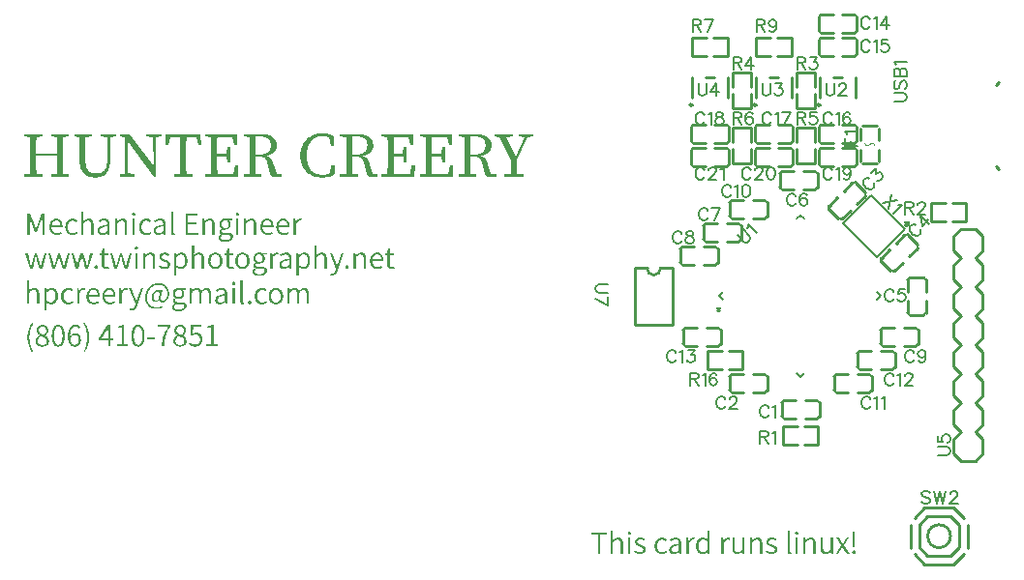
<source format=gto>
G04 Layer: TopSilkscreenLayer*
G04 EasyEDA v6.5.42, 2024-03-17 19:56:20*
G04 22851bfb20aa482085f49a562fa88950,7084cd4cda9a42c7a5f6ba31724bf8e5,10*
G04 Gerber Generator version 0.2*
G04 Scale: 100 percent, Rotated: No, Reflected: No *
G04 Dimensions in inches *
G04 leading zeros omitted , absolute positions ,3 integer and 6 decimal *
%FSLAX36Y36*%
%MOIN*%

%ADD10C,0.0060*%
%ADD11C,0.0100*%
%ADD12C,0.0080*%
%ADD13C,0.0079*%
%ADD14C,0.0039*%
%ADD15C,0.0118*%
%ADD16C,0.0098*%
%ADD17C,0.0165*%

%LPD*%
G36*
X1484199Y3060000D02*
G01*
X1479319Y3059860D01*
X1474540Y3059440D01*
X1469860Y3058759D01*
X1465320Y3057820D01*
X1460900Y3056600D01*
X1456600Y3055160D01*
X1452460Y3053460D01*
X1448460Y3051520D01*
X1444620Y3049340D01*
X1440940Y3046960D01*
X1437440Y3044340D01*
X1434100Y3041520D01*
X1430960Y3038500D01*
X1427980Y3035280D01*
X1425220Y3031860D01*
X1422660Y3028260D01*
X1420320Y3024480D01*
X1418180Y3020520D01*
X1416279Y3016400D01*
X1414600Y3012100D01*
X1413160Y3007679D01*
X1411960Y3003080D01*
X1411040Y2998360D01*
X1410360Y2993500D01*
X1409940Y2988519D01*
X1409800Y2983399D01*
X1409940Y2978200D01*
X1410320Y2973140D01*
X1410980Y2968220D01*
X1411879Y2963460D01*
X1413040Y2958820D01*
X1414420Y2954360D01*
X1416060Y2950059D01*
X1417900Y2945940D01*
X1419980Y2941980D01*
X1422280Y2938200D01*
X1424800Y2934600D01*
X1427500Y2931200D01*
X1430420Y2928000D01*
X1433540Y2925000D01*
X1436840Y2922200D01*
X1440340Y2919620D01*
X1444000Y2917260D01*
X1447840Y2915120D01*
X1451860Y2913220D01*
X1456040Y2911560D01*
X1460360Y2910120D01*
X1464860Y2908940D01*
X1469480Y2908020D01*
X1474259Y2907340D01*
X1479160Y2906940D01*
X1484199Y2906800D01*
X1488860Y2906900D01*
X1493440Y2907200D01*
X1497960Y2907700D01*
X1502440Y2908399D01*
X1506860Y2909320D01*
X1511200Y2910480D01*
X1515480Y2911840D01*
X1519720Y2913460D01*
X1523899Y2915299D01*
X1528000Y2917400D01*
X1528400Y2949600D01*
X1516399Y2949600D01*
X1511000Y2921800D01*
X1506780Y2920020D01*
X1504680Y2919260D01*
X1500440Y2918060D01*
X1496220Y2917220D01*
X1492020Y2916680D01*
X1487860Y2916420D01*
X1483680Y2916440D01*
X1479520Y2916720D01*
X1475480Y2917300D01*
X1473520Y2917679D01*
X1469680Y2918680D01*
X1466000Y2919960D01*
X1462460Y2921520D01*
X1459079Y2923360D01*
X1455880Y2925480D01*
X1452840Y2927860D01*
X1450000Y2930539D01*
X1447320Y2933480D01*
X1444860Y2936680D01*
X1442580Y2940160D01*
X1440520Y2943920D01*
X1438680Y2947940D01*
X1437060Y2952220D01*
X1435660Y2956760D01*
X1434500Y2961560D01*
X1433600Y2966640D01*
X1432940Y2971960D01*
X1432540Y2977559D01*
X1432400Y2983399D01*
X1432540Y2989220D01*
X1432980Y2994780D01*
X1433700Y3000100D01*
X1434680Y3005160D01*
X1435920Y3009960D01*
X1437400Y3014500D01*
X1438220Y3016680D01*
X1440060Y3020820D01*
X1442120Y3024700D01*
X1444400Y3028320D01*
X1446860Y3031680D01*
X1449540Y3034760D01*
X1452380Y3037559D01*
X1453860Y3038880D01*
X1456960Y3041280D01*
X1460220Y3043399D01*
X1463640Y3045240D01*
X1467180Y3046820D01*
X1470840Y3048100D01*
X1474640Y3049100D01*
X1478540Y3049820D01*
X1482520Y3050260D01*
X1486600Y3050400D01*
X1489379Y3050320D01*
X1492160Y3050100D01*
X1494940Y3049700D01*
X1497720Y3049120D01*
X1500520Y3048380D01*
X1503340Y3047440D01*
X1506160Y3046320D01*
X1509000Y3045000D01*
X1514400Y3017000D01*
X1526399Y3017000D01*
X1526000Y3049200D01*
X1523300Y3050700D01*
X1520580Y3052080D01*
X1517880Y3053320D01*
X1515160Y3054440D01*
X1509760Y3056300D01*
X1504420Y3057760D01*
X1499160Y3058800D01*
X1494019Y3059500D01*
X1489019Y3059880D01*
G37*
G36*
X459799Y3056600D02*
G01*
X459799Y3049000D01*
X480200Y3046800D01*
X480480Y3027540D01*
X480580Y3008140D01*
X480580Y2953480D01*
X480360Y2929400D01*
X480200Y2919800D01*
X459799Y2917600D01*
X459799Y2910000D01*
X521200Y2910000D01*
X521200Y2917600D01*
X501000Y2919800D01*
X500680Y2944020D01*
X500600Y2980800D01*
X572000Y2980800D01*
X571880Y2938900D01*
X571600Y2919800D01*
X551400Y2917600D01*
X551400Y2910000D01*
X612800Y2910000D01*
X612800Y2917600D01*
X592400Y2919800D01*
X592040Y2951300D01*
X592040Y3017919D01*
X592400Y3046800D01*
X612800Y3049000D01*
X612800Y3056600D01*
X551400Y3056600D01*
X551400Y3049000D01*
X571600Y3046800D01*
X571940Y3020560D01*
X572000Y2989400D01*
X500600Y2989400D01*
X500700Y3025500D01*
X501000Y3046800D01*
X521200Y3049000D01*
X521200Y3056600D01*
G37*
G36*
X631400Y3056600D02*
G01*
X631400Y3049000D01*
X649800Y3047000D01*
X649960Y3020400D01*
X650000Y2965800D01*
X650160Y2959720D01*
X650639Y2954000D01*
X651420Y2948620D01*
X652500Y2943620D01*
X653880Y2938940D01*
X654659Y2936740D01*
X655520Y2934620D01*
X657440Y2930640D01*
X659640Y2926980D01*
X660819Y2925260D01*
X663400Y2922100D01*
X664780Y2920620D01*
X667700Y2917919D01*
X670860Y2915520D01*
X674240Y2913440D01*
X677840Y2911640D01*
X681640Y2910140D01*
X685639Y2908920D01*
X689820Y2907980D01*
X694180Y2907320D01*
X698700Y2906920D01*
X703400Y2906800D01*
X707860Y2906940D01*
X712180Y2907340D01*
X716340Y2908020D01*
X718360Y2908460D01*
X722280Y2909580D01*
X726020Y2911000D01*
X729580Y2912720D01*
X731280Y2913680D01*
X734539Y2915880D01*
X736100Y2917080D01*
X739040Y2919760D01*
X741760Y2922780D01*
X743040Y2924400D01*
X745400Y2927919D01*
X747540Y2931800D01*
X749400Y2936040D01*
X751020Y2940640D01*
X752360Y2945600D01*
X753420Y2950960D01*
X754180Y2956720D01*
X754640Y2962860D01*
X754800Y2969400D01*
X755000Y3046400D01*
X774599Y3049000D01*
X774599Y3056600D01*
X722200Y3056600D01*
X722200Y3049000D01*
X745200Y3046000D01*
X745360Y2971000D01*
X745060Y2964220D01*
X744460Y2958000D01*
X744060Y2955100D01*
X743000Y2949680D01*
X742360Y2947180D01*
X740860Y2942540D01*
X740000Y2940419D01*
X739060Y2938399D01*
X738040Y2936520D01*
X736960Y2934760D01*
X735800Y2933100D01*
X734560Y2931560D01*
X733240Y2930140D01*
X731860Y2928820D01*
X730400Y2927620D01*
X728860Y2926520D01*
X727260Y2925539D01*
X725560Y2924640D01*
X723800Y2923860D01*
X720060Y2922580D01*
X716000Y2921700D01*
X713860Y2921380D01*
X709360Y2921040D01*
X704900Y2921040D01*
X702860Y2921139D01*
X698920Y2921600D01*
X697039Y2921940D01*
X693420Y2922880D01*
X690020Y2924180D01*
X688400Y2924980D01*
X686860Y2925860D01*
X685360Y2926840D01*
X683940Y2927919D01*
X682560Y2929120D01*
X681260Y2930400D01*
X680020Y2931800D01*
X678860Y2933300D01*
X677740Y2934920D01*
X675740Y2938519D01*
X674020Y2942580D01*
X672600Y2947160D01*
X672000Y2949640D01*
X671480Y2952240D01*
X670660Y2957860D01*
X670160Y2964040D01*
X670000Y2970800D01*
X670100Y3025140D01*
X670400Y3046600D01*
X692600Y3049000D01*
X692600Y3056600D01*
G37*
G36*
X789599Y3056600D02*
G01*
X789599Y3049000D01*
X805200Y3047000D01*
X807400Y3044200D01*
X807000Y2920200D01*
X788600Y2917600D01*
X788600Y2910000D01*
X840400Y2910000D01*
X840400Y2917600D01*
X817000Y2920600D01*
X816600Y3031400D01*
X906000Y2908600D01*
X913800Y2908600D01*
X914000Y3046400D01*
X932400Y3049000D01*
X932400Y3056600D01*
X880600Y3056600D01*
X880600Y3049000D01*
X904000Y3046200D01*
X904400Y2944600D01*
X823400Y3056600D01*
G37*
G36*
X947200Y3056600D02*
G01*
X945400Y3017600D01*
X956400Y3017600D01*
X962400Y3047000D01*
X996800Y3047000D01*
X997099Y3025260D01*
X997180Y3013080D01*
X997140Y2946280D01*
X996800Y2920000D01*
X974200Y2917600D01*
X974200Y2910000D01*
X1040200Y2910000D01*
X1040200Y2917600D01*
X1017600Y2920000D01*
X1017320Y2939260D01*
X1017200Y2960960D01*
X1017260Y3017960D01*
X1017600Y3047000D01*
X1052000Y3047000D01*
X1058200Y3017600D01*
X1068800Y3017600D01*
X1067400Y3056600D01*
G37*
G36*
X1083000Y3056600D02*
G01*
X1083000Y3049000D01*
X1103400Y3046800D01*
X1103680Y3027540D01*
X1103780Y3008140D01*
X1103780Y2953480D01*
X1103540Y2927000D01*
X1103400Y2919800D01*
X1083000Y2917600D01*
X1083000Y2910000D01*
X1195800Y2910000D01*
X1197000Y2949000D01*
X1186200Y2949000D01*
X1180400Y2919600D01*
X1124200Y2919600D01*
X1123880Y2944080D01*
X1123800Y2980200D01*
X1157000Y2980200D01*
X1160000Y2959000D01*
X1169000Y2959000D01*
X1169000Y3010600D01*
X1160000Y3010600D01*
X1156800Y2989000D01*
X1123800Y2989000D01*
X1123860Y3018300D01*
X1124000Y3035100D01*
X1124200Y3047000D01*
X1176200Y3047000D01*
X1182000Y3018000D01*
X1192800Y3018000D01*
X1191600Y3056600D01*
G37*
G36*
X1215000Y3056600D02*
G01*
X1215000Y3049000D01*
X1235400Y3046800D01*
X1235680Y3027540D01*
X1235780Y3013000D01*
X1235800Y2986800D01*
X1255800Y2986800D01*
X1255900Y3026060D01*
X1256200Y3048000D01*
X1275200Y3048000D01*
X1278000Y3047940D01*
X1280680Y3047780D01*
X1283240Y3047500D01*
X1285660Y3047120D01*
X1287960Y3046620D01*
X1290120Y3046019D01*
X1292160Y3045320D01*
X1294079Y3044500D01*
X1295880Y3043600D01*
X1297540Y3042580D01*
X1299100Y3041460D01*
X1300520Y3040260D01*
X1301840Y3038940D01*
X1303020Y3037540D01*
X1304100Y3036019D01*
X1305060Y3034420D01*
X1305900Y3032740D01*
X1306620Y3030960D01*
X1307220Y3029080D01*
X1307720Y3027120D01*
X1308100Y3025059D01*
X1308380Y3022940D01*
X1308540Y3020700D01*
X1308600Y3018399D01*
X1308540Y3016160D01*
X1308360Y3013960D01*
X1308060Y3011820D01*
X1307640Y3009740D01*
X1307080Y3007720D01*
X1306420Y3005779D01*
X1305640Y3003920D01*
X1304720Y3002120D01*
X1303700Y3000400D01*
X1302540Y2998780D01*
X1301279Y2997220D01*
X1299880Y2995779D01*
X1298360Y2994420D01*
X1296720Y2993159D01*
X1294960Y2992000D01*
X1293080Y2990940D01*
X1291060Y2990000D01*
X1288940Y2989180D01*
X1286699Y2988460D01*
X1284319Y2987880D01*
X1281819Y2987420D01*
X1279200Y2987080D01*
X1276460Y2986860D01*
X1273600Y2986800D01*
X1235800Y2986800D01*
X1235680Y2939020D01*
X1235400Y2919800D01*
X1215000Y2917600D01*
X1215000Y2910000D01*
X1276600Y2910000D01*
X1276600Y2917600D01*
X1256200Y2920000D01*
X1255920Y2938960D01*
X1255800Y2978399D01*
X1270680Y2978360D01*
X1273720Y2978200D01*
X1276540Y2977919D01*
X1279120Y2977500D01*
X1281500Y2976920D01*
X1283660Y2976200D01*
X1285660Y2975280D01*
X1287480Y2974180D01*
X1289139Y2972860D01*
X1290640Y2971320D01*
X1292000Y2969540D01*
X1293240Y2967520D01*
X1294379Y2965220D01*
X1295400Y2962640D01*
X1296339Y2959780D01*
X1306879Y2919380D01*
X1307740Y2917220D01*
X1308760Y2915299D01*
X1310000Y2913639D01*
X1311440Y2912200D01*
X1313100Y2910980D01*
X1315000Y2909960D01*
X1317140Y2909160D01*
X1319540Y2908560D01*
X1322200Y2908120D01*
X1325160Y2907880D01*
X1328400Y2907799D01*
X1333280Y2907940D01*
X1337680Y2908380D01*
X1341600Y2909060D01*
X1345000Y2910000D01*
X1345000Y2917600D01*
X1328000Y2919200D01*
X1317800Y2953600D01*
X1316840Y2956640D01*
X1315800Y2959480D01*
X1314700Y2962120D01*
X1313540Y2964580D01*
X1312280Y2966840D01*
X1310960Y2968920D01*
X1309520Y2970840D01*
X1308000Y2972580D01*
X1306380Y2974160D01*
X1304640Y2975580D01*
X1302780Y2976860D01*
X1300820Y2977980D01*
X1298720Y2978980D01*
X1296480Y2979840D01*
X1294120Y2980580D01*
X1291600Y2981200D01*
X1294660Y2981800D01*
X1297600Y2982520D01*
X1300400Y2983340D01*
X1303060Y2984280D01*
X1305600Y2985299D01*
X1308020Y2986420D01*
X1310300Y2987620D01*
X1312460Y2988920D01*
X1314480Y2990299D01*
X1316380Y2991760D01*
X1318140Y2993300D01*
X1319780Y2994900D01*
X1321279Y2996580D01*
X1322660Y2998300D01*
X1323899Y3000100D01*
X1325000Y3001940D01*
X1325980Y3003840D01*
X1326840Y3005779D01*
X1327560Y3007760D01*
X1328160Y3009800D01*
X1328600Y3011860D01*
X1328940Y3013940D01*
X1329139Y3016060D01*
X1329199Y3018200D01*
X1329139Y3020440D01*
X1328980Y3022620D01*
X1328300Y3026800D01*
X1327180Y3030740D01*
X1325620Y3034400D01*
X1324680Y3036160D01*
X1323640Y3037820D01*
X1322500Y3039440D01*
X1319900Y3042460D01*
X1316900Y3045200D01*
X1315260Y3046480D01*
X1313500Y3047679D01*
X1311660Y3048800D01*
X1309720Y3049860D01*
X1307700Y3050840D01*
X1305580Y3051740D01*
X1301060Y3053320D01*
X1296180Y3054600D01*
X1293600Y3055140D01*
X1288200Y3055940D01*
X1282460Y3056440D01*
X1276400Y3056600D01*
G37*
G36*
X1547400Y3056600D02*
G01*
X1547400Y3049000D01*
X1567800Y3046800D01*
X1568080Y3027540D01*
X1568180Y3013000D01*
X1568200Y2986800D01*
X1588200Y2986800D01*
X1588320Y3028540D01*
X1588600Y3048000D01*
X1607600Y3048000D01*
X1610400Y3047940D01*
X1613080Y3047780D01*
X1615640Y3047500D01*
X1618060Y3047120D01*
X1620360Y3046620D01*
X1622520Y3046019D01*
X1624560Y3045320D01*
X1626480Y3044500D01*
X1628280Y3043600D01*
X1629940Y3042580D01*
X1631500Y3041460D01*
X1632920Y3040260D01*
X1634240Y3038940D01*
X1635420Y3037540D01*
X1636500Y3036019D01*
X1637460Y3034420D01*
X1638300Y3032740D01*
X1639019Y3030960D01*
X1639620Y3029080D01*
X1640120Y3027120D01*
X1640500Y3025059D01*
X1640780Y3022940D01*
X1640940Y3020700D01*
X1641000Y3018399D01*
X1640940Y3016160D01*
X1640760Y3013960D01*
X1640460Y3011820D01*
X1640040Y3009740D01*
X1639480Y3007720D01*
X1638820Y3005779D01*
X1638040Y3003920D01*
X1637120Y3002120D01*
X1636100Y3000400D01*
X1634940Y2998780D01*
X1633680Y2997220D01*
X1632280Y2995779D01*
X1630760Y2994420D01*
X1629120Y2993159D01*
X1627360Y2992000D01*
X1625480Y2990940D01*
X1623460Y2990000D01*
X1621339Y2989180D01*
X1619100Y2988460D01*
X1616720Y2987880D01*
X1614220Y2987420D01*
X1611600Y2987080D01*
X1608860Y2986860D01*
X1606000Y2986800D01*
X1568200Y2986800D01*
X1568080Y2939020D01*
X1567800Y2919800D01*
X1547400Y2917600D01*
X1547400Y2910000D01*
X1609000Y2910000D01*
X1609000Y2917600D01*
X1588600Y2920000D01*
X1588320Y2938960D01*
X1588220Y2953460D01*
X1588200Y2978399D01*
X1603080Y2978360D01*
X1606120Y2978200D01*
X1608940Y2977919D01*
X1611519Y2977500D01*
X1613899Y2976920D01*
X1616060Y2976200D01*
X1618060Y2975280D01*
X1619880Y2974180D01*
X1621540Y2972860D01*
X1623040Y2971320D01*
X1624400Y2969540D01*
X1625640Y2967520D01*
X1626780Y2965220D01*
X1627800Y2962640D01*
X1628740Y2959780D01*
X1639280Y2919380D01*
X1640140Y2917220D01*
X1641160Y2915299D01*
X1642400Y2913639D01*
X1643839Y2912200D01*
X1645500Y2910980D01*
X1647400Y2909960D01*
X1649540Y2909160D01*
X1651940Y2908560D01*
X1654600Y2908120D01*
X1657560Y2907880D01*
X1660800Y2907799D01*
X1665680Y2907940D01*
X1670080Y2908380D01*
X1674000Y2909060D01*
X1677400Y2910000D01*
X1677400Y2917600D01*
X1660400Y2919200D01*
X1650200Y2953600D01*
X1649240Y2956640D01*
X1648200Y2959480D01*
X1647100Y2962120D01*
X1645940Y2964580D01*
X1644680Y2966840D01*
X1643360Y2968920D01*
X1641920Y2970840D01*
X1640400Y2972580D01*
X1638779Y2974160D01*
X1637040Y2975580D01*
X1635180Y2976860D01*
X1633220Y2977980D01*
X1631120Y2978980D01*
X1628880Y2979840D01*
X1626519Y2980580D01*
X1624000Y2981200D01*
X1627060Y2981800D01*
X1630000Y2982520D01*
X1632800Y2983340D01*
X1635460Y2984280D01*
X1638000Y2985299D01*
X1640420Y2986420D01*
X1642700Y2987620D01*
X1644860Y2988920D01*
X1646879Y2990299D01*
X1648779Y2991760D01*
X1650540Y2993300D01*
X1652180Y2994900D01*
X1653680Y2996580D01*
X1655060Y2998300D01*
X1656300Y3000100D01*
X1657400Y3001940D01*
X1658380Y3003840D01*
X1659240Y3005779D01*
X1659960Y3007760D01*
X1660560Y3009800D01*
X1661000Y3011860D01*
X1661339Y3013940D01*
X1661540Y3016060D01*
X1661600Y3018200D01*
X1661540Y3020440D01*
X1661380Y3022620D01*
X1660700Y3026800D01*
X1659580Y3030740D01*
X1658020Y3034400D01*
X1657080Y3036160D01*
X1656040Y3037820D01*
X1654900Y3039440D01*
X1652300Y3042460D01*
X1649300Y3045200D01*
X1647640Y3046480D01*
X1645900Y3047679D01*
X1644060Y3048800D01*
X1642120Y3049860D01*
X1640100Y3050840D01*
X1637980Y3051740D01*
X1633460Y3053320D01*
X1628580Y3054600D01*
X1626000Y3055140D01*
X1620600Y3055940D01*
X1614860Y3056440D01*
X1608800Y3056600D01*
G37*
G36*
X1690200Y3056600D02*
G01*
X1690200Y3049000D01*
X1710600Y3046800D01*
X1710880Y3027540D01*
X1710980Y3008140D01*
X1710980Y2953480D01*
X1710740Y2927000D01*
X1710600Y2919800D01*
X1690200Y2917600D01*
X1690200Y2910000D01*
X1803000Y2910000D01*
X1804199Y2949000D01*
X1793400Y2949000D01*
X1787600Y2919600D01*
X1731399Y2919600D01*
X1731080Y2944080D01*
X1731000Y2980200D01*
X1764199Y2980200D01*
X1767200Y2959000D01*
X1776200Y2959000D01*
X1776200Y3010600D01*
X1767200Y3010600D01*
X1764000Y2989000D01*
X1731000Y2989000D01*
X1731060Y3018300D01*
X1731200Y3035100D01*
X1731399Y3047000D01*
X1783400Y3047000D01*
X1789199Y3018000D01*
X1800000Y3018000D01*
X1798800Y3056600D01*
G37*
G36*
X1822200Y3056600D02*
G01*
X1822200Y3049000D01*
X1842600Y3046800D01*
X1842880Y3027540D01*
X1842980Y3008140D01*
X1842980Y2953480D01*
X1842740Y2927000D01*
X1842600Y2919800D01*
X1822200Y2917600D01*
X1822200Y2910000D01*
X1935000Y2910000D01*
X1936200Y2949000D01*
X1925400Y2949000D01*
X1919600Y2919600D01*
X1863400Y2919600D01*
X1863080Y2944080D01*
X1863000Y2980200D01*
X1896200Y2980200D01*
X1899199Y2959000D01*
X1908200Y2959000D01*
X1908200Y3010600D01*
X1899199Y3010600D01*
X1896000Y2989000D01*
X1863000Y2989000D01*
X1863060Y3018300D01*
X1863200Y3035100D01*
X1863400Y3047000D01*
X1915400Y3047000D01*
X1921200Y3018000D01*
X1932000Y3018000D01*
X1930800Y3056600D01*
G37*
G36*
X1954199Y3056600D02*
G01*
X1954199Y3049000D01*
X1974600Y3046800D01*
X1974880Y3027540D01*
X1974980Y3013000D01*
X1975000Y2986800D01*
X1995000Y2986800D01*
X1995100Y3026060D01*
X1995400Y3048000D01*
X2014400Y3048000D01*
X2017200Y3047940D01*
X2019880Y3047780D01*
X2022440Y3047500D01*
X2024860Y3047120D01*
X2027160Y3046620D01*
X2029319Y3046019D01*
X2031360Y3045320D01*
X2033280Y3044500D01*
X2035080Y3043600D01*
X2036740Y3042580D01*
X2038300Y3041460D01*
X2039720Y3040260D01*
X2041040Y3038940D01*
X2042220Y3037540D01*
X2043300Y3036019D01*
X2044259Y3034420D01*
X2045100Y3032740D01*
X2045820Y3030960D01*
X2046420Y3029080D01*
X2046920Y3027120D01*
X2047300Y3025059D01*
X2047580Y3022940D01*
X2047740Y3020700D01*
X2047800Y3018399D01*
X2047740Y3016160D01*
X2047560Y3013960D01*
X2047260Y3011820D01*
X2046840Y3009740D01*
X2046279Y3007720D01*
X2045620Y3005779D01*
X2044840Y3003920D01*
X2043920Y3002120D01*
X2042900Y3000400D01*
X2041740Y2998780D01*
X2040480Y2997220D01*
X2039079Y2995779D01*
X2037560Y2994420D01*
X2035920Y2993159D01*
X2034160Y2992000D01*
X2032280Y2990940D01*
X2030260Y2990000D01*
X2028140Y2989180D01*
X2025900Y2988460D01*
X2023520Y2987880D01*
X2021020Y2987420D01*
X2018400Y2987080D01*
X2015660Y2986860D01*
X2012800Y2986800D01*
X1975000Y2986800D01*
X1974880Y2939020D01*
X1974600Y2919800D01*
X1954199Y2917600D01*
X1954199Y2910000D01*
X2015800Y2910000D01*
X2015800Y2917600D01*
X1995400Y2920000D01*
X1995120Y2938960D01*
X1995000Y2978399D01*
X2009880Y2978360D01*
X2012920Y2978200D01*
X2015740Y2977919D01*
X2018320Y2977500D01*
X2020700Y2976920D01*
X2022860Y2976200D01*
X2024860Y2975280D01*
X2026680Y2974180D01*
X2028340Y2972860D01*
X2029840Y2971320D01*
X2031200Y2969540D01*
X2032440Y2967520D01*
X2033580Y2965220D01*
X2034600Y2962640D01*
X2035540Y2959780D01*
X2046080Y2919380D01*
X2046940Y2917220D01*
X2047960Y2915299D01*
X2049199Y2913639D01*
X2050640Y2912200D01*
X2052300Y2910980D01*
X2054199Y2909960D01*
X2056339Y2909160D01*
X2058740Y2908560D01*
X2061399Y2908120D01*
X2064360Y2907880D01*
X2067600Y2907799D01*
X2072480Y2907940D01*
X2076879Y2908380D01*
X2080800Y2909060D01*
X2084199Y2910000D01*
X2084199Y2917600D01*
X2067200Y2919200D01*
X2057000Y2953600D01*
X2056040Y2956640D01*
X2055000Y2959480D01*
X2053899Y2962120D01*
X2052740Y2964580D01*
X2051480Y2966840D01*
X2050160Y2968920D01*
X2048720Y2970840D01*
X2047200Y2972580D01*
X2045580Y2974160D01*
X2043839Y2975580D01*
X2041980Y2976860D01*
X2040020Y2977980D01*
X2037920Y2978980D01*
X2035680Y2979840D01*
X2033320Y2980580D01*
X2030800Y2981200D01*
X2033860Y2981800D01*
X2036800Y2982520D01*
X2039600Y2983340D01*
X2042260Y2984280D01*
X2044800Y2985299D01*
X2047220Y2986420D01*
X2049500Y2987620D01*
X2051660Y2988920D01*
X2053680Y2990299D01*
X2055580Y2991760D01*
X2057340Y2993300D01*
X2058980Y2994900D01*
X2060480Y2996580D01*
X2061860Y2998300D01*
X2063100Y3000100D01*
X2064199Y3001940D01*
X2065180Y3003840D01*
X2066040Y3005779D01*
X2066759Y3007760D01*
X2067360Y3009800D01*
X2067800Y3011860D01*
X2068140Y3013940D01*
X2068340Y3016060D01*
X2068400Y3018200D01*
X2068340Y3020440D01*
X2068180Y3022620D01*
X2067500Y3026800D01*
X2066380Y3030740D01*
X2064820Y3034400D01*
X2063880Y3036160D01*
X2062840Y3037820D01*
X2061699Y3039440D01*
X2059100Y3042460D01*
X2056100Y3045200D01*
X2054440Y3046480D01*
X2052700Y3047679D01*
X2050860Y3048800D01*
X2048920Y3049860D01*
X2046900Y3050840D01*
X2044780Y3051740D01*
X2040260Y3053320D01*
X2035380Y3054600D01*
X2032800Y3055140D01*
X2027400Y3055940D01*
X2021660Y3056440D01*
X2015600Y3056600D01*
G37*
G36*
X2080200Y3056600D02*
G01*
X2080200Y3049000D01*
X2096800Y3047200D01*
X2136200Y2967200D01*
X2136100Y2935059D01*
X2135800Y2920000D01*
X2113200Y2917600D01*
X2113200Y2910000D01*
X2179000Y2910000D01*
X2179000Y2917600D01*
X2156400Y2920000D01*
X2156080Y2937700D01*
X2156000Y2968000D01*
X2194000Y3046400D01*
X2213000Y3049000D01*
X2213000Y3056600D01*
X2163400Y3056600D01*
X2163400Y3049000D01*
X2184000Y3046400D01*
X2151600Y2977799D01*
X2119600Y3046800D01*
X2141000Y3049000D01*
X2141000Y3056600D01*
G37*
G36*
X655400Y2789600D02*
G01*
X655400Y2710000D01*
X663500Y2710000D01*
X663500Y2749500D01*
X665540Y2751540D01*
X667460Y2753320D01*
X669340Y2754840D01*
X671160Y2756080D01*
X673000Y2757040D01*
X674880Y2757740D01*
X676840Y2758159D01*
X678900Y2758300D01*
X681520Y2758080D01*
X683740Y2757420D01*
X685580Y2756300D01*
X687060Y2754700D01*
X688199Y2752620D01*
X688980Y2750040D01*
X689440Y2746940D01*
X689599Y2743300D01*
X689599Y2710000D01*
X697800Y2710000D01*
X697800Y2744300D01*
X697700Y2747620D01*
X697360Y2750659D01*
X696820Y2753420D01*
X696040Y2755899D01*
X695020Y2758100D01*
X693780Y2760020D01*
X692320Y2761660D01*
X690600Y2763000D01*
X688640Y2764040D01*
X686440Y2764800D01*
X684000Y2765240D01*
X681300Y2765400D01*
X678620Y2765200D01*
X676080Y2764660D01*
X673700Y2763800D01*
X671420Y2762679D01*
X669260Y2761300D01*
X667180Y2759740D01*
X665160Y2758039D01*
X663199Y2756200D01*
X663500Y2767500D01*
X663500Y2789600D01*
G37*
G36*
X964300Y2789600D02*
G01*
X964300Y2719900D01*
X964419Y2717360D01*
X964800Y2715120D01*
X965440Y2713200D01*
X966380Y2711600D01*
X967600Y2710340D01*
X969100Y2709440D01*
X970939Y2708880D01*
X973100Y2708700D01*
X974659Y2708759D01*
X975920Y2708900D01*
X978000Y2709400D01*
X976800Y2715700D01*
X975660Y2715520D01*
X974900Y2715500D01*
X973920Y2715720D01*
X973120Y2716380D01*
X972600Y2717559D01*
X972400Y2719300D01*
X972400Y2789600D01*
G37*
G36*
X836100Y2786800D02*
G01*
X833780Y2786400D01*
X831979Y2785280D01*
X830819Y2783560D01*
X830400Y2781300D01*
X830819Y2778940D01*
X831979Y2777140D01*
X833780Y2776000D01*
X836100Y2775600D01*
X838319Y2776000D01*
X840100Y2777140D01*
X841280Y2778940D01*
X841700Y2781300D01*
X841280Y2783560D01*
X840100Y2785280D01*
X838319Y2786400D01*
G37*
G36*
X1193200Y2786800D02*
G01*
X1190880Y2786400D01*
X1189080Y2785280D01*
X1187920Y2783560D01*
X1187500Y2781300D01*
X1187920Y2778940D01*
X1189080Y2777140D01*
X1190880Y2776000D01*
X1193200Y2775600D01*
X1195420Y2776000D01*
X1197200Y2777140D01*
X1198380Y2778940D01*
X1198800Y2781300D01*
X1198380Y2783560D01*
X1197200Y2785280D01*
X1195420Y2786400D01*
G37*
G36*
X470200Y2783200D02*
G01*
X470200Y2710000D01*
X477700Y2710000D01*
X477680Y2754720D01*
X477200Y2765620D01*
X476700Y2773500D01*
X477100Y2773500D01*
X482900Y2756900D01*
X497299Y2717500D01*
X503000Y2717500D01*
X517299Y2756900D01*
X523100Y2773500D01*
X523500Y2773500D01*
X522840Y2762820D01*
X522600Y2757320D01*
X522500Y2752300D01*
X522500Y2710000D01*
X530200Y2710000D01*
X530200Y2783200D01*
X520000Y2783200D01*
X505060Y2741259D01*
X500600Y2727600D01*
X500100Y2727600D01*
X495480Y2741259D01*
X480400Y2783200D01*
G37*
G36*
X1015200Y2783200D02*
G01*
X1015200Y2710000D01*
X1058000Y2710000D01*
X1058000Y2717000D01*
X1023500Y2717000D01*
X1023500Y2745100D01*
X1051600Y2745100D01*
X1051600Y2752100D01*
X1023500Y2752100D01*
X1023500Y2776200D01*
X1056900Y2776200D01*
X1056900Y2783200D01*
G37*
G36*
X569800Y2765400D02*
G01*
X567940Y2765320D01*
X566120Y2765080D01*
X564300Y2764680D01*
X562540Y2764120D01*
X560800Y2763420D01*
X559120Y2762580D01*
X557500Y2761580D01*
X555960Y2760440D01*
X554480Y2759180D01*
X553100Y2757760D01*
X551800Y2756220D01*
X550620Y2754560D01*
X549520Y2752760D01*
X548560Y2750860D01*
X547720Y2748820D01*
X547020Y2746680D01*
X546460Y2744420D01*
X545951Y2741200D01*
X553700Y2741200D01*
X554100Y2743880D01*
X554720Y2746360D01*
X555580Y2748639D01*
X556620Y2750700D01*
X557840Y2752540D01*
X559220Y2754160D01*
X560740Y2755560D01*
X562380Y2756700D01*
X564140Y2757620D01*
X566000Y2758260D01*
X567920Y2758660D01*
X569900Y2758800D01*
X572020Y2758680D01*
X574000Y2758300D01*
X575800Y2757660D01*
X577440Y2756800D01*
X578900Y2755680D01*
X580200Y2754320D01*
X581300Y2752720D01*
X582220Y2750880D01*
X582960Y2748800D01*
X583480Y2746500D01*
X583800Y2743960D01*
X583900Y2741200D01*
X545951Y2741200D01*
X545780Y2739580D01*
X545700Y2737000D01*
X545780Y2734380D01*
X546040Y2731880D01*
X546440Y2729500D01*
X547000Y2727220D01*
X547700Y2725059D01*
X548540Y2723039D01*
X549520Y2721120D01*
X550620Y2719340D01*
X551840Y2717700D01*
X553180Y2716180D01*
X554620Y2714780D01*
X556160Y2713540D01*
X557780Y2712420D01*
X559500Y2711440D01*
X561300Y2710620D01*
X563180Y2709940D01*
X565120Y2709400D01*
X567140Y2709020D01*
X569200Y2708780D01*
X571300Y2708700D01*
X574020Y2708820D01*
X576560Y2709140D01*
X578960Y2709640D01*
X581200Y2710320D01*
X583320Y2711139D01*
X585300Y2712080D01*
X587200Y2713100D01*
X589000Y2714200D01*
X586000Y2719600D01*
X582920Y2717780D01*
X579640Y2716380D01*
X576120Y2715500D01*
X572300Y2715200D01*
X569680Y2715360D01*
X567220Y2715840D01*
X564920Y2716640D01*
X562820Y2717720D01*
X560900Y2719080D01*
X559180Y2720700D01*
X557700Y2722580D01*
X556420Y2724680D01*
X555380Y2727020D01*
X554600Y2729560D01*
X554060Y2732280D01*
X553800Y2735200D01*
X590700Y2735200D01*
X591020Y2737460D01*
X591100Y2740100D01*
X591000Y2742960D01*
X590740Y2745659D01*
X590300Y2748220D01*
X589680Y2750640D01*
X588880Y2752880D01*
X587920Y2754960D01*
X586800Y2756860D01*
X585520Y2758600D01*
X584060Y2760140D01*
X582480Y2761500D01*
X580720Y2762679D01*
X578820Y2763639D01*
X576780Y2764400D01*
X574600Y2764960D01*
X572260Y2765280D01*
G37*
G36*
X626300Y2765400D02*
G01*
X624260Y2765320D01*
X622260Y2765100D01*
X620280Y2764700D01*
X618360Y2764180D01*
X616500Y2763500D01*
X614700Y2762660D01*
X612980Y2761700D01*
X611340Y2760580D01*
X609780Y2759340D01*
X608320Y2757960D01*
X606960Y2756420D01*
X605700Y2754780D01*
X604560Y2752980D01*
X603560Y2751080D01*
X602680Y2749040D01*
X601960Y2746860D01*
X601380Y2744580D01*
X600940Y2742160D01*
X600680Y2739640D01*
X600600Y2737000D01*
X600680Y2734380D01*
X600920Y2731860D01*
X601320Y2729460D01*
X601840Y2727180D01*
X602520Y2725020D01*
X603340Y2723000D01*
X604280Y2721080D01*
X605340Y2719300D01*
X606520Y2717660D01*
X607820Y2716139D01*
X609220Y2714760D01*
X610740Y2713500D01*
X612320Y2712400D01*
X614020Y2711420D01*
X615780Y2710600D01*
X617640Y2709920D01*
X619560Y2709400D01*
X621540Y2709000D01*
X623600Y2708780D01*
X625700Y2708700D01*
X628140Y2708820D01*
X630520Y2709180D01*
X632840Y2709740D01*
X635080Y2710539D01*
X637220Y2711520D01*
X639280Y2712700D01*
X641240Y2714060D01*
X643100Y2715600D01*
X639500Y2721000D01*
X636740Y2718880D01*
X633580Y2717120D01*
X630120Y2715940D01*
X626400Y2715500D01*
X623880Y2715680D01*
X621500Y2716200D01*
X619300Y2717040D01*
X617260Y2718200D01*
X615440Y2719660D01*
X613800Y2721420D01*
X612380Y2723420D01*
X611200Y2725700D01*
X610260Y2728200D01*
X609560Y2730920D01*
X609140Y2733860D01*
X609000Y2737000D01*
X609160Y2740120D01*
X609600Y2743039D01*
X610320Y2745760D01*
X611320Y2748260D01*
X612560Y2750539D01*
X614020Y2752540D01*
X615680Y2754300D01*
X617540Y2755779D01*
X619580Y2756940D01*
X621780Y2757799D01*
X624140Y2758320D01*
X626600Y2758500D01*
X629800Y2758140D01*
X632680Y2757140D01*
X635340Y2755580D01*
X637800Y2753600D01*
X642099Y2758900D01*
X640620Y2760179D01*
X639020Y2761400D01*
X637300Y2762500D01*
X635440Y2763460D01*
X633420Y2764260D01*
X631220Y2764880D01*
X628860Y2765260D01*
G37*
G36*
X735400Y2765400D02*
G01*
X732200Y2765220D01*
X729100Y2764720D01*
X726180Y2763980D01*
X723400Y2763020D01*
X720819Y2761900D01*
X718439Y2760720D01*
X716300Y2759500D01*
X714400Y2758300D01*
X717700Y2752600D01*
X719320Y2753700D01*
X721080Y2754760D01*
X722980Y2755779D01*
X725000Y2756680D01*
X727140Y2757460D01*
X729380Y2758080D01*
X731700Y2758460D01*
X734100Y2758600D01*
X737260Y2758279D01*
X739840Y2757360D01*
X741860Y2755940D01*
X743379Y2754080D01*
X744460Y2751900D01*
X745160Y2749440D01*
X745520Y2746820D01*
X745600Y2744100D01*
X739020Y2743220D01*
X733199Y2742140D01*
X728139Y2740820D01*
X725860Y2740080D01*
X723780Y2739260D01*
X721880Y2738399D01*
X720140Y2737440D01*
X718600Y2736440D01*
X717220Y2735360D01*
X716000Y2734200D01*
X714960Y2732980D01*
X714080Y2731660D01*
X713360Y2730280D01*
X712800Y2728820D01*
X712420Y2727260D01*
X712180Y2725620D01*
X712123Y2724400D01*
X720000Y2724400D01*
X720140Y2726200D01*
X720560Y2727860D01*
X721320Y2729440D01*
X722400Y2730880D01*
X723820Y2732220D01*
X725639Y2733460D01*
X727840Y2734580D01*
X730480Y2735580D01*
X733540Y2736500D01*
X737080Y2737300D01*
X741080Y2738000D01*
X745600Y2738600D01*
X745600Y2722799D01*
X743580Y2721080D01*
X741620Y2719560D01*
X739700Y2718279D01*
X737800Y2717220D01*
X735900Y2716380D01*
X733980Y2715779D01*
X732020Y2715419D01*
X730000Y2715299D01*
X728000Y2715419D01*
X726120Y2715800D01*
X724419Y2716460D01*
X722940Y2717420D01*
X721720Y2718660D01*
X720780Y2720240D01*
X720200Y2722140D01*
X720000Y2724400D01*
X712123Y2724400D01*
X712240Y2721540D01*
X712640Y2719380D01*
X713300Y2717400D01*
X714200Y2715600D01*
X715300Y2714020D01*
X716620Y2712620D01*
X718100Y2711440D01*
X719780Y2710460D01*
X721600Y2709700D01*
X723540Y2709140D01*
X725620Y2708820D01*
X727800Y2708700D01*
X730320Y2708860D01*
X732780Y2709320D01*
X735180Y2710040D01*
X737500Y2711000D01*
X739740Y2712160D01*
X741919Y2713500D01*
X744000Y2715000D01*
X746000Y2716600D01*
X746300Y2716600D01*
X747000Y2710000D01*
X753700Y2710000D01*
X753700Y2743500D01*
X753640Y2745880D01*
X753460Y2748180D01*
X753139Y2750340D01*
X752680Y2752400D01*
X752099Y2754340D01*
X751360Y2756139D01*
X750480Y2757799D01*
X749460Y2759320D01*
X748280Y2760700D01*
X746940Y2761900D01*
X745440Y2762940D01*
X743780Y2763800D01*
X741960Y2764500D01*
X739940Y2765000D01*
X737760Y2765299D01*
G37*
G36*
X797400Y2765400D02*
G01*
X794700Y2765200D01*
X792159Y2764660D01*
X789760Y2763800D01*
X787480Y2762660D01*
X785300Y2761280D01*
X783199Y2759700D01*
X781180Y2757960D01*
X779200Y2756100D01*
X778900Y2756100D01*
X778100Y2764000D01*
X771500Y2764000D01*
X771500Y2710000D01*
X779599Y2710000D01*
X779599Y2749500D01*
X781640Y2751540D01*
X783560Y2753320D01*
X785440Y2754840D01*
X787260Y2756080D01*
X789100Y2757040D01*
X790980Y2757740D01*
X792940Y2758159D01*
X795000Y2758300D01*
X797620Y2758080D01*
X799840Y2757420D01*
X801680Y2756300D01*
X803160Y2754700D01*
X804300Y2752620D01*
X805080Y2750040D01*
X805540Y2746940D01*
X805699Y2743300D01*
X805699Y2710000D01*
X813900Y2710000D01*
X813900Y2744300D01*
X813800Y2747620D01*
X813460Y2750659D01*
X812920Y2753420D01*
X812140Y2755899D01*
X811120Y2758100D01*
X809880Y2760020D01*
X808420Y2761660D01*
X806700Y2763000D01*
X804740Y2764040D01*
X802540Y2764800D01*
X800100Y2765240D01*
G37*
G36*
X880400Y2765400D02*
G01*
X878360Y2765320D01*
X876360Y2765100D01*
X874380Y2764700D01*
X872460Y2764180D01*
X870600Y2763500D01*
X868800Y2762660D01*
X867080Y2761700D01*
X865440Y2760580D01*
X863880Y2759340D01*
X862420Y2757960D01*
X861060Y2756420D01*
X859800Y2754780D01*
X858660Y2752980D01*
X857660Y2751080D01*
X856780Y2749040D01*
X856060Y2746860D01*
X855480Y2744580D01*
X855040Y2742160D01*
X854780Y2739640D01*
X854700Y2737000D01*
X854780Y2734380D01*
X855020Y2731860D01*
X855420Y2729460D01*
X855939Y2727180D01*
X856620Y2725020D01*
X857440Y2723000D01*
X858379Y2721080D01*
X859440Y2719300D01*
X860620Y2717660D01*
X861919Y2716139D01*
X863319Y2714760D01*
X864840Y2713500D01*
X866420Y2712400D01*
X868120Y2711420D01*
X869880Y2710600D01*
X871740Y2709920D01*
X873660Y2709400D01*
X875639Y2709000D01*
X877700Y2708780D01*
X879800Y2708700D01*
X882240Y2708820D01*
X884620Y2709180D01*
X886940Y2709740D01*
X889180Y2710539D01*
X891320Y2711520D01*
X893379Y2712700D01*
X895340Y2714060D01*
X897200Y2715600D01*
X893600Y2721000D01*
X890840Y2718880D01*
X887680Y2717120D01*
X884220Y2715940D01*
X880500Y2715500D01*
X877980Y2715680D01*
X875600Y2716200D01*
X873400Y2717040D01*
X871360Y2718200D01*
X869539Y2719660D01*
X867900Y2721420D01*
X866480Y2723420D01*
X865300Y2725700D01*
X864360Y2728200D01*
X863660Y2730920D01*
X863240Y2733860D01*
X863100Y2737000D01*
X863259Y2740120D01*
X863700Y2743039D01*
X864419Y2745760D01*
X865420Y2748260D01*
X866660Y2750539D01*
X868120Y2752540D01*
X869780Y2754300D01*
X871640Y2755779D01*
X873680Y2756940D01*
X875879Y2757799D01*
X878240Y2758320D01*
X880699Y2758500D01*
X883900Y2758140D01*
X886780Y2757140D01*
X889440Y2755580D01*
X891900Y2753600D01*
X896200Y2758900D01*
X894720Y2760179D01*
X893120Y2761400D01*
X891400Y2762500D01*
X889539Y2763460D01*
X887520Y2764260D01*
X885320Y2764880D01*
X882960Y2765260D01*
G37*
G36*
X928199Y2765400D02*
G01*
X925000Y2765220D01*
X921900Y2764720D01*
X918980Y2763980D01*
X916200Y2763020D01*
X913620Y2761900D01*
X911240Y2760720D01*
X909100Y2759500D01*
X907200Y2758300D01*
X910500Y2752600D01*
X912120Y2753700D01*
X913880Y2754760D01*
X915780Y2755779D01*
X917800Y2756680D01*
X919940Y2757460D01*
X922180Y2758080D01*
X924500Y2758460D01*
X926900Y2758600D01*
X930060Y2758279D01*
X932640Y2757360D01*
X934659Y2755940D01*
X936180Y2754080D01*
X937260Y2751900D01*
X937960Y2749440D01*
X938319Y2746820D01*
X938400Y2744100D01*
X931820Y2743220D01*
X926000Y2742140D01*
X920939Y2740820D01*
X918660Y2740080D01*
X916580Y2739260D01*
X914680Y2738399D01*
X912960Y2737440D01*
X911400Y2736440D01*
X910020Y2735360D01*
X908800Y2734200D01*
X907760Y2732980D01*
X906880Y2731660D01*
X906160Y2730280D01*
X905600Y2728820D01*
X905220Y2727260D01*
X904980Y2725620D01*
X904923Y2724400D01*
X912800Y2724400D01*
X912940Y2726200D01*
X913360Y2727860D01*
X914120Y2729440D01*
X915200Y2730880D01*
X916620Y2732220D01*
X918439Y2733460D01*
X920639Y2734580D01*
X923280Y2735580D01*
X926340Y2736500D01*
X929880Y2737300D01*
X933880Y2738000D01*
X938400Y2738600D01*
X938400Y2722799D01*
X936380Y2721080D01*
X934419Y2719560D01*
X932500Y2718279D01*
X930600Y2717220D01*
X928700Y2716380D01*
X926780Y2715779D01*
X924820Y2715419D01*
X922800Y2715299D01*
X920800Y2715419D01*
X918920Y2715800D01*
X917220Y2716460D01*
X915740Y2717420D01*
X914520Y2718660D01*
X913580Y2720240D01*
X913000Y2722140D01*
X912800Y2724400D01*
X904923Y2724400D01*
X905040Y2721540D01*
X905440Y2719380D01*
X906100Y2717400D01*
X907000Y2715600D01*
X908100Y2714020D01*
X909419Y2712620D01*
X910900Y2711440D01*
X912580Y2710460D01*
X914400Y2709700D01*
X916340Y2709140D01*
X918420Y2708820D01*
X920600Y2708700D01*
X923120Y2708860D01*
X925580Y2709320D01*
X927980Y2710040D01*
X930300Y2711000D01*
X932540Y2712160D01*
X934720Y2713500D01*
X936800Y2715000D01*
X938800Y2716600D01*
X939100Y2716600D01*
X939800Y2710000D01*
X946500Y2710000D01*
X946500Y2743500D01*
X946440Y2745880D01*
X946260Y2748180D01*
X945939Y2750340D01*
X945480Y2752400D01*
X944900Y2754340D01*
X944160Y2756139D01*
X943280Y2757799D01*
X942260Y2759320D01*
X941080Y2760700D01*
X939740Y2761900D01*
X938240Y2762940D01*
X936580Y2763800D01*
X934760Y2764500D01*
X932740Y2765000D01*
X930560Y2765299D01*
G37*
G36*
X1098800Y2765400D02*
G01*
X1096100Y2765200D01*
X1093560Y2764660D01*
X1091160Y2763800D01*
X1088880Y2762660D01*
X1086700Y2761280D01*
X1084600Y2759700D01*
X1082580Y2757960D01*
X1080600Y2756100D01*
X1080300Y2756100D01*
X1079500Y2764000D01*
X1072900Y2764000D01*
X1072900Y2710000D01*
X1081000Y2710000D01*
X1081000Y2749500D01*
X1083040Y2751540D01*
X1084960Y2753320D01*
X1086840Y2754840D01*
X1088660Y2756080D01*
X1090500Y2757040D01*
X1092380Y2757740D01*
X1094340Y2758159D01*
X1096400Y2758300D01*
X1099020Y2758080D01*
X1101240Y2757420D01*
X1103080Y2756300D01*
X1104560Y2754700D01*
X1105700Y2752620D01*
X1106480Y2750040D01*
X1106940Y2746940D01*
X1107100Y2743300D01*
X1107100Y2710000D01*
X1115300Y2710000D01*
X1115300Y2744300D01*
X1115200Y2747620D01*
X1114860Y2750659D01*
X1114320Y2753420D01*
X1113540Y2755899D01*
X1112520Y2758100D01*
X1111280Y2760020D01*
X1109820Y2761660D01*
X1108100Y2763000D01*
X1106140Y2764040D01*
X1103940Y2764800D01*
X1101500Y2765240D01*
G37*
G36*
X1151200Y2765400D02*
G01*
X1148520Y2765240D01*
X1145940Y2764780D01*
X1143480Y2764040D01*
X1141180Y2763000D01*
X1139040Y2761700D01*
X1137120Y2760140D01*
X1135420Y2758360D01*
X1133960Y2756340D01*
X1132800Y2754100D01*
X1131920Y2751640D01*
X1131380Y2749020D01*
X1131200Y2746200D01*
X1139100Y2746200D01*
X1139340Y2749120D01*
X1140040Y2751700D01*
X1141160Y2753940D01*
X1142640Y2755820D01*
X1144420Y2757320D01*
X1146480Y2758399D01*
X1148760Y2759080D01*
X1151200Y2759300D01*
X1153620Y2759060D01*
X1155880Y2758399D01*
X1157920Y2757300D01*
X1159720Y2755779D01*
X1161220Y2753900D01*
X1162340Y2751660D01*
X1163060Y2749080D01*
X1163300Y2746200D01*
X1163040Y2743260D01*
X1162320Y2740640D01*
X1161180Y2738320D01*
X1159680Y2736380D01*
X1157880Y2734800D01*
X1155840Y2733660D01*
X1153580Y2732940D01*
X1151200Y2732700D01*
X1148820Y2732940D01*
X1146560Y2733660D01*
X1144520Y2734800D01*
X1142720Y2736380D01*
X1141220Y2738320D01*
X1140080Y2740640D01*
X1139360Y2743260D01*
X1139100Y2746200D01*
X1131200Y2746200D01*
X1131360Y2743820D01*
X1131800Y2741580D01*
X1132500Y2739460D01*
X1133380Y2737520D01*
X1134440Y2735740D01*
X1135620Y2734140D01*
X1136900Y2732760D01*
X1138200Y2731600D01*
X1138200Y2731200D01*
X1136120Y2729420D01*
X1134180Y2727140D01*
X1132760Y2724380D01*
X1132200Y2721200D01*
X1132580Y2718240D01*
X1133600Y2715779D01*
X1135160Y2713800D01*
X1137100Y2712300D01*
X1137100Y2711900D01*
X1135320Y2710600D01*
X1133740Y2709220D01*
X1132380Y2707740D01*
X1131220Y2706180D01*
X1130320Y2704580D01*
X1129640Y2702919D01*
X1129240Y2701220D01*
X1129181Y2700500D01*
X1136300Y2700500D01*
X1136640Y2703000D01*
X1137720Y2705500D01*
X1139540Y2707919D01*
X1142200Y2710200D01*
X1144100Y2709800D01*
X1145940Y2709520D01*
X1149100Y2709300D01*
X1159000Y2709300D01*
X1161620Y2709220D01*
X1163880Y2708940D01*
X1165820Y2708460D01*
X1167420Y2707740D01*
X1168680Y2706780D01*
X1169580Y2705539D01*
X1170120Y2704020D01*
X1170300Y2702200D01*
X1170160Y2700760D01*
X1169740Y2699320D01*
X1169040Y2697940D01*
X1168080Y2696620D01*
X1166880Y2695360D01*
X1165460Y2694220D01*
X1163780Y2693200D01*
X1161920Y2692320D01*
X1159840Y2691600D01*
X1157560Y2691060D01*
X1155120Y2690720D01*
X1152500Y2690600D01*
X1148900Y2690779D01*
X1145700Y2691300D01*
X1142940Y2692160D01*
X1140620Y2693300D01*
X1138760Y2694740D01*
X1137420Y2696420D01*
X1136580Y2698360D01*
X1136300Y2700500D01*
X1129181Y2700500D01*
X1129100Y2699500D01*
X1129280Y2697260D01*
X1129820Y2695179D01*
X1130720Y2693300D01*
X1131920Y2691580D01*
X1133440Y2690059D01*
X1135260Y2688720D01*
X1137360Y2687559D01*
X1139700Y2686620D01*
X1142300Y2685880D01*
X1145140Y2685340D01*
X1148160Y2685000D01*
X1151400Y2684900D01*
X1154400Y2685000D01*
X1157260Y2685299D01*
X1159980Y2685760D01*
X1162520Y2686420D01*
X1164900Y2687220D01*
X1167120Y2688159D01*
X1169160Y2689260D01*
X1171000Y2690480D01*
X1172660Y2691800D01*
X1174120Y2693240D01*
X1175360Y2694760D01*
X1176400Y2696380D01*
X1177220Y2698060D01*
X1177820Y2699800D01*
X1178180Y2701580D01*
X1178300Y2703399D01*
X1178180Y2705520D01*
X1177780Y2707440D01*
X1177140Y2709160D01*
X1176240Y2710680D01*
X1175080Y2712000D01*
X1173640Y2713140D01*
X1171980Y2714080D01*
X1170040Y2714860D01*
X1167840Y2715460D01*
X1165380Y2715860D01*
X1162680Y2716120D01*
X1159700Y2716200D01*
X1148900Y2716200D01*
X1144280Y2716660D01*
X1141320Y2717940D01*
X1139760Y2719880D01*
X1139300Y2722300D01*
X1139580Y2724480D01*
X1140340Y2726259D01*
X1141500Y2727780D01*
X1142900Y2729100D01*
X1144880Y2728240D01*
X1146980Y2727620D01*
X1149120Y2727220D01*
X1151200Y2727100D01*
X1153880Y2727260D01*
X1156420Y2727700D01*
X1158840Y2728440D01*
X1161100Y2729440D01*
X1163180Y2730720D01*
X1165040Y2732240D01*
X1166680Y2734000D01*
X1168060Y2735980D01*
X1169180Y2738200D01*
X1170020Y2740600D01*
X1170520Y2743220D01*
X1170700Y2746000D01*
X1170340Y2749520D01*
X1169360Y2752720D01*
X1167880Y2755460D01*
X1166000Y2757700D01*
X1177400Y2757700D01*
X1177400Y2764000D01*
X1158700Y2764000D01*
X1157140Y2764520D01*
X1155360Y2764960D01*
X1153380Y2765280D01*
G37*
G36*
X1241900Y2765400D02*
G01*
X1239200Y2765200D01*
X1236660Y2764660D01*
X1234260Y2763800D01*
X1231980Y2762660D01*
X1229800Y2761280D01*
X1227700Y2759700D01*
X1225680Y2757960D01*
X1223700Y2756100D01*
X1223400Y2756100D01*
X1222600Y2764000D01*
X1216000Y2764000D01*
X1216000Y2710000D01*
X1224100Y2710000D01*
X1224100Y2749500D01*
X1226140Y2751540D01*
X1228060Y2753320D01*
X1229940Y2754840D01*
X1231760Y2756080D01*
X1233600Y2757040D01*
X1235480Y2757740D01*
X1237440Y2758159D01*
X1239500Y2758300D01*
X1242120Y2758080D01*
X1244340Y2757420D01*
X1246180Y2756300D01*
X1247660Y2754700D01*
X1248800Y2752620D01*
X1249580Y2750040D01*
X1250040Y2746940D01*
X1250200Y2743300D01*
X1250200Y2710000D01*
X1258400Y2710000D01*
X1258400Y2744300D01*
X1258300Y2747620D01*
X1257960Y2750659D01*
X1257420Y2753420D01*
X1256640Y2755899D01*
X1255620Y2758100D01*
X1254380Y2760020D01*
X1252920Y2761660D01*
X1251200Y2763000D01*
X1249240Y2764040D01*
X1247040Y2764800D01*
X1244600Y2765240D01*
G37*
G36*
X1296399Y2765400D02*
G01*
X1294540Y2765320D01*
X1292720Y2765080D01*
X1290900Y2764680D01*
X1289139Y2764120D01*
X1287400Y2763420D01*
X1285720Y2762580D01*
X1284100Y2761580D01*
X1282560Y2760440D01*
X1281080Y2759180D01*
X1279700Y2757760D01*
X1278400Y2756220D01*
X1277220Y2754560D01*
X1276120Y2752760D01*
X1275160Y2750860D01*
X1274320Y2748820D01*
X1273620Y2746680D01*
X1273060Y2744420D01*
X1272551Y2741200D01*
X1280300Y2741200D01*
X1280700Y2743880D01*
X1281320Y2746360D01*
X1282180Y2748639D01*
X1283220Y2750700D01*
X1284440Y2752540D01*
X1285820Y2754160D01*
X1287340Y2755560D01*
X1288980Y2756700D01*
X1290740Y2757620D01*
X1292600Y2758260D01*
X1294520Y2758660D01*
X1296500Y2758800D01*
X1298620Y2758680D01*
X1300600Y2758300D01*
X1302400Y2757660D01*
X1304040Y2756800D01*
X1305500Y2755680D01*
X1306800Y2754320D01*
X1307900Y2752720D01*
X1308820Y2750880D01*
X1309540Y2748800D01*
X1310080Y2746500D01*
X1310400Y2743960D01*
X1310500Y2741200D01*
X1272551Y2741200D01*
X1272380Y2739580D01*
X1272300Y2737000D01*
X1272380Y2734380D01*
X1272640Y2731880D01*
X1273040Y2729500D01*
X1273600Y2727220D01*
X1274300Y2725059D01*
X1275140Y2723039D01*
X1276120Y2721120D01*
X1277220Y2719340D01*
X1278440Y2717700D01*
X1279780Y2716180D01*
X1281220Y2714780D01*
X1282760Y2713540D01*
X1284379Y2712420D01*
X1286100Y2711440D01*
X1287900Y2710620D01*
X1289780Y2709940D01*
X1291720Y2709400D01*
X1293740Y2709020D01*
X1295800Y2708780D01*
X1297900Y2708700D01*
X1300620Y2708820D01*
X1303160Y2709140D01*
X1305560Y2709640D01*
X1307800Y2710320D01*
X1309920Y2711139D01*
X1311900Y2712080D01*
X1313800Y2713100D01*
X1315600Y2714200D01*
X1312600Y2719600D01*
X1309520Y2717780D01*
X1306240Y2716380D01*
X1302720Y2715500D01*
X1298899Y2715200D01*
X1296279Y2715360D01*
X1293820Y2715840D01*
X1291519Y2716640D01*
X1289420Y2717720D01*
X1287500Y2719080D01*
X1285780Y2720700D01*
X1284300Y2722580D01*
X1283020Y2724680D01*
X1281980Y2727020D01*
X1281200Y2729560D01*
X1280660Y2732280D01*
X1280400Y2735200D01*
X1317300Y2735200D01*
X1317620Y2737460D01*
X1317700Y2740100D01*
X1317600Y2742960D01*
X1317340Y2745659D01*
X1316900Y2748220D01*
X1316279Y2750640D01*
X1315480Y2752880D01*
X1314520Y2754960D01*
X1313400Y2756860D01*
X1312120Y2758600D01*
X1310660Y2760140D01*
X1309079Y2761500D01*
X1307320Y2762679D01*
X1305420Y2763639D01*
X1303380Y2764400D01*
X1301200Y2764960D01*
X1298860Y2765280D01*
G37*
G36*
X1351300Y2765400D02*
G01*
X1349440Y2765320D01*
X1347620Y2765080D01*
X1345800Y2764680D01*
X1344040Y2764120D01*
X1342300Y2763420D01*
X1340620Y2762580D01*
X1339000Y2761580D01*
X1337460Y2760440D01*
X1335980Y2759180D01*
X1334600Y2757760D01*
X1333300Y2756220D01*
X1332120Y2754560D01*
X1331020Y2752760D01*
X1330060Y2750860D01*
X1329220Y2748820D01*
X1328520Y2746680D01*
X1327960Y2744420D01*
X1327451Y2741200D01*
X1335200Y2741200D01*
X1335600Y2743880D01*
X1336220Y2746360D01*
X1337080Y2748639D01*
X1338120Y2750700D01*
X1339340Y2752540D01*
X1340720Y2754160D01*
X1342240Y2755560D01*
X1343880Y2756700D01*
X1345640Y2757620D01*
X1347500Y2758260D01*
X1349420Y2758660D01*
X1351399Y2758800D01*
X1353520Y2758680D01*
X1355500Y2758300D01*
X1357300Y2757660D01*
X1358940Y2756800D01*
X1360400Y2755680D01*
X1361699Y2754320D01*
X1362800Y2752720D01*
X1363720Y2750880D01*
X1364460Y2748800D01*
X1364980Y2746500D01*
X1365300Y2743960D01*
X1365400Y2741200D01*
X1327451Y2741200D01*
X1327280Y2739580D01*
X1327200Y2737000D01*
X1327280Y2734380D01*
X1327540Y2731880D01*
X1327940Y2729500D01*
X1328500Y2727220D01*
X1329199Y2725059D01*
X1330040Y2723039D01*
X1331020Y2721120D01*
X1332120Y2719340D01*
X1333340Y2717700D01*
X1334680Y2716180D01*
X1336120Y2714780D01*
X1337660Y2713540D01*
X1339280Y2712420D01*
X1341000Y2711440D01*
X1342800Y2710620D01*
X1344680Y2709940D01*
X1346620Y2709400D01*
X1348640Y2709020D01*
X1350700Y2708780D01*
X1352800Y2708700D01*
X1355520Y2708820D01*
X1358060Y2709140D01*
X1360460Y2709640D01*
X1362700Y2710320D01*
X1364820Y2711139D01*
X1366800Y2712080D01*
X1368700Y2713100D01*
X1370500Y2714200D01*
X1367500Y2719600D01*
X1364420Y2717780D01*
X1361140Y2716380D01*
X1357620Y2715500D01*
X1353800Y2715200D01*
X1351180Y2715360D01*
X1348720Y2715840D01*
X1346420Y2716640D01*
X1344319Y2717720D01*
X1342400Y2719080D01*
X1340680Y2720700D01*
X1339199Y2722580D01*
X1337920Y2724680D01*
X1336879Y2727020D01*
X1336100Y2729560D01*
X1335560Y2732280D01*
X1335300Y2735200D01*
X1372200Y2735200D01*
X1372520Y2737460D01*
X1372600Y2740100D01*
X1372500Y2742960D01*
X1372240Y2745659D01*
X1371800Y2748220D01*
X1371180Y2750640D01*
X1370380Y2752880D01*
X1369420Y2754960D01*
X1368300Y2756860D01*
X1367020Y2758600D01*
X1365560Y2760140D01*
X1363980Y2761500D01*
X1362220Y2762679D01*
X1360320Y2763639D01*
X1358280Y2764400D01*
X1356100Y2764960D01*
X1353760Y2765280D01*
G37*
G36*
X1409300Y2765400D02*
G01*
X1407040Y2765200D01*
X1404860Y2764600D01*
X1402760Y2763620D01*
X1400740Y2762300D01*
X1398860Y2760659D01*
X1397100Y2758740D01*
X1395460Y2756540D01*
X1394000Y2754100D01*
X1393700Y2754100D01*
X1392900Y2764000D01*
X1386300Y2764000D01*
X1386300Y2710000D01*
X1394400Y2710000D01*
X1394400Y2745200D01*
X1395880Y2748440D01*
X1397480Y2751160D01*
X1399220Y2753380D01*
X1401020Y2755120D01*
X1402860Y2756420D01*
X1404700Y2757320D01*
X1406540Y2757840D01*
X1408300Y2758000D01*
X1409720Y2757940D01*
X1410960Y2757780D01*
X1413400Y2757100D01*
X1415000Y2764200D01*
X1413680Y2764760D01*
X1412340Y2765140D01*
X1410900Y2765340D01*
G37*
G36*
X832000Y2764000D02*
G01*
X832000Y2710000D01*
X840100Y2710000D01*
X840100Y2764000D01*
G37*
G36*
X1189100Y2764000D02*
G01*
X1189100Y2710000D01*
X1197200Y2710000D01*
X1197200Y2764000D01*
G37*
G36*
X1036300Y2672600D02*
G01*
X1036300Y2593000D01*
X1044400Y2593000D01*
X1044400Y2632500D01*
X1046440Y2634540D01*
X1048360Y2636320D01*
X1050240Y2637840D01*
X1052060Y2639080D01*
X1053900Y2640040D01*
X1055780Y2640740D01*
X1057740Y2641160D01*
X1059800Y2641300D01*
X1062420Y2641080D01*
X1064640Y2640419D01*
X1066480Y2639300D01*
X1067960Y2637700D01*
X1069100Y2635620D01*
X1069880Y2633039D01*
X1070340Y2629940D01*
X1070500Y2626300D01*
X1070500Y2593000D01*
X1078700Y2593000D01*
X1078700Y2627300D01*
X1078600Y2630620D01*
X1078260Y2633660D01*
X1077720Y2636420D01*
X1076940Y2638900D01*
X1075920Y2641100D01*
X1074680Y2643020D01*
X1073220Y2644660D01*
X1071500Y2646000D01*
X1069540Y2647040D01*
X1067340Y2647799D01*
X1064900Y2648240D01*
X1062200Y2648399D01*
X1059520Y2648200D01*
X1056980Y2647660D01*
X1054600Y2646800D01*
X1052320Y2645680D01*
X1050160Y2644300D01*
X1048080Y2642740D01*
X1046060Y2641040D01*
X1044100Y2639200D01*
X1044400Y2650500D01*
X1044400Y2672600D01*
G37*
G36*
X1458899Y2672600D02*
G01*
X1458899Y2593000D01*
X1467000Y2593000D01*
X1467000Y2632500D01*
X1469040Y2634540D01*
X1470960Y2636320D01*
X1472840Y2637840D01*
X1474660Y2639080D01*
X1476500Y2640040D01*
X1478380Y2640740D01*
X1480340Y2641160D01*
X1482400Y2641300D01*
X1485020Y2641080D01*
X1487240Y2640419D01*
X1489079Y2639300D01*
X1490560Y2637700D01*
X1491699Y2635620D01*
X1492480Y2633039D01*
X1492940Y2629940D01*
X1493100Y2626300D01*
X1493100Y2593000D01*
X1501300Y2593000D01*
X1501300Y2627300D01*
X1501200Y2630620D01*
X1500860Y2633660D01*
X1500320Y2636420D01*
X1499540Y2638900D01*
X1498520Y2641100D01*
X1497280Y2643020D01*
X1495820Y2644660D01*
X1494100Y2646000D01*
X1492140Y2647040D01*
X1489940Y2647799D01*
X1487500Y2648240D01*
X1484800Y2648399D01*
X1482120Y2648200D01*
X1479580Y2647660D01*
X1477200Y2646800D01*
X1474920Y2645680D01*
X1472760Y2644300D01*
X1470680Y2642740D01*
X1468660Y2641040D01*
X1466699Y2639200D01*
X1467000Y2650500D01*
X1467000Y2672600D01*
G37*
G36*
X845200Y2669800D02*
G01*
X842880Y2669400D01*
X841080Y2668279D01*
X839920Y2666560D01*
X839500Y2664300D01*
X839920Y2661940D01*
X841080Y2660140D01*
X842880Y2659000D01*
X845200Y2658600D01*
X847420Y2659000D01*
X849200Y2660140D01*
X850380Y2661940D01*
X850800Y2664300D01*
X850380Y2666560D01*
X849200Y2668279D01*
X847420Y2669400D01*
G37*
G36*
X727900Y2662300D02*
G01*
X726900Y2647000D01*
X718400Y2646500D01*
X718400Y2640299D01*
X726600Y2640299D01*
X726600Y2609300D01*
X726680Y2606740D01*
X726919Y2604360D01*
X727340Y2602120D01*
X727960Y2600080D01*
X728780Y2598220D01*
X729820Y2596560D01*
X731080Y2595140D01*
X732620Y2593920D01*
X734400Y2592980D01*
X736480Y2592280D01*
X738840Y2591840D01*
X741500Y2591700D01*
X743840Y2591880D01*
X746300Y2592320D01*
X748760Y2592960D01*
X751100Y2593700D01*
X749500Y2599900D01*
X748040Y2599320D01*
X746420Y2598840D01*
X744780Y2598519D01*
X743199Y2598399D01*
X740960Y2598580D01*
X739120Y2599120D01*
X737660Y2600020D01*
X736520Y2601220D01*
X735680Y2602740D01*
X735120Y2604560D01*
X734800Y2606640D01*
X734700Y2609000D01*
X734700Y2640299D01*
X749599Y2640299D01*
X749599Y2647000D01*
X734700Y2647000D01*
X734700Y2662300D01*
G37*
G36*
X1157700Y2662300D02*
G01*
X1156700Y2647000D01*
X1148200Y2646500D01*
X1148200Y2640299D01*
X1156400Y2640299D01*
X1156400Y2609300D01*
X1156480Y2606740D01*
X1156720Y2604360D01*
X1157140Y2602120D01*
X1157760Y2600080D01*
X1158580Y2598220D01*
X1159620Y2596560D01*
X1160880Y2595140D01*
X1162420Y2593920D01*
X1164200Y2592980D01*
X1166280Y2592280D01*
X1168640Y2591840D01*
X1171300Y2591700D01*
X1173640Y2591880D01*
X1176100Y2592320D01*
X1178560Y2592960D01*
X1180900Y2593700D01*
X1179300Y2599900D01*
X1177840Y2599320D01*
X1176220Y2598840D01*
X1174580Y2598519D01*
X1173000Y2598399D01*
X1170760Y2598580D01*
X1168920Y2599120D01*
X1167460Y2600020D01*
X1166320Y2601220D01*
X1165480Y2602740D01*
X1164920Y2604560D01*
X1164600Y2606640D01*
X1164500Y2609000D01*
X1164500Y2640299D01*
X1179400Y2640299D01*
X1179400Y2647000D01*
X1164500Y2647000D01*
X1164500Y2662300D01*
G37*
G36*
X1711000Y2662300D02*
G01*
X1710000Y2647000D01*
X1701500Y2646500D01*
X1701500Y2640299D01*
X1709700Y2640299D01*
X1709700Y2609300D01*
X1709780Y2606740D01*
X1710020Y2604360D01*
X1710440Y2602120D01*
X1711060Y2600080D01*
X1711879Y2598220D01*
X1712920Y2596560D01*
X1714180Y2595140D01*
X1715720Y2593920D01*
X1717500Y2592980D01*
X1719580Y2592280D01*
X1721940Y2591840D01*
X1724600Y2591700D01*
X1726940Y2591880D01*
X1729400Y2592320D01*
X1731860Y2592960D01*
X1734199Y2593700D01*
X1732600Y2599900D01*
X1731140Y2599320D01*
X1729520Y2598840D01*
X1727880Y2598519D01*
X1726300Y2598399D01*
X1724060Y2598580D01*
X1722220Y2599120D01*
X1720760Y2600020D01*
X1719620Y2601220D01*
X1718779Y2602740D01*
X1718220Y2604560D01*
X1717900Y2606640D01*
X1717800Y2609000D01*
X1717800Y2640299D01*
X1732700Y2640299D01*
X1732700Y2647000D01*
X1717800Y2647000D01*
X1717800Y2662300D01*
G37*
G36*
X893900Y2648399D02*
G01*
X891200Y2648200D01*
X888660Y2647660D01*
X886260Y2646800D01*
X883980Y2645659D01*
X881800Y2644280D01*
X879700Y2642700D01*
X877680Y2640960D01*
X875699Y2639100D01*
X875400Y2639100D01*
X874599Y2647000D01*
X868000Y2647000D01*
X868000Y2593000D01*
X876100Y2593000D01*
X876100Y2632500D01*
X878139Y2634540D01*
X880060Y2636320D01*
X881940Y2637840D01*
X883760Y2639080D01*
X885600Y2640040D01*
X887480Y2640740D01*
X889440Y2641160D01*
X891500Y2641300D01*
X894120Y2641080D01*
X896340Y2640419D01*
X898180Y2639300D01*
X899659Y2637700D01*
X900800Y2635620D01*
X901580Y2633039D01*
X902039Y2629940D01*
X902200Y2626300D01*
X902200Y2593000D01*
X910400Y2593000D01*
X910400Y2627300D01*
X910300Y2630620D01*
X909960Y2633660D01*
X909419Y2636420D01*
X908640Y2638900D01*
X907620Y2641100D01*
X906380Y2643020D01*
X904920Y2644660D01*
X903199Y2646000D01*
X901240Y2647040D01*
X899040Y2647799D01*
X896600Y2648240D01*
G37*
G36*
X943600Y2648399D02*
G01*
X940780Y2648260D01*
X938180Y2647860D01*
X935780Y2647220D01*
X933620Y2646360D01*
X931700Y2645280D01*
X930020Y2644000D01*
X928560Y2642559D01*
X927380Y2640940D01*
X926420Y2639200D01*
X925759Y2637340D01*
X925340Y2635360D01*
X925200Y2633300D01*
X925360Y2631120D01*
X925860Y2629140D01*
X926620Y2627380D01*
X927640Y2625779D01*
X928880Y2624360D01*
X930320Y2623100D01*
X931900Y2621960D01*
X933620Y2620940D01*
X937340Y2619180D01*
X945740Y2615940D01*
X947860Y2614900D01*
X949780Y2613759D01*
X951420Y2612420D01*
X952680Y2610899D01*
X953500Y2609140D01*
X953800Y2607100D01*
X953620Y2605280D01*
X953100Y2603580D01*
X952240Y2602060D01*
X951020Y2600720D01*
X949440Y2599620D01*
X947520Y2598800D01*
X945240Y2598279D01*
X942600Y2598100D01*
X940140Y2598220D01*
X937840Y2598580D01*
X935699Y2599160D01*
X933660Y2599920D01*
X931720Y2600880D01*
X929880Y2601980D01*
X928080Y2603220D01*
X926300Y2604600D01*
X922200Y2599100D01*
X924220Y2597580D01*
X926400Y2596180D01*
X928780Y2594920D01*
X931280Y2593820D01*
X933900Y2592940D01*
X936620Y2592260D01*
X939440Y2591840D01*
X942300Y2591700D01*
X945300Y2591840D01*
X948060Y2592280D01*
X950580Y2592960D01*
X952860Y2593880D01*
X954880Y2595040D01*
X956640Y2596380D01*
X958139Y2597900D01*
X959380Y2599580D01*
X960340Y2601400D01*
X961040Y2603340D01*
X961460Y2605380D01*
X961600Y2607500D01*
X961420Y2609920D01*
X960920Y2612080D01*
X960100Y2613980D01*
X959020Y2615659D01*
X957720Y2617140D01*
X956220Y2618460D01*
X954539Y2619600D01*
X952740Y2620640D01*
X948880Y2622420D01*
X940440Y2625680D01*
X938439Y2626620D01*
X936680Y2627640D01*
X935200Y2628840D01*
X934080Y2630220D01*
X933360Y2631820D01*
X933100Y2633700D01*
X933259Y2635320D01*
X933720Y2636840D01*
X934520Y2638220D01*
X935660Y2639440D01*
X937120Y2640460D01*
X938920Y2641240D01*
X941080Y2641720D01*
X943600Y2641900D01*
X947080Y2641520D01*
X950240Y2640520D01*
X953199Y2638980D01*
X956000Y2637100D01*
X960000Y2642400D01*
X958379Y2643600D01*
X956620Y2644720D01*
X954720Y2645740D01*
X952700Y2646640D01*
X950560Y2647380D01*
X948319Y2647919D01*
X946000Y2648279D01*
G37*
G36*
X999900Y2648399D02*
G01*
X997540Y2648240D01*
X995220Y2647760D01*
X992940Y2647020D01*
X990720Y2646060D01*
X988540Y2644900D01*
X986440Y2643600D01*
X984419Y2642180D01*
X982500Y2640700D01*
X982200Y2640700D01*
X981400Y2647000D01*
X974800Y2647000D01*
X974800Y2604500D01*
X982900Y2604500D01*
X982900Y2633700D01*
X984940Y2635500D01*
X986919Y2637080D01*
X988860Y2638399D01*
X990759Y2639520D01*
X992600Y2640380D01*
X994440Y2641000D01*
X996220Y2641380D01*
X998000Y2641500D01*
X1000560Y2641320D01*
X1002860Y2640820D01*
X1004900Y2639980D01*
X1006680Y2638840D01*
X1008240Y2637420D01*
X1009539Y2635720D01*
X1010639Y2633780D01*
X1011520Y2631580D01*
X1012180Y2629180D01*
X1012640Y2626560D01*
X1012920Y2623780D01*
X1013000Y2620800D01*
X1012860Y2617480D01*
X1012440Y2614400D01*
X1011780Y2611560D01*
X1010860Y2608960D01*
X1009720Y2606620D01*
X1008379Y2604560D01*
X1006820Y2602780D01*
X1005100Y2601320D01*
X1003220Y2600140D01*
X1001180Y2599300D01*
X999000Y2598780D01*
X996700Y2598600D01*
X995260Y2598680D01*
X993700Y2598900D01*
X992060Y2599300D01*
X990320Y2599900D01*
X988540Y2600700D01*
X986680Y2601720D01*
X984800Y2602980D01*
X982900Y2604500D01*
X974800Y2604500D01*
X974800Y2569800D01*
X982900Y2569800D01*
X982900Y2588500D01*
X982700Y2598000D01*
X984620Y2596580D01*
X986520Y2595320D01*
X988439Y2594240D01*
X990340Y2593360D01*
X992240Y2592640D01*
X994140Y2592120D01*
X996020Y2591800D01*
X997900Y2591700D01*
X999760Y2591780D01*
X1001600Y2592020D01*
X1003400Y2592420D01*
X1005160Y2592960D01*
X1006860Y2593660D01*
X1008520Y2594520D01*
X1010100Y2595500D01*
X1011600Y2596660D01*
X1013040Y2597940D01*
X1014380Y2599360D01*
X1015639Y2600920D01*
X1016800Y2602620D01*
X1017840Y2604460D01*
X1018760Y2606440D01*
X1019580Y2608540D01*
X1020240Y2610760D01*
X1020780Y2613120D01*
X1021180Y2615580D01*
X1021420Y2618180D01*
X1021500Y2620899D01*
X1021420Y2623940D01*
X1021160Y2626840D01*
X1020720Y2629600D01*
X1020100Y2632200D01*
X1019340Y2634640D01*
X1018379Y2636900D01*
X1017260Y2638980D01*
X1015980Y2640880D01*
X1014539Y2642580D01*
X1012940Y2644080D01*
X1011160Y2645360D01*
X1009220Y2646440D01*
X1007120Y2647280D01*
X1004880Y2647900D01*
X1002460Y2648279D01*
G37*
G36*
X1117100Y2648399D02*
G01*
X1115140Y2648320D01*
X1113200Y2648100D01*
X1111300Y2647700D01*
X1109460Y2647180D01*
X1107660Y2646500D01*
X1105920Y2645659D01*
X1104260Y2644700D01*
X1102660Y2643580D01*
X1101160Y2642340D01*
X1099760Y2640960D01*
X1098440Y2639420D01*
X1097220Y2637780D01*
X1096140Y2635980D01*
X1095160Y2634080D01*
X1094320Y2632040D01*
X1093620Y2629860D01*
X1093040Y2627580D01*
X1092640Y2625160D01*
X1092380Y2622640D01*
X1092300Y2620000D01*
X1100700Y2620000D01*
X1100840Y2623120D01*
X1101240Y2626040D01*
X1101900Y2628759D01*
X1102800Y2631259D01*
X1103920Y2633540D01*
X1105260Y2635560D01*
X1106800Y2637300D01*
X1108540Y2638780D01*
X1110440Y2639940D01*
X1112520Y2640800D01*
X1114740Y2641320D01*
X1117100Y2641500D01*
X1119460Y2641320D01*
X1121700Y2640800D01*
X1123780Y2639940D01*
X1125680Y2638780D01*
X1127440Y2637300D01*
X1128980Y2635560D01*
X1130340Y2633540D01*
X1131480Y2631259D01*
X1132380Y2628759D01*
X1133060Y2626040D01*
X1133460Y2623120D01*
X1133600Y2620000D01*
X1133460Y2616860D01*
X1133060Y2613920D01*
X1132380Y2611200D01*
X1131480Y2608700D01*
X1130340Y2606420D01*
X1128980Y2604420D01*
X1127440Y2602660D01*
X1125680Y2601200D01*
X1123780Y2600040D01*
X1121700Y2599200D01*
X1119460Y2598680D01*
X1117100Y2598500D01*
X1114740Y2598680D01*
X1112520Y2599200D01*
X1110440Y2600040D01*
X1108540Y2601200D01*
X1106800Y2602660D01*
X1105260Y2604420D01*
X1103920Y2606420D01*
X1102800Y2608700D01*
X1101900Y2611200D01*
X1101240Y2613920D01*
X1100840Y2616860D01*
X1100700Y2620000D01*
X1092300Y2620000D01*
X1092380Y2617380D01*
X1092640Y2614860D01*
X1093040Y2612460D01*
X1093620Y2610179D01*
X1094320Y2608020D01*
X1095160Y2606000D01*
X1096140Y2604080D01*
X1097220Y2602300D01*
X1098440Y2600659D01*
X1099760Y2599140D01*
X1101160Y2597760D01*
X1102660Y2596500D01*
X1104260Y2595400D01*
X1105920Y2594420D01*
X1107660Y2593600D01*
X1109460Y2592919D01*
X1111300Y2592400D01*
X1113200Y2592000D01*
X1115140Y2591780D01*
X1117100Y2591700D01*
X1119060Y2591780D01*
X1121000Y2592000D01*
X1122900Y2592400D01*
X1124760Y2592919D01*
X1126560Y2593600D01*
X1128300Y2594420D01*
X1129980Y2595400D01*
X1131560Y2596500D01*
X1133080Y2597760D01*
X1134500Y2599140D01*
X1135820Y2600659D01*
X1137040Y2602300D01*
X1138140Y2604080D01*
X1139120Y2606000D01*
X1139960Y2608020D01*
X1140680Y2610179D01*
X1141240Y2612460D01*
X1141660Y2614860D01*
X1141920Y2617380D01*
X1142000Y2620000D01*
X1141920Y2622640D01*
X1141660Y2625160D01*
X1141240Y2627580D01*
X1140680Y2629860D01*
X1139960Y2632040D01*
X1139120Y2634080D01*
X1138140Y2635980D01*
X1137040Y2637780D01*
X1135820Y2639420D01*
X1134500Y2640960D01*
X1133080Y2642340D01*
X1131560Y2643580D01*
X1129980Y2644700D01*
X1128300Y2645659D01*
X1126560Y2646500D01*
X1124760Y2647180D01*
X1122900Y2647700D01*
X1121000Y2648100D01*
X1119060Y2648320D01*
G37*
G36*
X1210900Y2648399D02*
G01*
X1208940Y2648320D01*
X1207000Y2648100D01*
X1205100Y2647700D01*
X1203260Y2647180D01*
X1201460Y2646500D01*
X1199720Y2645659D01*
X1198060Y2644700D01*
X1196460Y2643580D01*
X1194960Y2642340D01*
X1193540Y2640960D01*
X1192240Y2639420D01*
X1191020Y2637780D01*
X1189940Y2635980D01*
X1188960Y2634080D01*
X1188120Y2632040D01*
X1187420Y2629860D01*
X1186840Y2627580D01*
X1186440Y2625160D01*
X1186180Y2622640D01*
X1186100Y2620000D01*
X1194500Y2620000D01*
X1194640Y2623120D01*
X1195040Y2626040D01*
X1195700Y2628759D01*
X1196600Y2631259D01*
X1197720Y2633540D01*
X1199060Y2635560D01*
X1200600Y2637300D01*
X1202340Y2638780D01*
X1204240Y2639940D01*
X1206320Y2640800D01*
X1208540Y2641320D01*
X1210900Y2641500D01*
X1213260Y2641320D01*
X1215500Y2640800D01*
X1217580Y2639940D01*
X1219480Y2638780D01*
X1221240Y2637300D01*
X1222780Y2635560D01*
X1224140Y2633540D01*
X1225280Y2631259D01*
X1226180Y2628759D01*
X1226860Y2626040D01*
X1227260Y2623120D01*
X1227400Y2620000D01*
X1227260Y2616860D01*
X1226860Y2613920D01*
X1226180Y2611200D01*
X1225280Y2608700D01*
X1224140Y2606420D01*
X1222780Y2604420D01*
X1221240Y2602660D01*
X1219480Y2601200D01*
X1217580Y2600040D01*
X1215500Y2599200D01*
X1213260Y2598680D01*
X1210900Y2598500D01*
X1208540Y2598680D01*
X1206320Y2599200D01*
X1204240Y2600040D01*
X1202340Y2601200D01*
X1200600Y2602660D01*
X1199060Y2604420D01*
X1197720Y2606420D01*
X1196600Y2608700D01*
X1195700Y2611200D01*
X1195040Y2613920D01*
X1194640Y2616860D01*
X1194500Y2620000D01*
X1186100Y2620000D01*
X1186180Y2617380D01*
X1186440Y2614860D01*
X1186840Y2612460D01*
X1187420Y2610179D01*
X1188120Y2608020D01*
X1188960Y2606000D01*
X1189940Y2604080D01*
X1191020Y2602300D01*
X1192240Y2600659D01*
X1193540Y2599140D01*
X1194960Y2597760D01*
X1196460Y2596500D01*
X1198060Y2595400D01*
X1199720Y2594420D01*
X1201460Y2593600D01*
X1203260Y2592919D01*
X1205100Y2592400D01*
X1207000Y2592000D01*
X1208940Y2591780D01*
X1210900Y2591700D01*
X1212860Y2591780D01*
X1214800Y2592000D01*
X1216700Y2592400D01*
X1218560Y2592919D01*
X1220360Y2593600D01*
X1222100Y2594420D01*
X1223780Y2595400D01*
X1225360Y2596500D01*
X1226880Y2597760D01*
X1228300Y2599140D01*
X1229620Y2600659D01*
X1230840Y2602300D01*
X1231940Y2604080D01*
X1232920Y2606000D01*
X1233760Y2608020D01*
X1234480Y2610179D01*
X1235040Y2612460D01*
X1235460Y2614860D01*
X1235720Y2617380D01*
X1235800Y2620000D01*
X1235720Y2622640D01*
X1235460Y2625160D01*
X1235040Y2627580D01*
X1234480Y2629860D01*
X1233760Y2632040D01*
X1232920Y2634080D01*
X1231940Y2635980D01*
X1230840Y2637780D01*
X1229620Y2639420D01*
X1228300Y2640960D01*
X1226880Y2642340D01*
X1225360Y2643580D01*
X1223780Y2644700D01*
X1222100Y2645659D01*
X1220360Y2646500D01*
X1218560Y2647180D01*
X1216700Y2647700D01*
X1214800Y2648100D01*
X1212860Y2648320D01*
G37*
G36*
X1268300Y2648399D02*
G01*
X1265620Y2648240D01*
X1263040Y2647780D01*
X1260580Y2647040D01*
X1258280Y2646000D01*
X1256140Y2644700D01*
X1254220Y2643140D01*
X1252520Y2641360D01*
X1251060Y2639340D01*
X1249900Y2637100D01*
X1249020Y2634660D01*
X1248480Y2632020D01*
X1248300Y2629200D01*
X1256200Y2629200D01*
X1256440Y2632120D01*
X1257140Y2634700D01*
X1258260Y2636940D01*
X1259740Y2638820D01*
X1261520Y2640320D01*
X1263580Y2641400D01*
X1265860Y2642080D01*
X1268300Y2642300D01*
X1270720Y2642060D01*
X1272980Y2641400D01*
X1275020Y2640299D01*
X1276820Y2638780D01*
X1278320Y2636900D01*
X1279440Y2634660D01*
X1280160Y2632080D01*
X1280400Y2629200D01*
X1280140Y2626259D01*
X1279420Y2623639D01*
X1278280Y2621320D01*
X1276780Y2619380D01*
X1274980Y2617799D01*
X1272940Y2616660D01*
X1270680Y2615940D01*
X1268300Y2615700D01*
X1265920Y2615940D01*
X1263660Y2616660D01*
X1261620Y2617799D01*
X1259820Y2619380D01*
X1258320Y2621320D01*
X1257180Y2623639D01*
X1256460Y2626259D01*
X1256200Y2629200D01*
X1248300Y2629200D01*
X1248460Y2626820D01*
X1248900Y2624580D01*
X1249600Y2622460D01*
X1250480Y2620520D01*
X1251540Y2618740D01*
X1252720Y2617140D01*
X1254000Y2615760D01*
X1255300Y2614600D01*
X1255300Y2614200D01*
X1253220Y2612420D01*
X1251280Y2610140D01*
X1249860Y2607380D01*
X1249300Y2604200D01*
X1249680Y2601240D01*
X1250700Y2598780D01*
X1252260Y2596800D01*
X1254200Y2595299D01*
X1254200Y2594900D01*
X1252420Y2593600D01*
X1250840Y2592220D01*
X1249480Y2590740D01*
X1248320Y2589180D01*
X1247420Y2587580D01*
X1246740Y2585920D01*
X1246340Y2584220D01*
X1246281Y2583500D01*
X1253400Y2583500D01*
X1253740Y2586000D01*
X1254820Y2588500D01*
X1256640Y2590920D01*
X1259300Y2593200D01*
X1261200Y2592799D01*
X1264760Y2592360D01*
X1266200Y2592300D01*
X1276100Y2592300D01*
X1278720Y2592220D01*
X1280980Y2591940D01*
X1282920Y2591460D01*
X1284520Y2590740D01*
X1285780Y2589780D01*
X1286680Y2588540D01*
X1287220Y2587020D01*
X1287400Y2585200D01*
X1287260Y2583759D01*
X1286840Y2582320D01*
X1286140Y2580940D01*
X1285180Y2579620D01*
X1283980Y2578360D01*
X1282560Y2577220D01*
X1280880Y2576200D01*
X1279020Y2575320D01*
X1276940Y2574600D01*
X1274660Y2574060D01*
X1272220Y2573720D01*
X1269600Y2573600D01*
X1266000Y2573780D01*
X1262800Y2574300D01*
X1260040Y2575160D01*
X1257720Y2576300D01*
X1255860Y2577740D01*
X1254520Y2579420D01*
X1253680Y2581360D01*
X1253400Y2583500D01*
X1246281Y2583500D01*
X1246200Y2582500D01*
X1246380Y2580260D01*
X1246920Y2578180D01*
X1247820Y2576300D01*
X1249020Y2574580D01*
X1250540Y2573060D01*
X1252360Y2571720D01*
X1254460Y2570560D01*
X1256800Y2569620D01*
X1259400Y2568880D01*
X1262240Y2568340D01*
X1265260Y2568000D01*
X1268500Y2567900D01*
X1271500Y2568000D01*
X1274360Y2568300D01*
X1277080Y2568759D01*
X1279620Y2569420D01*
X1282000Y2570220D01*
X1284220Y2571160D01*
X1286260Y2572260D01*
X1288100Y2573480D01*
X1289760Y2574800D01*
X1291220Y2576240D01*
X1292460Y2577760D01*
X1293500Y2579380D01*
X1294319Y2581060D01*
X1294920Y2582799D01*
X1295280Y2584580D01*
X1295400Y2586400D01*
X1295280Y2588519D01*
X1294880Y2590440D01*
X1294240Y2592160D01*
X1293340Y2593680D01*
X1292180Y2595000D01*
X1290740Y2596139D01*
X1289079Y2597080D01*
X1287140Y2597860D01*
X1284940Y2598460D01*
X1282480Y2598860D01*
X1279780Y2599120D01*
X1276800Y2599200D01*
X1266000Y2599200D01*
X1261380Y2599660D01*
X1258420Y2600940D01*
X1256860Y2602880D01*
X1256400Y2605299D01*
X1256680Y2607480D01*
X1257460Y2609260D01*
X1258600Y2610779D01*
X1260000Y2612100D01*
X1261980Y2611240D01*
X1264080Y2610620D01*
X1266220Y2610220D01*
X1268300Y2610100D01*
X1270980Y2610260D01*
X1273520Y2610700D01*
X1275940Y2611440D01*
X1278200Y2612440D01*
X1280280Y2613720D01*
X1282140Y2615240D01*
X1283779Y2617000D01*
X1285160Y2618980D01*
X1286279Y2621200D01*
X1287120Y2623600D01*
X1287620Y2626220D01*
X1287800Y2629000D01*
X1287440Y2632520D01*
X1286459Y2635720D01*
X1284980Y2638460D01*
X1283100Y2640700D01*
X1294500Y2640700D01*
X1294500Y2647000D01*
X1275800Y2647000D01*
X1274240Y2647520D01*
X1272460Y2647960D01*
X1270480Y2648279D01*
G37*
G36*
X1329199Y2648399D02*
G01*
X1326940Y2648200D01*
X1324760Y2647600D01*
X1322660Y2646620D01*
X1320640Y2645299D01*
X1318760Y2643660D01*
X1317000Y2641740D01*
X1315360Y2639540D01*
X1313899Y2637100D01*
X1313600Y2637100D01*
X1312800Y2647000D01*
X1306200Y2647000D01*
X1306200Y2593000D01*
X1314300Y2593000D01*
X1314300Y2628200D01*
X1315780Y2631440D01*
X1317380Y2634160D01*
X1319120Y2636380D01*
X1320920Y2638120D01*
X1322760Y2639420D01*
X1324600Y2640320D01*
X1326440Y2640840D01*
X1328200Y2641000D01*
X1329620Y2640940D01*
X1330860Y2640779D01*
X1333300Y2640100D01*
X1334900Y2647200D01*
X1333580Y2647760D01*
X1332240Y2648140D01*
X1330800Y2648340D01*
G37*
G36*
X1361300Y2648399D02*
G01*
X1358100Y2648220D01*
X1355000Y2647720D01*
X1352080Y2646980D01*
X1349300Y2646019D01*
X1346720Y2644900D01*
X1344340Y2643720D01*
X1342200Y2642500D01*
X1340300Y2641300D01*
X1343600Y2635600D01*
X1345220Y2636700D01*
X1346980Y2637760D01*
X1348880Y2638780D01*
X1350900Y2639680D01*
X1353040Y2640460D01*
X1355280Y2641080D01*
X1357600Y2641460D01*
X1360000Y2641600D01*
X1363160Y2641280D01*
X1365740Y2640360D01*
X1367760Y2638940D01*
X1369280Y2637080D01*
X1370360Y2634900D01*
X1371060Y2632440D01*
X1371420Y2629820D01*
X1371500Y2627100D01*
X1364920Y2626220D01*
X1359100Y2625140D01*
X1354040Y2623820D01*
X1351759Y2623080D01*
X1349680Y2622260D01*
X1347780Y2621400D01*
X1346060Y2620440D01*
X1344500Y2619440D01*
X1343120Y2618360D01*
X1341900Y2617200D01*
X1340860Y2615980D01*
X1339980Y2614660D01*
X1339259Y2613279D01*
X1338700Y2611820D01*
X1338320Y2610260D01*
X1338080Y2608620D01*
X1338023Y2607400D01*
X1345900Y2607400D01*
X1346040Y2609200D01*
X1346459Y2610860D01*
X1347220Y2612440D01*
X1348300Y2613880D01*
X1349720Y2615220D01*
X1351540Y2616440D01*
X1353740Y2617580D01*
X1356380Y2618580D01*
X1359440Y2619500D01*
X1362980Y2620299D01*
X1366980Y2621000D01*
X1371500Y2621600D01*
X1371500Y2605800D01*
X1369480Y2604080D01*
X1367520Y2602559D01*
X1365600Y2601280D01*
X1363700Y2600220D01*
X1361800Y2599380D01*
X1359880Y2598780D01*
X1357920Y2598420D01*
X1355900Y2598300D01*
X1353899Y2598420D01*
X1352020Y2598800D01*
X1350320Y2599460D01*
X1348839Y2600419D01*
X1347620Y2601660D01*
X1346680Y2603240D01*
X1346100Y2605140D01*
X1345900Y2607400D01*
X1338023Y2607400D01*
X1338140Y2604540D01*
X1338540Y2602380D01*
X1339199Y2600400D01*
X1340100Y2598600D01*
X1341200Y2597020D01*
X1342520Y2595620D01*
X1344000Y2594440D01*
X1345680Y2593460D01*
X1347500Y2592700D01*
X1349440Y2592140D01*
X1351519Y2591820D01*
X1353700Y2591700D01*
X1356220Y2591860D01*
X1358680Y2592320D01*
X1361080Y2593039D01*
X1363400Y2594000D01*
X1365640Y2595160D01*
X1367820Y2596500D01*
X1369900Y2598000D01*
X1371900Y2599600D01*
X1372200Y2599600D01*
X1372900Y2593000D01*
X1379600Y2593000D01*
X1379600Y2626500D01*
X1379540Y2628880D01*
X1379360Y2631180D01*
X1379040Y2633340D01*
X1378580Y2635400D01*
X1378000Y2637340D01*
X1377260Y2639140D01*
X1376380Y2640800D01*
X1375360Y2642320D01*
X1374180Y2643700D01*
X1372840Y2644900D01*
X1371339Y2645940D01*
X1369680Y2646800D01*
X1367860Y2647500D01*
X1365840Y2648000D01*
X1363660Y2648300D01*
G37*
G36*
X1422500Y2648399D02*
G01*
X1420140Y2648240D01*
X1417820Y2647760D01*
X1415540Y2647020D01*
X1413320Y2646060D01*
X1411140Y2644900D01*
X1409040Y2643600D01*
X1407020Y2642180D01*
X1405100Y2640700D01*
X1404800Y2640700D01*
X1404000Y2647000D01*
X1397400Y2647000D01*
X1397400Y2604500D01*
X1405500Y2604500D01*
X1405500Y2633700D01*
X1407540Y2635500D01*
X1409520Y2637080D01*
X1411459Y2638399D01*
X1413360Y2639520D01*
X1415200Y2640380D01*
X1417040Y2641000D01*
X1418820Y2641380D01*
X1420600Y2641500D01*
X1423160Y2641320D01*
X1425460Y2640820D01*
X1427500Y2639980D01*
X1429280Y2638840D01*
X1430840Y2637420D01*
X1432160Y2635720D01*
X1433240Y2633780D01*
X1434120Y2631580D01*
X1434780Y2629180D01*
X1435240Y2626560D01*
X1435520Y2623780D01*
X1435600Y2620800D01*
X1435460Y2617480D01*
X1435040Y2614400D01*
X1434379Y2611560D01*
X1433460Y2608960D01*
X1432320Y2606620D01*
X1430980Y2604560D01*
X1429420Y2602780D01*
X1427700Y2601320D01*
X1425820Y2600140D01*
X1423779Y2599300D01*
X1421600Y2598780D01*
X1419300Y2598600D01*
X1417860Y2598680D01*
X1416300Y2598900D01*
X1414660Y2599300D01*
X1412920Y2599900D01*
X1411140Y2600700D01*
X1409280Y2601720D01*
X1407400Y2602980D01*
X1405500Y2604500D01*
X1397400Y2604500D01*
X1397400Y2569800D01*
X1405500Y2569800D01*
X1405500Y2588500D01*
X1405300Y2598000D01*
X1407220Y2596580D01*
X1409120Y2595320D01*
X1411040Y2594240D01*
X1412940Y2593360D01*
X1414840Y2592640D01*
X1416740Y2592120D01*
X1418620Y2591800D01*
X1420500Y2591700D01*
X1422360Y2591780D01*
X1424199Y2592020D01*
X1426000Y2592420D01*
X1427760Y2592960D01*
X1429460Y2593660D01*
X1431120Y2594520D01*
X1432700Y2595500D01*
X1434199Y2596660D01*
X1435640Y2597940D01*
X1436980Y2599360D01*
X1438240Y2600920D01*
X1439400Y2602620D01*
X1440440Y2604460D01*
X1441360Y2606440D01*
X1442180Y2608540D01*
X1442840Y2610760D01*
X1443380Y2613120D01*
X1443779Y2615580D01*
X1444019Y2618180D01*
X1444100Y2620899D01*
X1444019Y2623940D01*
X1443760Y2626840D01*
X1443320Y2629600D01*
X1442700Y2632200D01*
X1441940Y2634640D01*
X1440980Y2636900D01*
X1439860Y2638980D01*
X1438580Y2640880D01*
X1437140Y2642580D01*
X1435540Y2644080D01*
X1433760Y2645360D01*
X1431819Y2646440D01*
X1429720Y2647280D01*
X1427480Y2647900D01*
X1425060Y2648279D01*
G37*
G36*
X1619800Y2648399D02*
G01*
X1617100Y2648200D01*
X1614560Y2647660D01*
X1612160Y2646800D01*
X1609880Y2645659D01*
X1607700Y2644280D01*
X1605600Y2642700D01*
X1603580Y2640960D01*
X1601600Y2639100D01*
X1601300Y2639100D01*
X1600500Y2647000D01*
X1593899Y2647000D01*
X1593899Y2593000D01*
X1602000Y2593000D01*
X1602000Y2632500D01*
X1604040Y2634540D01*
X1605960Y2636320D01*
X1607840Y2637840D01*
X1609660Y2639080D01*
X1611500Y2640040D01*
X1613380Y2640740D01*
X1615340Y2641160D01*
X1617400Y2641300D01*
X1620020Y2641080D01*
X1622240Y2640419D01*
X1624079Y2639300D01*
X1625560Y2637700D01*
X1626699Y2635620D01*
X1627480Y2633039D01*
X1627940Y2629940D01*
X1628100Y2626300D01*
X1628100Y2593000D01*
X1636300Y2593000D01*
X1636300Y2627300D01*
X1636200Y2630620D01*
X1635860Y2633660D01*
X1635320Y2636420D01*
X1634540Y2638900D01*
X1633520Y2641100D01*
X1632280Y2643020D01*
X1630820Y2644660D01*
X1629100Y2646000D01*
X1627140Y2647040D01*
X1624940Y2647799D01*
X1622500Y2648240D01*
G37*
G36*
X1674300Y2648399D02*
G01*
X1672440Y2648320D01*
X1670620Y2648080D01*
X1668800Y2647679D01*
X1667040Y2647120D01*
X1665300Y2646420D01*
X1663620Y2645580D01*
X1662000Y2644580D01*
X1660460Y2643440D01*
X1658980Y2642180D01*
X1657600Y2640760D01*
X1656300Y2639220D01*
X1655120Y2637559D01*
X1654019Y2635760D01*
X1653060Y2633860D01*
X1652220Y2631820D01*
X1651519Y2629680D01*
X1650960Y2627420D01*
X1650451Y2624200D01*
X1658200Y2624200D01*
X1658600Y2626880D01*
X1659220Y2629360D01*
X1660080Y2631640D01*
X1661120Y2633700D01*
X1662340Y2635539D01*
X1663720Y2637160D01*
X1665240Y2638560D01*
X1666879Y2639700D01*
X1668640Y2640620D01*
X1670500Y2641259D01*
X1672420Y2641660D01*
X1674400Y2641800D01*
X1676519Y2641680D01*
X1678500Y2641300D01*
X1680300Y2640659D01*
X1681940Y2639800D01*
X1683400Y2638680D01*
X1684700Y2637320D01*
X1685800Y2635720D01*
X1686720Y2633880D01*
X1687440Y2631800D01*
X1687980Y2629500D01*
X1688300Y2626960D01*
X1688400Y2624200D01*
X1650451Y2624200D01*
X1650280Y2622580D01*
X1650200Y2620000D01*
X1650280Y2617380D01*
X1650540Y2614880D01*
X1650940Y2612500D01*
X1651500Y2610220D01*
X1652200Y2608060D01*
X1653040Y2606040D01*
X1654019Y2604120D01*
X1655120Y2602340D01*
X1656339Y2600700D01*
X1657680Y2599180D01*
X1659120Y2597780D01*
X1660660Y2596540D01*
X1662280Y2595419D01*
X1664000Y2594440D01*
X1665800Y2593620D01*
X1667680Y2592940D01*
X1669620Y2592400D01*
X1671639Y2592020D01*
X1673700Y2591780D01*
X1675800Y2591700D01*
X1678520Y2591820D01*
X1681060Y2592140D01*
X1683460Y2592640D01*
X1685700Y2593320D01*
X1687820Y2594140D01*
X1689800Y2595080D01*
X1691699Y2596100D01*
X1693500Y2597200D01*
X1690500Y2602600D01*
X1687420Y2600779D01*
X1684139Y2599380D01*
X1680620Y2598500D01*
X1676800Y2598200D01*
X1674180Y2598360D01*
X1671720Y2598840D01*
X1669420Y2599640D01*
X1667320Y2600720D01*
X1665400Y2602080D01*
X1663680Y2603700D01*
X1662200Y2605580D01*
X1660920Y2607679D01*
X1659880Y2610020D01*
X1659100Y2612559D01*
X1658560Y2615280D01*
X1658300Y2618200D01*
X1695200Y2618200D01*
X1695520Y2620460D01*
X1695600Y2623100D01*
X1695500Y2625960D01*
X1695240Y2628660D01*
X1694800Y2631220D01*
X1694180Y2633639D01*
X1693380Y2635880D01*
X1692420Y2637960D01*
X1691300Y2639860D01*
X1690020Y2641600D01*
X1688560Y2643140D01*
X1686980Y2644500D01*
X1685220Y2645680D01*
X1683320Y2646640D01*
X1681279Y2647400D01*
X1679100Y2647960D01*
X1676759Y2648279D01*
G37*
G36*
X462700Y2647000D02*
G01*
X477900Y2593000D01*
X487500Y2593000D01*
X495400Y2623000D01*
X496520Y2626840D01*
X498400Y2634640D01*
X499300Y2638700D01*
X499799Y2638700D01*
X501620Y2630779D01*
X503600Y2623100D01*
X511800Y2593000D01*
X521700Y2593000D01*
X536500Y2647000D01*
X528700Y2647000D01*
X519960Y2613000D01*
X516900Y2600000D01*
X516500Y2600000D01*
X513180Y2613000D01*
X503900Y2647000D01*
X495700Y2647000D01*
X485520Y2609260D01*
X483200Y2600000D01*
X482800Y2600000D01*
X479500Y2614900D01*
X471000Y2647000D01*
G37*
G36*
X541800Y2647000D02*
G01*
X557000Y2593000D01*
X566600Y2593000D01*
X574500Y2623000D01*
X575620Y2626840D01*
X577500Y2634640D01*
X578400Y2638700D01*
X578900Y2638700D01*
X580720Y2630779D01*
X582700Y2623100D01*
X590900Y2593000D01*
X600800Y2593000D01*
X615600Y2647000D01*
X607800Y2647000D01*
X599060Y2613000D01*
X596000Y2600000D01*
X595600Y2600000D01*
X592280Y2613000D01*
X583000Y2647000D01*
X574800Y2647000D01*
X564620Y2609260D01*
X562300Y2600000D01*
X561900Y2600000D01*
X558600Y2614900D01*
X550100Y2647000D01*
G37*
G36*
X620900Y2647000D02*
G01*
X636100Y2593000D01*
X645699Y2593000D01*
X653600Y2623000D01*
X654720Y2626840D01*
X656600Y2634640D01*
X657500Y2638700D01*
X658000Y2638700D01*
X659820Y2630779D01*
X661800Y2623100D01*
X670000Y2593000D01*
X679900Y2593000D01*
X694700Y2647000D01*
X686900Y2647000D01*
X678160Y2613000D01*
X675100Y2600000D01*
X674700Y2600000D01*
X671380Y2613000D01*
X662099Y2647000D01*
X653900Y2647000D01*
X643720Y2609260D01*
X641400Y2600000D01*
X641000Y2600000D01*
X637700Y2614900D01*
X629200Y2647000D01*
G37*
G36*
X755200Y2647000D02*
G01*
X770400Y2593000D01*
X780000Y2593000D01*
X787900Y2623000D01*
X789020Y2626840D01*
X790900Y2634640D01*
X791800Y2638700D01*
X792300Y2638700D01*
X794120Y2630779D01*
X796100Y2623100D01*
X804300Y2593000D01*
X814200Y2593000D01*
X829000Y2647000D01*
X821200Y2647000D01*
X812460Y2613000D01*
X809400Y2600000D01*
X809000Y2600000D01*
X805680Y2613000D01*
X796400Y2647000D01*
X788199Y2647000D01*
X778020Y2609260D01*
X775699Y2600000D01*
X775300Y2600000D01*
X772000Y2614900D01*
X763500Y2647000D01*
G37*
G36*
X841100Y2647000D02*
G01*
X841100Y2593000D01*
X849200Y2593000D01*
X849200Y2647000D01*
G37*
G36*
X1510900Y2647000D02*
G01*
X1532700Y2592700D01*
X1531500Y2588500D01*
X1530520Y2585960D01*
X1529400Y2583639D01*
X1528100Y2581560D01*
X1526620Y2579780D01*
X1524980Y2578320D01*
X1523140Y2577220D01*
X1521120Y2576540D01*
X1518899Y2576300D01*
X1517760Y2576360D01*
X1515600Y2576800D01*
X1514700Y2577100D01*
X1513000Y2570500D01*
X1514340Y2570040D01*
X1515840Y2569680D01*
X1517460Y2569480D01*
X1519199Y2569400D01*
X1521720Y2569560D01*
X1524060Y2570059D01*
X1526200Y2570860D01*
X1528180Y2571940D01*
X1529980Y2573260D01*
X1531639Y2574840D01*
X1533140Y2576620D01*
X1534520Y2578600D01*
X1535780Y2580740D01*
X1536920Y2583039D01*
X1537960Y2585480D01*
X1538899Y2588000D01*
X1559500Y2647000D01*
X1551500Y2647000D01*
X1540840Y2614300D01*
X1536800Y2600899D01*
X1536300Y2600899D01*
X1530900Y2616100D01*
X1519400Y2647000D01*
G37*
G36*
X706800Y2604700D02*
G01*
X704460Y2604240D01*
X702520Y2602900D01*
X701180Y2600820D01*
X700699Y2598100D01*
X701180Y2595500D01*
X702520Y2593480D01*
X704460Y2592160D01*
X706800Y2591700D01*
X709200Y2592160D01*
X711180Y2593480D01*
X712500Y2595500D01*
X713000Y2598100D01*
X712500Y2600820D01*
X711180Y2602900D01*
X709200Y2604240D01*
G37*
G36*
X1570800Y2604700D02*
G01*
X1568460Y2604240D01*
X1566519Y2602900D01*
X1565180Y2600820D01*
X1564700Y2598100D01*
X1565180Y2595500D01*
X1566519Y2593480D01*
X1568460Y2592160D01*
X1570800Y2591700D01*
X1573200Y2592160D01*
X1575180Y2593480D01*
X1576500Y2595500D01*
X1577000Y2598100D01*
X1576500Y2600820D01*
X1575180Y2602900D01*
X1573200Y2604240D01*
G37*
G36*
X2478900Y1689600D02*
G01*
X2478900Y1610000D01*
X2487000Y1610000D01*
X2487000Y1649500D01*
X2489040Y1651540D01*
X2490960Y1653320D01*
X2492840Y1654840D01*
X2494660Y1656080D01*
X2496500Y1657040D01*
X2498380Y1657740D01*
X2500340Y1658160D01*
X2502400Y1658300D01*
X2505020Y1658080D01*
X2507240Y1657420D01*
X2509080Y1656300D01*
X2510560Y1654700D01*
X2511700Y1652620D01*
X2512480Y1650040D01*
X2512940Y1646940D01*
X2513100Y1643300D01*
X2513100Y1610000D01*
X2521300Y1610000D01*
X2521300Y1644300D01*
X2521200Y1647620D01*
X2520860Y1650660D01*
X2520320Y1653420D01*
X2519540Y1655900D01*
X2518520Y1658100D01*
X2517280Y1660020D01*
X2515820Y1661660D01*
X2514100Y1663000D01*
X2512140Y1664040D01*
X2509940Y1664800D01*
X2507500Y1665240D01*
X2504800Y1665400D01*
X2502120Y1665200D01*
X2499580Y1664660D01*
X2497200Y1663800D01*
X2494920Y1662680D01*
X2492760Y1661300D01*
X2490680Y1659740D01*
X2488660Y1658040D01*
X2486700Y1656200D01*
X2487000Y1667500D01*
X2487000Y1689600D01*
G37*
G36*
X2811300Y1689600D02*
G01*
X2811300Y1668400D01*
X2811700Y1659000D01*
X2808120Y1661680D01*
X2806320Y1662780D01*
X2804520Y1663700D01*
X2802620Y1664420D01*
X2800640Y1664960D01*
X2798500Y1665280D01*
X2796200Y1665400D01*
X2794360Y1665320D01*
X2792520Y1665080D01*
X2790740Y1664680D01*
X2789000Y1664120D01*
X2787300Y1663400D01*
X2785659Y1662560D01*
X2784080Y1661560D01*
X2782580Y1660420D01*
X2781139Y1659139D01*
X2779800Y1657720D01*
X2778560Y1656180D01*
X2777400Y1654520D01*
X2776360Y1652720D01*
X2775440Y1650800D01*
X2774620Y1648779D01*
X2773960Y1646639D01*
X2773420Y1644379D01*
X2773020Y1642020D01*
X2772780Y1639560D01*
X2772700Y1637000D01*
X2781200Y1637000D01*
X2781340Y1640060D01*
X2781760Y1642960D01*
X2782460Y1645680D01*
X2783380Y1648180D01*
X2784540Y1650440D01*
X2785899Y1652480D01*
X2787460Y1654240D01*
X2789180Y1655720D01*
X2791080Y1656920D01*
X2793100Y1657780D01*
X2795240Y1658320D01*
X2797500Y1658500D01*
X2799240Y1658420D01*
X2800960Y1658160D01*
X2802640Y1657740D01*
X2804320Y1657120D01*
X2806019Y1656279D01*
X2807740Y1655260D01*
X2809500Y1654000D01*
X2811300Y1652500D01*
X2811300Y1623300D01*
X2809500Y1621500D01*
X2807720Y1619940D01*
X2805940Y1618620D01*
X2804140Y1617540D01*
X2802340Y1616699D01*
X2800500Y1616080D01*
X2798620Y1615720D01*
X2796700Y1615600D01*
X2794320Y1615760D01*
X2792120Y1616260D01*
X2790100Y1617080D01*
X2788279Y1618200D01*
X2786660Y1619600D01*
X2785240Y1621320D01*
X2784020Y1623300D01*
X2783020Y1625540D01*
X2782220Y1628040D01*
X2781660Y1630800D01*
X2781320Y1633779D01*
X2781200Y1637000D01*
X2772700Y1637000D01*
X2772760Y1634340D01*
X2772960Y1631800D01*
X2773279Y1629400D01*
X2773720Y1627100D01*
X2774280Y1624940D01*
X2774940Y1622900D01*
X2775740Y1621000D01*
X2776640Y1619220D01*
X2777640Y1617580D01*
X2778759Y1616060D01*
X2779960Y1614680D01*
X2781280Y1613440D01*
X2782679Y1612340D01*
X2784180Y1611399D01*
X2785779Y1610580D01*
X2787460Y1609900D01*
X2789220Y1609379D01*
X2791080Y1609000D01*
X2793000Y1608779D01*
X2795000Y1608700D01*
X2797440Y1608860D01*
X2799780Y1609319D01*
X2802060Y1610040D01*
X2804220Y1610980D01*
X2806259Y1612140D01*
X2808200Y1613460D01*
X2810020Y1614940D01*
X2811700Y1616500D01*
X2812000Y1616500D01*
X2812700Y1610000D01*
X2819400Y1610000D01*
X2819400Y1689600D01*
G37*
G36*
X3087799Y1689600D02*
G01*
X3087799Y1619900D01*
X3087919Y1617360D01*
X3088300Y1615120D01*
X3088940Y1613200D01*
X3089880Y1611600D01*
X3091100Y1610340D01*
X3092600Y1609440D01*
X3094440Y1608880D01*
X3096600Y1608700D01*
X3098159Y1608760D01*
X3099420Y1608899D01*
X3101500Y1609400D01*
X3100299Y1615700D01*
X3099160Y1615520D01*
X3098399Y1615500D01*
X3097420Y1615720D01*
X3096620Y1616380D01*
X3096100Y1617560D01*
X3095899Y1619300D01*
X3095899Y1689600D01*
G37*
G36*
X2543200Y1686800D02*
G01*
X2540880Y1686399D01*
X2539080Y1685280D01*
X2537920Y1683560D01*
X2537500Y1681300D01*
X2537920Y1678940D01*
X2539080Y1677140D01*
X2540880Y1676000D01*
X2543200Y1675600D01*
X2545420Y1676000D01*
X2547200Y1677140D01*
X2548380Y1678940D01*
X2548800Y1681300D01*
X2548380Y1683560D01*
X2547200Y1685280D01*
X2545420Y1686399D01*
G37*
G36*
X3119800Y1686800D02*
G01*
X3117480Y1686399D01*
X3115680Y1685280D01*
X3114520Y1683560D01*
X3114100Y1681300D01*
X3114520Y1678940D01*
X3115680Y1677140D01*
X3117480Y1676000D01*
X3119800Y1675600D01*
X3122020Y1676000D01*
X3123800Y1677140D01*
X3124980Y1678940D01*
X3125400Y1681300D01*
X3124980Y1683560D01*
X3123800Y1685280D01*
X3122020Y1686399D01*
G37*
G36*
X3312500Y1684700D02*
G01*
X3313800Y1631600D01*
X3319400Y1631600D01*
X3320700Y1684700D01*
G37*
G36*
X2413200Y1683200D02*
G01*
X2413200Y1676200D01*
X2435500Y1676200D01*
X2435500Y1610000D01*
X2443900Y1610000D01*
X2443900Y1676200D01*
X2466300Y1676200D01*
X2466300Y1683200D01*
G37*
G36*
X2581100Y1665400D02*
G01*
X2578279Y1665260D01*
X2575680Y1664860D01*
X2573279Y1664220D01*
X2571120Y1663360D01*
X2569200Y1662280D01*
X2567520Y1661000D01*
X2566060Y1659560D01*
X2564880Y1657940D01*
X2563920Y1656200D01*
X2563260Y1654340D01*
X2562840Y1652360D01*
X2562700Y1650300D01*
X2562860Y1648120D01*
X2563360Y1646140D01*
X2564120Y1644379D01*
X2565140Y1642780D01*
X2566380Y1641360D01*
X2567820Y1640100D01*
X2569400Y1638959D01*
X2571120Y1637940D01*
X2574840Y1636180D01*
X2583240Y1632940D01*
X2585360Y1631900D01*
X2587280Y1630740D01*
X2588920Y1629420D01*
X2590179Y1627900D01*
X2591000Y1626140D01*
X2591300Y1624100D01*
X2591120Y1622280D01*
X2590600Y1620580D01*
X2589740Y1619060D01*
X2588519Y1617720D01*
X2586940Y1616620D01*
X2585020Y1615800D01*
X2582740Y1615280D01*
X2580100Y1615100D01*
X2577640Y1615220D01*
X2575340Y1615580D01*
X2573200Y1616160D01*
X2571160Y1616920D01*
X2569220Y1617880D01*
X2567380Y1618980D01*
X2565580Y1620220D01*
X2563800Y1621600D01*
X2559700Y1616100D01*
X2561720Y1614580D01*
X2563900Y1613180D01*
X2566280Y1611920D01*
X2568780Y1610820D01*
X2571400Y1609940D01*
X2574120Y1609259D01*
X2576940Y1608839D01*
X2579800Y1608700D01*
X2582799Y1608839D01*
X2585560Y1609280D01*
X2588080Y1609960D01*
X2590360Y1610880D01*
X2592380Y1612040D01*
X2594140Y1613380D01*
X2595640Y1614900D01*
X2596880Y1616579D01*
X2597840Y1618400D01*
X2598540Y1620340D01*
X2598960Y1622380D01*
X2599100Y1624500D01*
X2598920Y1626920D01*
X2598420Y1629079D01*
X2597600Y1630980D01*
X2596520Y1632660D01*
X2595220Y1634139D01*
X2593720Y1635440D01*
X2592040Y1636600D01*
X2590240Y1637640D01*
X2586380Y1639420D01*
X2577940Y1642680D01*
X2575940Y1643620D01*
X2574180Y1644660D01*
X2572700Y1645840D01*
X2571580Y1647220D01*
X2570860Y1648820D01*
X2570600Y1650700D01*
X2570760Y1652320D01*
X2571220Y1653839D01*
X2572020Y1655220D01*
X2573159Y1656440D01*
X2574620Y1657460D01*
X2576420Y1658240D01*
X2578580Y1658720D01*
X2581100Y1658899D01*
X2584580Y1658520D01*
X2587740Y1657520D01*
X2590700Y1655980D01*
X2593500Y1654100D01*
X2597500Y1659400D01*
X2595880Y1660600D01*
X2594120Y1661720D01*
X2592220Y1662740D01*
X2590200Y1663640D01*
X2588060Y1664379D01*
X2585820Y1664920D01*
X2583500Y1665280D01*
G37*
G36*
X2656100Y1665400D02*
G01*
X2654060Y1665320D01*
X2652060Y1665100D01*
X2650080Y1664700D01*
X2648159Y1664180D01*
X2646300Y1663500D01*
X2644500Y1662660D01*
X2642780Y1661699D01*
X2641139Y1660580D01*
X2639580Y1659340D01*
X2638120Y1657960D01*
X2636760Y1656420D01*
X2635500Y1654780D01*
X2634360Y1652980D01*
X2633360Y1651080D01*
X2632480Y1649040D01*
X2631760Y1646860D01*
X2631180Y1644580D01*
X2630740Y1642160D01*
X2630480Y1639640D01*
X2630400Y1637000D01*
X2630480Y1634379D01*
X2630720Y1631860D01*
X2631120Y1629460D01*
X2631640Y1627180D01*
X2632320Y1625020D01*
X2633140Y1623000D01*
X2634080Y1621080D01*
X2635140Y1619300D01*
X2636320Y1617660D01*
X2637620Y1616140D01*
X2639020Y1614760D01*
X2640539Y1613500D01*
X2642120Y1612400D01*
X2643820Y1611420D01*
X2645580Y1610600D01*
X2647440Y1609920D01*
X2649360Y1609400D01*
X2651340Y1609000D01*
X2653399Y1608779D01*
X2655500Y1608700D01*
X2657940Y1608820D01*
X2660320Y1609180D01*
X2662640Y1609740D01*
X2664880Y1610540D01*
X2667020Y1611519D01*
X2669080Y1612700D01*
X2671040Y1614060D01*
X2672900Y1615600D01*
X2669300Y1621000D01*
X2666540Y1618880D01*
X2663380Y1617120D01*
X2659920Y1615940D01*
X2656200Y1615500D01*
X2653680Y1615680D01*
X2651300Y1616200D01*
X2649100Y1617040D01*
X2647060Y1618200D01*
X2645240Y1619660D01*
X2643600Y1621420D01*
X2642180Y1623420D01*
X2641000Y1625700D01*
X2640059Y1628200D01*
X2639360Y1630920D01*
X2638940Y1633860D01*
X2638800Y1637000D01*
X2638960Y1640120D01*
X2639400Y1643040D01*
X2640120Y1645760D01*
X2641120Y1648260D01*
X2642360Y1650540D01*
X2643820Y1652540D01*
X2645480Y1654300D01*
X2647340Y1655780D01*
X2649380Y1656940D01*
X2651580Y1657800D01*
X2653940Y1658320D01*
X2656400Y1658500D01*
X2659600Y1658140D01*
X2662480Y1657140D01*
X2665140Y1655580D01*
X2667600Y1653600D01*
X2671900Y1658899D01*
X2670419Y1660180D01*
X2668820Y1661399D01*
X2667100Y1662500D01*
X2665240Y1663460D01*
X2663220Y1664259D01*
X2661019Y1664880D01*
X2658660Y1665260D01*
G37*
G36*
X2703900Y1665400D02*
G01*
X2700700Y1665220D01*
X2697600Y1664720D01*
X2694680Y1663980D01*
X2691900Y1663020D01*
X2689320Y1661900D01*
X2686940Y1660720D01*
X2684800Y1659500D01*
X2682900Y1658300D01*
X2686200Y1652600D01*
X2687820Y1653700D01*
X2689580Y1654760D01*
X2691480Y1655780D01*
X2693500Y1656680D01*
X2695640Y1657460D01*
X2697880Y1658080D01*
X2700200Y1658460D01*
X2702600Y1658600D01*
X2705760Y1658280D01*
X2708340Y1657360D01*
X2710360Y1655940D01*
X2711880Y1654079D01*
X2712960Y1651900D01*
X2713660Y1649440D01*
X2714020Y1646819D01*
X2714100Y1644100D01*
X2707520Y1643220D01*
X2701700Y1642140D01*
X2696640Y1640820D01*
X2694360Y1640080D01*
X2692280Y1639259D01*
X2690380Y1638400D01*
X2688639Y1637440D01*
X2687100Y1636440D01*
X2685720Y1635360D01*
X2684500Y1634199D01*
X2683460Y1632980D01*
X2682580Y1631660D01*
X2681860Y1630280D01*
X2681300Y1628820D01*
X2680920Y1627260D01*
X2680680Y1625620D01*
X2680623Y1624400D01*
X2688500Y1624400D01*
X2688639Y1626200D01*
X2689060Y1627860D01*
X2689820Y1629440D01*
X2690899Y1630880D01*
X2692320Y1632220D01*
X2694140Y1633460D01*
X2696340Y1634580D01*
X2698980Y1635580D01*
X2702040Y1636500D01*
X2705580Y1637300D01*
X2709580Y1638000D01*
X2714100Y1638600D01*
X2714100Y1622800D01*
X2712080Y1621080D01*
X2710120Y1619560D01*
X2708200Y1618280D01*
X2706300Y1617220D01*
X2704400Y1616380D01*
X2702480Y1615780D01*
X2700520Y1615420D01*
X2698500Y1615300D01*
X2696500Y1615420D01*
X2694620Y1615800D01*
X2692919Y1616459D01*
X2691440Y1617420D01*
X2690220Y1618660D01*
X2689280Y1620240D01*
X2688700Y1622140D01*
X2688500Y1624400D01*
X2680623Y1624400D01*
X2680740Y1621540D01*
X2681139Y1619379D01*
X2681800Y1617400D01*
X2682700Y1615600D01*
X2683800Y1614019D01*
X2685120Y1612620D01*
X2686600Y1611440D01*
X2688279Y1610460D01*
X2690100Y1609700D01*
X2692040Y1609139D01*
X2694120Y1608820D01*
X2696300Y1608700D01*
X2698820Y1608860D01*
X2701280Y1609319D01*
X2703680Y1610040D01*
X2706000Y1611000D01*
X2708240Y1612160D01*
X2710419Y1613500D01*
X2712500Y1615000D01*
X2714500Y1616600D01*
X2714800Y1616600D01*
X2715500Y1610000D01*
X2722200Y1610000D01*
X2722200Y1643500D01*
X2722140Y1645880D01*
X2721960Y1648180D01*
X2721640Y1650340D01*
X2721180Y1652400D01*
X2720600Y1654340D01*
X2719860Y1656140D01*
X2718980Y1657800D01*
X2717960Y1659319D01*
X2716780Y1660700D01*
X2715440Y1661900D01*
X2713940Y1662940D01*
X2712280Y1663800D01*
X2710460Y1664500D01*
X2708440Y1665000D01*
X2706259Y1665300D01*
G37*
G36*
X2763000Y1665400D02*
G01*
X2760740Y1665200D01*
X2758560Y1664600D01*
X2756460Y1663620D01*
X2754440Y1662300D01*
X2752559Y1660660D01*
X2750800Y1658740D01*
X2749160Y1656540D01*
X2747700Y1654100D01*
X2747400Y1654100D01*
X2746600Y1664000D01*
X2740000Y1664000D01*
X2740000Y1610000D01*
X2748100Y1610000D01*
X2748100Y1645200D01*
X2749580Y1648440D01*
X2751180Y1651160D01*
X2752919Y1653380D01*
X2754720Y1655120D01*
X2756560Y1656420D01*
X2758399Y1657320D01*
X2760240Y1657840D01*
X2762000Y1658000D01*
X2763420Y1657940D01*
X2764660Y1657780D01*
X2767100Y1657100D01*
X2768700Y1664199D01*
X2767380Y1664760D01*
X2766040Y1665140D01*
X2764600Y1665340D01*
G37*
G36*
X2883600Y1665400D02*
G01*
X2881340Y1665200D01*
X2879160Y1664600D01*
X2877060Y1663620D01*
X2875059Y1662300D01*
X2873159Y1660660D01*
X2871400Y1658740D01*
X2869760Y1656540D01*
X2868300Y1654100D01*
X2868000Y1654100D01*
X2867200Y1664000D01*
X2860600Y1664000D01*
X2860600Y1610000D01*
X2868700Y1610000D01*
X2868700Y1645200D01*
X2870179Y1648440D01*
X2871780Y1651160D01*
X2873519Y1653380D01*
X2875320Y1655120D01*
X2877160Y1656420D01*
X2879000Y1657320D01*
X2880840Y1657840D01*
X2882600Y1658000D01*
X2884020Y1657940D01*
X2885260Y1657780D01*
X2887700Y1657100D01*
X2889300Y1664199D01*
X2887980Y1664760D01*
X2886640Y1665140D01*
X2885200Y1665340D01*
G37*
G36*
X2984600Y1665400D02*
G01*
X2981900Y1665200D01*
X2979360Y1664660D01*
X2976960Y1663800D01*
X2974680Y1662660D01*
X2972500Y1661279D01*
X2970400Y1659700D01*
X2968380Y1657960D01*
X2966400Y1656100D01*
X2966100Y1656100D01*
X2965299Y1664000D01*
X2958700Y1664000D01*
X2958700Y1610000D01*
X2966800Y1610000D01*
X2966800Y1649500D01*
X2968840Y1651540D01*
X2970760Y1653320D01*
X2972640Y1654840D01*
X2974460Y1656080D01*
X2976300Y1657040D01*
X2978180Y1657740D01*
X2980140Y1658160D01*
X2982200Y1658300D01*
X2984820Y1658080D01*
X2987040Y1657420D01*
X2988880Y1656300D01*
X2990360Y1654700D01*
X2991500Y1652620D01*
X2992280Y1650040D01*
X2992740Y1646940D01*
X2992900Y1643300D01*
X2992900Y1610000D01*
X3001100Y1610000D01*
X3001100Y1644300D01*
X3001000Y1647620D01*
X3000659Y1650660D01*
X3000120Y1653420D01*
X2999340Y1655900D01*
X2998320Y1658100D01*
X2997080Y1660020D01*
X2995620Y1661660D01*
X2993900Y1663000D01*
X2991940Y1664040D01*
X2989740Y1664800D01*
X2987300Y1665240D01*
G37*
G36*
X3034300Y1665400D02*
G01*
X3031480Y1665260D01*
X3028880Y1664860D01*
X3026480Y1664220D01*
X3024320Y1663360D01*
X3022400Y1662280D01*
X3020720Y1661000D01*
X3019260Y1659560D01*
X3018080Y1657940D01*
X3017120Y1656200D01*
X3016460Y1654340D01*
X3016040Y1652360D01*
X3015899Y1650300D01*
X3016060Y1648120D01*
X3016560Y1646140D01*
X3017320Y1644379D01*
X3018340Y1642780D01*
X3019580Y1641360D01*
X3021019Y1640100D01*
X3022600Y1638959D01*
X3024320Y1637940D01*
X3028039Y1636180D01*
X3036440Y1632940D01*
X3038560Y1631900D01*
X3040480Y1630740D01*
X3042120Y1629420D01*
X3043380Y1627900D01*
X3044200Y1626140D01*
X3044500Y1624100D01*
X3044320Y1622280D01*
X3043800Y1620580D01*
X3042940Y1619060D01*
X3041720Y1617720D01*
X3040140Y1616620D01*
X3038220Y1615800D01*
X3035940Y1615280D01*
X3033300Y1615100D01*
X3030840Y1615220D01*
X3028540Y1615580D01*
X3026400Y1616160D01*
X3024360Y1616920D01*
X3022420Y1617880D01*
X3020580Y1618980D01*
X3018780Y1620220D01*
X3017000Y1621600D01*
X3012900Y1616100D01*
X3014920Y1614580D01*
X3017100Y1613180D01*
X3019480Y1611920D01*
X3021980Y1610820D01*
X3024600Y1609940D01*
X3027320Y1609259D01*
X3030140Y1608839D01*
X3033000Y1608700D01*
X3036000Y1608839D01*
X3038759Y1609280D01*
X3041280Y1609960D01*
X3043560Y1610880D01*
X3045580Y1612040D01*
X3047340Y1613380D01*
X3048840Y1614900D01*
X3050080Y1616579D01*
X3051040Y1618400D01*
X3051740Y1620340D01*
X3052160Y1622380D01*
X3052300Y1624500D01*
X3052120Y1626920D01*
X3051620Y1629079D01*
X3050800Y1630980D01*
X3049720Y1632660D01*
X3048420Y1634139D01*
X3046920Y1635440D01*
X3045240Y1636600D01*
X3043440Y1637640D01*
X3039580Y1639420D01*
X3031139Y1642680D01*
X3029140Y1643620D01*
X3027380Y1644660D01*
X3025899Y1645840D01*
X3024780Y1647220D01*
X3024060Y1648820D01*
X3023800Y1650700D01*
X3023960Y1652320D01*
X3024420Y1653839D01*
X3025220Y1655220D01*
X3026360Y1656440D01*
X3027820Y1657460D01*
X3029620Y1658240D01*
X3031780Y1658720D01*
X3034300Y1658899D01*
X3037780Y1658520D01*
X3040960Y1657520D01*
X3043900Y1655980D01*
X3046700Y1654100D01*
X3050700Y1659400D01*
X3049080Y1660600D01*
X3047320Y1661720D01*
X3045419Y1662740D01*
X3043399Y1663640D01*
X3041259Y1664379D01*
X3039020Y1664920D01*
X3036700Y1665280D01*
G37*
G36*
X3168500Y1665400D02*
G01*
X3165800Y1665200D01*
X3163260Y1664660D01*
X3160860Y1663800D01*
X3158580Y1662660D01*
X3156400Y1661279D01*
X3154300Y1659700D01*
X3152280Y1657960D01*
X3150299Y1656100D01*
X3150000Y1656100D01*
X3149200Y1664000D01*
X3142600Y1664000D01*
X3142600Y1610000D01*
X3150700Y1610000D01*
X3150700Y1649500D01*
X3152740Y1651540D01*
X3154660Y1653320D01*
X3156540Y1654840D01*
X3158360Y1656080D01*
X3160200Y1657040D01*
X3162080Y1657740D01*
X3164040Y1658160D01*
X3166100Y1658300D01*
X3168720Y1658080D01*
X3170940Y1657420D01*
X3172780Y1656300D01*
X3174260Y1654700D01*
X3175400Y1652620D01*
X3176180Y1650040D01*
X3176640Y1646940D01*
X3176800Y1643300D01*
X3176800Y1610000D01*
X3185000Y1610000D01*
X3185000Y1644300D01*
X3184900Y1647620D01*
X3184560Y1650660D01*
X3184020Y1653420D01*
X3183240Y1655900D01*
X3182220Y1658100D01*
X3180980Y1660020D01*
X3179520Y1661660D01*
X3177799Y1663000D01*
X3175840Y1664040D01*
X3173639Y1664800D01*
X3171200Y1665240D01*
G37*
G36*
X2539100Y1664000D02*
G01*
X2539100Y1610000D01*
X2547200Y1610000D01*
X2547200Y1664000D01*
G37*
G36*
X2897700Y1664000D02*
G01*
X2897700Y1629700D01*
X2897799Y1626380D01*
X2898140Y1623360D01*
X2898680Y1620600D01*
X2899440Y1618120D01*
X2900440Y1615940D01*
X2901660Y1614019D01*
X2903120Y1612400D01*
X2904820Y1611080D01*
X2906780Y1610040D01*
X2908960Y1609300D01*
X2911400Y1608839D01*
X2914100Y1608700D01*
X2916820Y1608880D01*
X2919360Y1609420D01*
X2921740Y1610280D01*
X2924000Y1611440D01*
X2926139Y1612880D01*
X2928200Y1614560D01*
X2930160Y1616480D01*
X2932100Y1618600D01*
X2932400Y1618600D01*
X2933100Y1610000D01*
X2939800Y1610000D01*
X2939800Y1664000D01*
X2931700Y1664000D01*
X2931700Y1625300D01*
X2929740Y1623000D01*
X2927840Y1621040D01*
X2926019Y1619400D01*
X2924220Y1618080D01*
X2922400Y1617060D01*
X2920520Y1616360D01*
X2918560Y1615940D01*
X2916500Y1615800D01*
X2913860Y1616020D01*
X2911620Y1616680D01*
X2909780Y1617800D01*
X2908300Y1619379D01*
X2907180Y1621459D01*
X2906400Y1624019D01*
X2905940Y1627100D01*
X2905800Y1630700D01*
X2905800Y1664000D01*
G37*
G36*
X3115700Y1664000D02*
G01*
X3115700Y1610000D01*
X3123800Y1610000D01*
X3123800Y1664000D01*
G37*
G36*
X3202300Y1664000D02*
G01*
X3202300Y1629700D01*
X3202400Y1626380D01*
X3202740Y1623360D01*
X3203279Y1620600D01*
X3204040Y1618120D01*
X3205040Y1615940D01*
X3206259Y1614019D01*
X3207720Y1612400D01*
X3209420Y1611080D01*
X3211380Y1610040D01*
X3213560Y1609300D01*
X3216000Y1608839D01*
X3218700Y1608700D01*
X3221420Y1608880D01*
X3223960Y1609420D01*
X3226340Y1610280D01*
X3228600Y1611440D01*
X3230740Y1612880D01*
X3232799Y1614560D01*
X3234760Y1616480D01*
X3236700Y1618600D01*
X3237000Y1618600D01*
X3237700Y1610000D01*
X3244400Y1610000D01*
X3244400Y1664000D01*
X3236300Y1664000D01*
X3236300Y1625300D01*
X3234340Y1623000D01*
X3232440Y1621040D01*
X3230620Y1619400D01*
X3228820Y1618080D01*
X3227000Y1617060D01*
X3225120Y1616360D01*
X3223159Y1615940D01*
X3221100Y1615800D01*
X3218460Y1616020D01*
X3216220Y1616680D01*
X3214380Y1617800D01*
X3212900Y1619379D01*
X3211780Y1621459D01*
X3211000Y1624019D01*
X3210539Y1627100D01*
X3210400Y1630700D01*
X3210400Y1664000D01*
G37*
G36*
X3256700Y1664000D02*
G01*
X3273200Y1638200D01*
X3255299Y1610000D01*
X3263900Y1610000D01*
X3277300Y1632900D01*
X3277799Y1632900D01*
X3283700Y1623100D01*
X3292000Y1610000D01*
X3300899Y1610000D01*
X3283100Y1637400D01*
X3299500Y1664000D01*
X3291100Y1664000D01*
X3282740Y1649440D01*
X3279000Y1642700D01*
X3278600Y1642700D01*
X3275779Y1647200D01*
X3273100Y1651699D01*
X3265500Y1664000D01*
G37*
G36*
X3316600Y1621699D02*
G01*
X3314260Y1621240D01*
X3312320Y1619900D01*
X3310980Y1617820D01*
X3310500Y1615100D01*
X3310980Y1612500D01*
X3312320Y1610480D01*
X3314260Y1609160D01*
X3316600Y1608700D01*
X3318960Y1609160D01*
X3320940Y1610480D01*
X3322300Y1612500D01*
X3322799Y1615100D01*
X3322300Y1617820D01*
X3320940Y1619900D01*
X3318960Y1621240D01*
G37*
G36*
X485000Y2406600D02*
G01*
X482360Y2402100D01*
X479940Y2397500D01*
X477760Y2392800D01*
X475860Y2388000D01*
X474200Y2383060D01*
X472819Y2377980D01*
X471740Y2372760D01*
X470940Y2367360D01*
X470460Y2361780D01*
X470300Y2356000D01*
X470460Y2350200D01*
X470940Y2344600D01*
X471740Y2339200D01*
X472819Y2333960D01*
X474200Y2328900D01*
X475860Y2323980D01*
X477760Y2319180D01*
X479940Y2314500D01*
X482360Y2309900D01*
X485000Y2305400D01*
X490000Y2307800D01*
X487540Y2312140D01*
X485360Y2316620D01*
X483420Y2321240D01*
X481740Y2325980D01*
X480319Y2330820D01*
X479159Y2335740D01*
X478260Y2340740D01*
X477620Y2345780D01*
X477220Y2350880D01*
X477100Y2356000D01*
X477220Y2361120D01*
X477620Y2366220D01*
X478260Y2371260D01*
X479159Y2376260D01*
X480319Y2381180D01*
X481740Y2386020D01*
X483420Y2390760D01*
X485360Y2395380D01*
X487540Y2399860D01*
X490000Y2404200D01*
G37*
G36*
X667900Y2406600D02*
G01*
X662900Y2404200D01*
X665360Y2399860D01*
X667540Y2395380D01*
X669479Y2390760D01*
X671160Y2386020D01*
X672580Y2381180D01*
X673740Y2376260D01*
X674640Y2371260D01*
X675280Y2366220D01*
X675680Y2361120D01*
X675800Y2356000D01*
X675680Y2350880D01*
X675280Y2345780D01*
X674640Y2340740D01*
X673740Y2335740D01*
X672580Y2330820D01*
X671160Y2325980D01*
X669479Y2321240D01*
X667540Y2316620D01*
X665360Y2312140D01*
X662900Y2307800D01*
X667900Y2305400D01*
X670540Y2309900D01*
X672960Y2314500D01*
X675140Y2319180D01*
X677039Y2323980D01*
X678700Y2328900D01*
X680080Y2333960D01*
X681160Y2339200D01*
X681960Y2344600D01*
X682440Y2350200D01*
X682600Y2356000D01*
X682440Y2361780D01*
X681960Y2367360D01*
X681160Y2372760D01*
X680080Y2377980D01*
X678700Y2383060D01*
X677039Y2388000D01*
X675140Y2392800D01*
X672960Y2397500D01*
X670540Y2402100D01*
G37*
G36*
X576500Y2399500D02*
G01*
X574460Y2399400D01*
X572520Y2399140D01*
X570640Y2398680D01*
X568860Y2398020D01*
X567160Y2397200D01*
X565560Y2396180D01*
X564040Y2394980D01*
X562620Y2393580D01*
X561300Y2392000D01*
X560080Y2390220D01*
X558960Y2388260D01*
X557940Y2386100D01*
X557040Y2383760D01*
X556260Y2381220D01*
X555580Y2378500D01*
X555020Y2375560D01*
X554580Y2372440D01*
X554260Y2369120D01*
X554060Y2365620D01*
X554000Y2361900D01*
X561900Y2361900D01*
X561960Y2365780D01*
X562180Y2369380D01*
X562500Y2372700D01*
X562960Y2375780D01*
X563540Y2378580D01*
X564220Y2381120D01*
X565020Y2383400D01*
X565940Y2385420D01*
X566940Y2387200D01*
X568060Y2388740D01*
X569260Y2390020D01*
X570540Y2391060D01*
X571920Y2391880D01*
X573380Y2392440D01*
X574900Y2392780D01*
X576500Y2392900D01*
X578080Y2392780D01*
X579580Y2392440D01*
X581020Y2391880D01*
X582380Y2391060D01*
X583660Y2390020D01*
X584840Y2388740D01*
X585920Y2387200D01*
X586920Y2385420D01*
X587820Y2383400D01*
X588620Y2381120D01*
X589300Y2378580D01*
X589860Y2375780D01*
X590300Y2372700D01*
X590640Y2369380D01*
X590840Y2365780D01*
X590900Y2361900D01*
X590840Y2357960D01*
X590640Y2354280D01*
X590300Y2350880D01*
X589860Y2347760D01*
X589300Y2344920D01*
X588620Y2342320D01*
X587820Y2340000D01*
X586920Y2337920D01*
X585920Y2336120D01*
X584840Y2334560D01*
X583660Y2333240D01*
X582380Y2332180D01*
X581020Y2331340D01*
X579580Y2330760D01*
X578080Y2330420D01*
X576500Y2330300D01*
X574900Y2330420D01*
X573380Y2330760D01*
X571920Y2331340D01*
X570540Y2332180D01*
X569260Y2333240D01*
X568060Y2334560D01*
X566940Y2336120D01*
X565940Y2337920D01*
X565020Y2340000D01*
X564220Y2342320D01*
X563540Y2344920D01*
X562960Y2347760D01*
X562500Y2350880D01*
X562180Y2354280D01*
X561960Y2357960D01*
X561900Y2361900D01*
X554000Y2361900D01*
X554060Y2358160D01*
X554260Y2354600D01*
X554580Y2351260D01*
X555020Y2348100D01*
X555580Y2345140D01*
X556260Y2342360D01*
X557040Y2339780D01*
X557940Y2337400D01*
X558960Y2335200D01*
X560080Y2333200D01*
X561300Y2331400D01*
X562620Y2329780D01*
X564040Y2328340D01*
X565560Y2327120D01*
X567160Y2326060D01*
X568860Y2325220D01*
X570640Y2324560D01*
X572520Y2324080D01*
X574460Y2323800D01*
X576500Y2323700D01*
X578520Y2323800D01*
X580460Y2324080D01*
X582300Y2324560D01*
X584080Y2325220D01*
X585760Y2326060D01*
X587360Y2327120D01*
X588860Y2328340D01*
X590260Y2329780D01*
X591580Y2331400D01*
X592780Y2333200D01*
X593900Y2335200D01*
X594900Y2337400D01*
X595780Y2339780D01*
X596580Y2342360D01*
X597240Y2345140D01*
X597800Y2348100D01*
X598240Y2351260D01*
X598540Y2354600D01*
X598740Y2358160D01*
X598800Y2361900D01*
X598740Y2365600D01*
X598540Y2369100D01*
X598240Y2372400D01*
X597800Y2375520D01*
X597240Y2378440D01*
X596580Y2381180D01*
X595780Y2383720D01*
X594900Y2386060D01*
X593900Y2388220D01*
X592780Y2390180D01*
X591580Y2391960D01*
X590260Y2393560D01*
X588860Y2394940D01*
X587360Y2396160D01*
X585760Y2397180D01*
X584080Y2398020D01*
X582300Y2398660D01*
X580460Y2399140D01*
X578520Y2399400D01*
G37*
G36*
X636400Y2399500D02*
G01*
X634660Y2399440D01*
X632940Y2399280D01*
X631220Y2398980D01*
X629560Y2398560D01*
X627920Y2398020D01*
X626300Y2397360D01*
X624740Y2396560D01*
X623220Y2395620D01*
X621760Y2394560D01*
X620360Y2393340D01*
X619020Y2392000D01*
X617740Y2390480D01*
X616540Y2388840D01*
X615420Y2387020D01*
X614380Y2385060D01*
X613440Y2382940D01*
X612580Y2380640D01*
X611820Y2378200D01*
X611160Y2375580D01*
X610620Y2372780D01*
X610180Y2369800D01*
X609860Y2366660D01*
X609660Y2363320D01*
X609600Y2359800D01*
X609680Y2356300D01*
X609799Y2354500D01*
X617500Y2354500D01*
X619400Y2356920D01*
X621360Y2358960D01*
X623360Y2360640D01*
X625340Y2361980D01*
X627320Y2362980D01*
X629260Y2363660D01*
X631120Y2364080D01*
X632900Y2364200D01*
X635140Y2364060D01*
X637180Y2363660D01*
X639020Y2363000D01*
X640660Y2362080D01*
X642080Y2360940D01*
X643319Y2359580D01*
X644360Y2358020D01*
X645220Y2356240D01*
X645860Y2354280D01*
X646340Y2352160D01*
X646600Y2349860D01*
X646700Y2347400D01*
X646580Y2344920D01*
X646260Y2342580D01*
X645720Y2340400D01*
X644980Y2338400D01*
X644060Y2336600D01*
X642980Y2334980D01*
X641760Y2333580D01*
X640380Y2332400D01*
X638900Y2331460D01*
X637300Y2330760D01*
X635580Y2330340D01*
X633800Y2330200D01*
X632020Y2330300D01*
X630360Y2330600D01*
X628780Y2331120D01*
X627300Y2331820D01*
X625920Y2332720D01*
X624640Y2333800D01*
X623460Y2335080D01*
X622380Y2336540D01*
X621420Y2338180D01*
X620540Y2340000D01*
X619760Y2342000D01*
X619100Y2344160D01*
X618540Y2346500D01*
X618080Y2349000D01*
X617740Y2351680D01*
X617500Y2354500D01*
X609799Y2354500D01*
X610260Y2349840D01*
X610760Y2346860D01*
X611400Y2344080D01*
X612160Y2341460D01*
X613060Y2339020D01*
X614060Y2336760D01*
X615180Y2334680D01*
X616420Y2332780D01*
X617760Y2331060D01*
X619200Y2329520D01*
X620720Y2328160D01*
X622360Y2326980D01*
X624080Y2325980D01*
X625860Y2325160D01*
X627740Y2324520D01*
X629700Y2324060D01*
X631720Y2323800D01*
X633800Y2323700D01*
X635860Y2323820D01*
X637880Y2324140D01*
X639820Y2324680D01*
X641700Y2325420D01*
X643500Y2326360D01*
X645200Y2327480D01*
X646780Y2328780D01*
X648259Y2330260D01*
X649599Y2331900D01*
X650800Y2333700D01*
X651860Y2335660D01*
X652740Y2337740D01*
X653460Y2339980D01*
X653980Y2342340D01*
X654300Y2344820D01*
X654400Y2347400D01*
X654300Y2350160D01*
X654040Y2352740D01*
X653600Y2355160D01*
X652980Y2357400D01*
X652220Y2359440D01*
X651280Y2361320D01*
X650180Y2363020D01*
X648940Y2364540D01*
X647560Y2365900D01*
X646040Y2367060D01*
X644380Y2368060D01*
X642580Y2368860D01*
X640660Y2369480D01*
X638620Y2369940D01*
X636480Y2370200D01*
X634200Y2370300D01*
X631960Y2370140D01*
X629720Y2369680D01*
X627480Y2368940D01*
X625260Y2367920D01*
X623120Y2366640D01*
X621060Y2365120D01*
X619100Y2363360D01*
X617300Y2361400D01*
X617420Y2364800D01*
X617660Y2367960D01*
X618020Y2370900D01*
X618480Y2373640D01*
X619060Y2376160D01*
X619720Y2378480D01*
X620480Y2380600D01*
X621340Y2382520D01*
X622280Y2384260D01*
X623280Y2385820D01*
X624380Y2387200D01*
X625540Y2388420D01*
X626760Y2389480D01*
X628040Y2390360D01*
X629380Y2391100D01*
X630760Y2391700D01*
X632200Y2392140D01*
X633660Y2392460D01*
X635160Y2392640D01*
X636700Y2392700D01*
X639980Y2392320D01*
X643120Y2391220D01*
X646000Y2389460D01*
X648500Y2387100D01*
X653100Y2392200D01*
X651540Y2393720D01*
X649840Y2395120D01*
X648000Y2396360D01*
X646020Y2397420D01*
X643880Y2398300D01*
X641560Y2398940D01*
X639080Y2399360D01*
G37*
G36*
X851500Y2399500D02*
G01*
X849460Y2399400D01*
X847520Y2399140D01*
X845639Y2398680D01*
X843860Y2398020D01*
X842159Y2397200D01*
X840560Y2396180D01*
X839040Y2394980D01*
X837620Y2393580D01*
X836300Y2392000D01*
X835080Y2390220D01*
X833960Y2388260D01*
X832940Y2386100D01*
X832039Y2383760D01*
X831260Y2381220D01*
X830580Y2378500D01*
X830020Y2375560D01*
X829580Y2372440D01*
X829260Y2369120D01*
X829060Y2365620D01*
X829000Y2361900D01*
X836900Y2361900D01*
X836960Y2365780D01*
X837180Y2369380D01*
X837500Y2372700D01*
X837960Y2375780D01*
X838540Y2378580D01*
X839220Y2381120D01*
X840020Y2383400D01*
X840939Y2385420D01*
X841940Y2387200D01*
X843060Y2388740D01*
X844260Y2390020D01*
X845540Y2391060D01*
X846919Y2391880D01*
X848379Y2392440D01*
X849900Y2392780D01*
X851500Y2392900D01*
X853080Y2392780D01*
X854580Y2392440D01*
X856020Y2391880D01*
X857380Y2391060D01*
X858660Y2390020D01*
X859840Y2388740D01*
X860920Y2387200D01*
X861919Y2385420D01*
X862820Y2383400D01*
X863620Y2381120D01*
X864300Y2378580D01*
X864860Y2375780D01*
X865300Y2372700D01*
X865639Y2369380D01*
X865840Y2365780D01*
X865900Y2361900D01*
X865840Y2357960D01*
X865639Y2354280D01*
X865300Y2350880D01*
X864860Y2347760D01*
X864300Y2344920D01*
X863620Y2342320D01*
X862820Y2340000D01*
X861919Y2337920D01*
X860920Y2336120D01*
X859840Y2334560D01*
X858660Y2333240D01*
X857380Y2332180D01*
X856020Y2331340D01*
X854580Y2330760D01*
X853080Y2330420D01*
X851500Y2330300D01*
X849900Y2330420D01*
X848379Y2330760D01*
X846919Y2331340D01*
X845540Y2332180D01*
X844260Y2333240D01*
X843060Y2334560D01*
X841940Y2336120D01*
X840939Y2337920D01*
X840020Y2340000D01*
X839220Y2342320D01*
X838540Y2344920D01*
X837960Y2347760D01*
X837500Y2350880D01*
X837180Y2354280D01*
X836960Y2357960D01*
X836900Y2361900D01*
X829000Y2361900D01*
X829060Y2358160D01*
X829260Y2354600D01*
X829580Y2351260D01*
X830020Y2348100D01*
X830580Y2345140D01*
X831260Y2342360D01*
X832039Y2339780D01*
X832940Y2337400D01*
X833960Y2335200D01*
X835080Y2333200D01*
X836300Y2331400D01*
X837620Y2329780D01*
X839040Y2328340D01*
X840560Y2327120D01*
X842159Y2326060D01*
X843860Y2325220D01*
X845639Y2324560D01*
X847520Y2324080D01*
X849460Y2323800D01*
X851500Y2323700D01*
X853520Y2323800D01*
X855460Y2324080D01*
X857300Y2324560D01*
X859080Y2325220D01*
X860759Y2326060D01*
X862360Y2327120D01*
X863860Y2328340D01*
X865260Y2329780D01*
X866580Y2331400D01*
X867780Y2333200D01*
X868900Y2335200D01*
X869900Y2337400D01*
X870780Y2339780D01*
X871580Y2342360D01*
X872240Y2345140D01*
X872800Y2348100D01*
X873240Y2351260D01*
X873540Y2354600D01*
X873740Y2358160D01*
X873800Y2361900D01*
X873740Y2365600D01*
X873540Y2369100D01*
X873240Y2372400D01*
X872800Y2375520D01*
X872240Y2378440D01*
X871580Y2381180D01*
X870780Y2383720D01*
X869900Y2386060D01*
X868900Y2388220D01*
X867780Y2390180D01*
X866580Y2391960D01*
X865260Y2393560D01*
X863860Y2394940D01*
X862360Y2396160D01*
X860759Y2397180D01*
X859080Y2398020D01*
X857300Y2398660D01*
X855460Y2399140D01*
X853520Y2399400D01*
G37*
G36*
X522000Y2399300D02*
G01*
X519260Y2399140D01*
X516659Y2398700D01*
X514200Y2397960D01*
X511920Y2396940D01*
X509820Y2395680D01*
X507939Y2394180D01*
X506300Y2392440D01*
X504920Y2390480D01*
X503800Y2388340D01*
X502980Y2385980D01*
X502480Y2383480D01*
X502299Y2380800D01*
X509799Y2380800D01*
X510040Y2383420D01*
X510700Y2385800D01*
X511780Y2387900D01*
X513220Y2389680D01*
X515000Y2391140D01*
X517060Y2392200D01*
X519380Y2392880D01*
X521900Y2393100D01*
X524800Y2392820D01*
X527380Y2392040D01*
X529580Y2390780D01*
X531420Y2389120D01*
X532880Y2387120D01*
X533940Y2384840D01*
X534580Y2382300D01*
X534800Y2379600D01*
X534660Y2377520D01*
X534280Y2375480D01*
X533640Y2373480D01*
X532740Y2371540D01*
X531620Y2369660D01*
X530240Y2367840D01*
X528640Y2366080D01*
X526800Y2364400D01*
X522520Y2366160D01*
X518519Y2368140D01*
X516700Y2369260D01*
X515040Y2370460D01*
X513560Y2371800D01*
X512280Y2373260D01*
X511240Y2374880D01*
X510460Y2376660D01*
X509960Y2378640D01*
X509799Y2380800D01*
X502299Y2380800D01*
X502500Y2378020D01*
X503100Y2375440D01*
X504040Y2373040D01*
X505260Y2370860D01*
X506740Y2368860D01*
X508420Y2367060D01*
X510260Y2365440D01*
X512200Y2364000D01*
X512200Y2363600D01*
X510520Y2362640D01*
X508860Y2361520D01*
X507239Y2360280D01*
X505700Y2358920D01*
X504240Y2357400D01*
X502879Y2355760D01*
X501680Y2354000D01*
X500640Y2352080D01*
X499780Y2350060D01*
X499140Y2347900D01*
X498740Y2345620D01*
X498634Y2343800D01*
X506000Y2343800D01*
X506200Y2346480D01*
X506780Y2349020D01*
X507720Y2351420D01*
X508980Y2353680D01*
X510520Y2355760D01*
X512320Y2357700D01*
X514360Y2359440D01*
X516599Y2361000D01*
X521760Y2358860D01*
X526500Y2356620D01*
X528640Y2355380D01*
X530580Y2354060D01*
X532300Y2352620D01*
X533780Y2351020D01*
X534960Y2349260D01*
X535860Y2347300D01*
X536400Y2345120D01*
X536600Y2342700D01*
X536320Y2340020D01*
X535540Y2337560D01*
X534260Y2335360D01*
X532540Y2333480D01*
X530420Y2331940D01*
X527900Y2330780D01*
X525060Y2330060D01*
X521900Y2329800D01*
X519680Y2329920D01*
X517560Y2330280D01*
X515580Y2330860D01*
X513740Y2331660D01*
X512040Y2332640D01*
X510540Y2333800D01*
X509219Y2335140D01*
X508100Y2336620D01*
X507200Y2338240D01*
X506540Y2339980D01*
X506140Y2341840D01*
X506000Y2343800D01*
X498634Y2343800D01*
X498600Y2343200D01*
X498720Y2341120D01*
X499040Y2339120D01*
X499600Y2337200D01*
X500340Y2335380D01*
X501280Y2333680D01*
X502400Y2332060D01*
X503700Y2330580D01*
X505180Y2329220D01*
X506800Y2327980D01*
X508579Y2326900D01*
X510480Y2325940D01*
X512520Y2325160D01*
X514680Y2324540D01*
X516960Y2324080D01*
X519340Y2323800D01*
X521800Y2323700D01*
X524280Y2323800D01*
X526640Y2324080D01*
X528900Y2324540D01*
X531020Y2325160D01*
X533020Y2325940D01*
X534880Y2326880D01*
X536600Y2327960D01*
X538160Y2329160D01*
X539560Y2330500D01*
X540800Y2331940D01*
X541880Y2333480D01*
X542760Y2335140D01*
X543480Y2336860D01*
X543980Y2338680D01*
X544300Y2340560D01*
X544400Y2342500D01*
X544280Y2344900D01*
X543920Y2347140D01*
X543360Y2349200D01*
X542600Y2351100D01*
X541680Y2352860D01*
X540600Y2354460D01*
X539380Y2355940D01*
X538060Y2357300D01*
X536640Y2358540D01*
X533580Y2360740D01*
X532000Y2361700D01*
X532000Y2362200D01*
X533660Y2363620D01*
X535360Y2365340D01*
X537020Y2367300D01*
X538560Y2369480D01*
X539900Y2371880D01*
X540960Y2374440D01*
X541660Y2377160D01*
X541900Y2380000D01*
X541740Y2382740D01*
X541280Y2385320D01*
X540540Y2387740D01*
X539500Y2389980D01*
X538180Y2392020D01*
X536600Y2393860D01*
X534760Y2395440D01*
X532680Y2396780D01*
X530340Y2397860D01*
X527780Y2398640D01*
X525000Y2399140D01*
G37*
G36*
X996000Y2399300D02*
G01*
X993259Y2399140D01*
X990660Y2398700D01*
X988199Y2397960D01*
X985920Y2396940D01*
X983820Y2395680D01*
X981940Y2394180D01*
X980300Y2392440D01*
X978920Y2390480D01*
X977800Y2388340D01*
X976979Y2385980D01*
X976480Y2383480D01*
X976300Y2380800D01*
X983800Y2380800D01*
X984040Y2383420D01*
X984700Y2385800D01*
X985780Y2387900D01*
X987220Y2389680D01*
X989000Y2391140D01*
X991060Y2392200D01*
X993379Y2392880D01*
X995900Y2393100D01*
X998800Y2392820D01*
X1001380Y2392040D01*
X1003580Y2390780D01*
X1005420Y2389120D01*
X1006880Y2387120D01*
X1007940Y2384840D01*
X1008580Y2382300D01*
X1008800Y2379600D01*
X1008660Y2377520D01*
X1008280Y2375480D01*
X1007640Y2373480D01*
X1006760Y2371540D01*
X1005620Y2369660D01*
X1004240Y2367840D01*
X1002640Y2366080D01*
X1000800Y2364400D01*
X996520Y2366160D01*
X992520Y2368140D01*
X990699Y2369260D01*
X989040Y2370460D01*
X987560Y2371800D01*
X986280Y2373260D01*
X985240Y2374880D01*
X984460Y2376660D01*
X983960Y2378640D01*
X983800Y2380800D01*
X976300Y2380800D01*
X976500Y2378020D01*
X977099Y2375440D01*
X978040Y2373040D01*
X979260Y2370860D01*
X980740Y2368860D01*
X982420Y2367060D01*
X984260Y2365440D01*
X986200Y2364000D01*
X986200Y2363600D01*
X984520Y2362640D01*
X982860Y2361520D01*
X981240Y2360280D01*
X979700Y2358920D01*
X978240Y2357400D01*
X976880Y2355760D01*
X975680Y2354000D01*
X974640Y2352080D01*
X973780Y2350060D01*
X973139Y2347900D01*
X972740Y2345620D01*
X972634Y2343800D01*
X980000Y2343800D01*
X980200Y2346480D01*
X980780Y2349020D01*
X981720Y2351420D01*
X982980Y2353680D01*
X984520Y2355760D01*
X986320Y2357700D01*
X988360Y2359440D01*
X990600Y2361000D01*
X995759Y2358860D01*
X1000500Y2356620D01*
X1002640Y2355380D01*
X1004580Y2354060D01*
X1006300Y2352620D01*
X1007780Y2351020D01*
X1008960Y2349260D01*
X1009860Y2347300D01*
X1010400Y2345120D01*
X1010600Y2342700D01*
X1010320Y2340020D01*
X1009539Y2337560D01*
X1008259Y2335360D01*
X1006560Y2333480D01*
X1004419Y2331940D01*
X1001900Y2330780D01*
X999060Y2330060D01*
X995900Y2329800D01*
X993680Y2329920D01*
X991560Y2330280D01*
X989580Y2330860D01*
X987740Y2331660D01*
X986040Y2332640D01*
X984539Y2333800D01*
X983220Y2335140D01*
X982099Y2336620D01*
X981200Y2338240D01*
X980540Y2339980D01*
X980140Y2341840D01*
X980000Y2343800D01*
X972634Y2343800D01*
X972600Y2343200D01*
X972720Y2341120D01*
X973040Y2339120D01*
X973600Y2337200D01*
X974340Y2335380D01*
X975280Y2333680D01*
X976400Y2332060D01*
X977700Y2330580D01*
X979180Y2329220D01*
X980800Y2327980D01*
X982580Y2326900D01*
X984479Y2325940D01*
X986520Y2325160D01*
X988680Y2324540D01*
X990960Y2324080D01*
X993340Y2323800D01*
X995800Y2323700D01*
X998280Y2323800D01*
X1000639Y2324080D01*
X1002900Y2324540D01*
X1005020Y2325160D01*
X1007020Y2325940D01*
X1008880Y2326880D01*
X1010600Y2327960D01*
X1012159Y2329160D01*
X1013560Y2330500D01*
X1014800Y2331940D01*
X1015879Y2333480D01*
X1016760Y2335140D01*
X1017480Y2336860D01*
X1017980Y2338680D01*
X1018300Y2340560D01*
X1018400Y2342500D01*
X1018280Y2344900D01*
X1017920Y2347140D01*
X1017360Y2349200D01*
X1016600Y2351100D01*
X1015680Y2352860D01*
X1014599Y2354460D01*
X1013379Y2355940D01*
X1012060Y2357300D01*
X1010639Y2358540D01*
X1007580Y2360740D01*
X1006000Y2361700D01*
X1006000Y2362200D01*
X1007660Y2363620D01*
X1009360Y2365340D01*
X1011020Y2367300D01*
X1012560Y2369480D01*
X1013900Y2371880D01*
X1014960Y2374440D01*
X1015660Y2377160D01*
X1015900Y2380000D01*
X1015740Y2382740D01*
X1015280Y2385320D01*
X1014539Y2387740D01*
X1013500Y2389980D01*
X1012180Y2392020D01*
X1010600Y2393860D01*
X1008760Y2395440D01*
X1006680Y2396780D01*
X1004340Y2397860D01*
X1001780Y2398640D01*
X999000Y2399140D01*
G37*
G36*
X747200Y2398200D02*
G01*
X716885Y2351900D01*
X724800Y2351900D01*
X742500Y2378100D01*
X745480Y2383400D01*
X748300Y2388700D01*
X748800Y2388700D01*
X748379Y2382200D01*
X748199Y2375700D01*
X748199Y2351900D01*
X716885Y2351900D01*
X716100Y2350700D01*
X716100Y2345400D01*
X748199Y2345400D01*
X748199Y2325000D01*
X755900Y2325000D01*
X755900Y2345400D01*
X765900Y2345400D01*
X765900Y2351900D01*
X755900Y2351900D01*
X755900Y2398200D01*
G37*
G36*
X796300Y2398200D02*
G01*
X794840Y2397360D01*
X793280Y2396600D01*
X789840Y2395240D01*
X785939Y2394120D01*
X781500Y2393200D01*
X781500Y2387900D01*
X794400Y2387900D01*
X794400Y2331800D01*
X778000Y2331800D01*
X778000Y2325000D01*
X817400Y2325000D01*
X817400Y2331800D01*
X802500Y2331800D01*
X802500Y2398200D01*
G37*
G36*
X918100Y2398200D02*
G01*
X918100Y2391200D01*
X954000Y2391200D01*
X951060Y2386940D01*
X948379Y2382720D01*
X945960Y2378500D01*
X943780Y2374260D01*
X941860Y2369980D01*
X940140Y2365620D01*
X938640Y2361180D01*
X937360Y2356600D01*
X936260Y2351860D01*
X935320Y2346960D01*
X934580Y2341840D01*
X933980Y2336500D01*
X933520Y2330900D01*
X933199Y2325000D01*
X941700Y2325000D01*
X942380Y2336620D01*
X942860Y2342020D01*
X943500Y2347160D01*
X944300Y2352120D01*
X945300Y2356900D01*
X946520Y2361540D01*
X947980Y2366100D01*
X949700Y2370600D01*
X951740Y2375060D01*
X954100Y2379520D01*
X956820Y2384020D01*
X959900Y2388600D01*
X963400Y2393300D01*
X963400Y2398200D01*
G37*
G36*
X1034000Y2398200D02*
G01*
X1031700Y2364200D01*
X1036200Y2361400D01*
X1039200Y2363260D01*
X1042099Y2364660D01*
X1045140Y2365500D01*
X1048600Y2365800D01*
X1050900Y2365660D01*
X1053060Y2365260D01*
X1055060Y2364620D01*
X1056900Y2363720D01*
X1058540Y2362580D01*
X1060020Y2361200D01*
X1061280Y2359600D01*
X1062340Y2357780D01*
X1063180Y2355760D01*
X1063800Y2353540D01*
X1064180Y2351100D01*
X1064300Y2348500D01*
X1064160Y2345840D01*
X1063720Y2343340D01*
X1063020Y2341040D01*
X1062080Y2338940D01*
X1060920Y2337060D01*
X1059540Y2335380D01*
X1058000Y2333920D01*
X1056280Y2332720D01*
X1054420Y2331760D01*
X1052440Y2331060D01*
X1050360Y2330640D01*
X1048199Y2330500D01*
X1045080Y2330680D01*
X1042260Y2331200D01*
X1039700Y2332000D01*
X1037360Y2333040D01*
X1035240Y2334280D01*
X1033300Y2335680D01*
X1031540Y2337200D01*
X1029900Y2338800D01*
X1025800Y2333400D01*
X1028420Y2330980D01*
X1031440Y2328700D01*
X1033100Y2327660D01*
X1034920Y2326720D01*
X1036860Y2325860D01*
X1038940Y2325120D01*
X1041180Y2324520D01*
X1043580Y2324080D01*
X1046140Y2323800D01*
X1048900Y2323700D01*
X1051160Y2323800D01*
X1053380Y2324120D01*
X1055580Y2324640D01*
X1057700Y2325380D01*
X1059740Y2326300D01*
X1061680Y2327420D01*
X1063520Y2328740D01*
X1065240Y2330240D01*
X1066800Y2331920D01*
X1068220Y2333800D01*
X1069460Y2335860D01*
X1070520Y2338080D01*
X1071360Y2340480D01*
X1071980Y2343060D01*
X1072360Y2345800D01*
X1072500Y2348700D01*
X1072380Y2351640D01*
X1072060Y2354360D01*
X1071520Y2356880D01*
X1070780Y2359200D01*
X1069860Y2361300D01*
X1068760Y2363220D01*
X1067500Y2364940D01*
X1066080Y2366480D01*
X1064540Y2367820D01*
X1062840Y2368960D01*
X1061040Y2369940D01*
X1059120Y2370720D01*
X1057120Y2371320D01*
X1055020Y2371760D01*
X1052840Y2372020D01*
X1050600Y2372100D01*
X1047360Y2371880D01*
X1044440Y2371260D01*
X1041760Y2370280D01*
X1039200Y2369000D01*
X1041200Y2391200D01*
X1069000Y2391200D01*
X1069000Y2398200D01*
G37*
G36*
X1105100Y2398200D02*
G01*
X1103640Y2397360D01*
X1102080Y2396600D01*
X1098640Y2395240D01*
X1094740Y2394120D01*
X1090300Y2393200D01*
X1090300Y2387900D01*
X1103200Y2387900D01*
X1103200Y2331800D01*
X1086800Y2331800D01*
X1086800Y2325000D01*
X1126200Y2325000D01*
X1126200Y2331800D01*
X1111300Y2331800D01*
X1111300Y2398200D01*
G37*
G36*
X883500Y2356100D02*
G01*
X883500Y2349700D01*
X908800Y2349700D01*
X908800Y2356100D01*
G37*
G36*
X468500Y2550600D02*
G01*
X468500Y2471000D01*
X476599Y2471000D01*
X476599Y2510500D01*
X478640Y2512540D01*
X480560Y2514320D01*
X482440Y2515840D01*
X484260Y2517080D01*
X486100Y2518040D01*
X487980Y2518740D01*
X489940Y2519160D01*
X492000Y2519300D01*
X494620Y2519080D01*
X496840Y2518420D01*
X498680Y2517300D01*
X500160Y2515700D01*
X501300Y2513620D01*
X502080Y2511040D01*
X502540Y2507940D01*
X502700Y2504300D01*
X502700Y2471000D01*
X510900Y2471000D01*
X510900Y2505300D01*
X510800Y2508620D01*
X510460Y2511660D01*
X509920Y2514420D01*
X509140Y2516900D01*
X508120Y2519100D01*
X506880Y2521020D01*
X505420Y2522660D01*
X503700Y2524000D01*
X501740Y2525040D01*
X499540Y2525800D01*
X497100Y2526240D01*
X494400Y2526400D01*
X491719Y2526200D01*
X489180Y2525660D01*
X486800Y2524800D01*
X484520Y2523680D01*
X482360Y2522300D01*
X480280Y2520740D01*
X478260Y2519040D01*
X476300Y2517200D01*
X476599Y2528500D01*
X476599Y2550600D01*
G37*
G36*
X1203500Y2550600D02*
G01*
X1203500Y2480900D01*
X1203620Y2478360D01*
X1204000Y2476120D01*
X1204640Y2474200D01*
X1205580Y2472600D01*
X1206800Y2471340D01*
X1208300Y2470440D01*
X1210140Y2469880D01*
X1212300Y2469700D01*
X1213860Y2469760D01*
X1215120Y2469900D01*
X1217200Y2470400D01*
X1216000Y2476700D01*
X1214860Y2476520D01*
X1214100Y2476500D01*
X1213120Y2476720D01*
X1212320Y2477380D01*
X1211800Y2478560D01*
X1211600Y2480300D01*
X1211600Y2550600D01*
G37*
G36*
X1180700Y2547800D02*
G01*
X1178380Y2547400D01*
X1176580Y2546280D01*
X1175420Y2544560D01*
X1175000Y2542300D01*
X1175420Y2539940D01*
X1176580Y2538140D01*
X1178380Y2537000D01*
X1180700Y2536600D01*
X1182920Y2537000D01*
X1184700Y2538140D01*
X1185880Y2539940D01*
X1186300Y2542300D01*
X1185880Y2544560D01*
X1184700Y2546280D01*
X1182920Y2547400D01*
G37*
G36*
X921700Y2542700D02*
G01*
X917140Y2542480D01*
X914900Y2542200D01*
X910500Y2541320D01*
X908360Y2540720D01*
X906240Y2540020D01*
X902159Y2538300D01*
X900180Y2537300D01*
X898240Y2536200D01*
X896380Y2535000D01*
X894560Y2533700D01*
X892820Y2532320D01*
X891120Y2530840D01*
X887960Y2527640D01*
X885100Y2524080D01*
X883800Y2522180D01*
X882580Y2520200D01*
X881440Y2518140D01*
X880400Y2516020D01*
X879440Y2513800D01*
X878600Y2511520D01*
X877840Y2509160D01*
X877200Y2506740D01*
X876680Y2504240D01*
X876260Y2501680D01*
X875939Y2499040D01*
X875759Y2496360D01*
X875699Y2493600D01*
X875759Y2490900D01*
X875960Y2488300D01*
X876280Y2485780D01*
X876720Y2483340D01*
X877260Y2481000D01*
X877940Y2478760D01*
X878720Y2476620D01*
X879599Y2474560D01*
X880580Y2472580D01*
X881680Y2470720D01*
X882860Y2468940D01*
X884140Y2467260D01*
X885520Y2465680D01*
X886979Y2464200D01*
X888520Y2462820D01*
X890140Y2461520D01*
X893600Y2459240D01*
X895440Y2458260D01*
X899320Y2456580D01*
X901360Y2455900D01*
X903439Y2455320D01*
X907760Y2454480D01*
X910000Y2454220D01*
X912280Y2454060D01*
X914599Y2454000D01*
X917460Y2454080D01*
X920240Y2454360D01*
X922940Y2454800D01*
X925600Y2455420D01*
X928199Y2456220D01*
X930740Y2457200D01*
X933240Y2458360D01*
X935699Y2459700D01*
X933400Y2464700D01*
X931440Y2463620D01*
X929380Y2462640D01*
X927220Y2461760D01*
X924980Y2461020D01*
X922640Y2460420D01*
X920240Y2459980D01*
X917760Y2459700D01*
X915200Y2459600D01*
X912820Y2459660D01*
X910520Y2459860D01*
X908259Y2460180D01*
X906060Y2460640D01*
X903940Y2461200D01*
X901900Y2461900D01*
X899920Y2462720D01*
X898040Y2463680D01*
X896220Y2464740D01*
X894500Y2465900D01*
X892880Y2467200D01*
X891360Y2468620D01*
X889920Y2470140D01*
X888600Y2471760D01*
X887380Y2473520D01*
X886260Y2475360D01*
X885280Y2477320D01*
X884400Y2479380D01*
X883660Y2481560D01*
X883040Y2483820D01*
X882540Y2486200D01*
X882180Y2488660D01*
X881979Y2491240D01*
X881900Y2493900D01*
X881979Y2496680D01*
X882180Y2499380D01*
X882540Y2502000D01*
X883020Y2504540D01*
X883640Y2507020D01*
X884380Y2509400D01*
X885220Y2511700D01*
X886200Y2513920D01*
X887260Y2516060D01*
X888439Y2518100D01*
X889700Y2520040D01*
X891060Y2521900D01*
X892500Y2523660D01*
X894040Y2525320D01*
X895639Y2526880D01*
X897320Y2528340D01*
X899060Y2529700D01*
X900860Y2530960D01*
X904620Y2533120D01*
X906580Y2534040D01*
X908580Y2534840D01*
X910600Y2535520D01*
X912660Y2536080D01*
X914740Y2536520D01*
X916860Y2536840D01*
X918980Y2537040D01*
X921100Y2537100D01*
X923560Y2537040D01*
X925900Y2536840D01*
X928160Y2536500D01*
X930340Y2536060D01*
X932400Y2535480D01*
X934360Y2534780D01*
X936240Y2533980D01*
X938000Y2533060D01*
X939659Y2532020D01*
X941240Y2530880D01*
X942700Y2529640D01*
X944040Y2528320D01*
X945300Y2526880D01*
X946460Y2525360D01*
X947500Y2523740D01*
X948439Y2522040D01*
X949260Y2520260D01*
X949980Y2518420D01*
X950600Y2516480D01*
X951100Y2514480D01*
X951500Y2512400D01*
X951780Y2510260D01*
X951940Y2508060D01*
X952000Y2505800D01*
X951840Y2502240D01*
X951360Y2498920D01*
X950600Y2495900D01*
X949620Y2493160D01*
X948400Y2490700D01*
X947020Y2488540D01*
X945500Y2486700D01*
X943860Y2485180D01*
X942120Y2483980D01*
X940360Y2483100D01*
X938560Y2482580D01*
X936800Y2482400D01*
X934640Y2482600D01*
X932860Y2483220D01*
X931460Y2484240D01*
X930480Y2485700D01*
X929880Y2487580D01*
X929720Y2489900D01*
X929940Y2492680D01*
X934900Y2517800D01*
X929300Y2517800D01*
X928199Y2513300D01*
X928000Y2513300D01*
X926240Y2515700D01*
X924140Y2517380D01*
X921720Y2518380D01*
X919000Y2518700D01*
X916600Y2518540D01*
X914320Y2518080D01*
X912159Y2517340D01*
X910140Y2516340D01*
X908259Y2515100D01*
X906500Y2513660D01*
X904900Y2512040D01*
X903439Y2510260D01*
X902140Y2508320D01*
X900980Y2506300D01*
X900000Y2504180D01*
X899180Y2502000D01*
X898540Y2499780D01*
X898080Y2497540D01*
X897800Y2495300D01*
X897722Y2493600D01*
X904300Y2493600D01*
X904419Y2495780D01*
X904760Y2498020D01*
X905320Y2500240D01*
X906080Y2502420D01*
X907060Y2504520D01*
X908220Y2506480D01*
X909580Y2508260D01*
X911120Y2509800D01*
X912820Y2511100D01*
X914700Y2512060D01*
X916720Y2512680D01*
X918900Y2512900D01*
X921120Y2512660D01*
X923020Y2511840D01*
X924760Y2510360D01*
X926400Y2508100D01*
X923199Y2490000D01*
X920280Y2486920D01*
X917540Y2484800D01*
X914920Y2483580D01*
X912400Y2483200D01*
X910740Y2483340D01*
X909200Y2483780D01*
X907820Y2484520D01*
X906620Y2485580D01*
X905660Y2487020D01*
X904920Y2488820D01*
X904460Y2491000D01*
X904300Y2493600D01*
X897722Y2493600D01*
X897820Y2490660D01*
X898160Y2488440D01*
X898720Y2486380D01*
X899479Y2484540D01*
X900420Y2482900D01*
X901520Y2481460D01*
X902780Y2480240D01*
X904180Y2479220D01*
X905720Y2478440D01*
X907360Y2477860D01*
X909080Y2477520D01*
X910900Y2477400D01*
X912760Y2477560D01*
X914620Y2478020D01*
X916420Y2478720D01*
X918180Y2479680D01*
X919880Y2480820D01*
X921520Y2482120D01*
X923060Y2483560D01*
X924500Y2485100D01*
X924700Y2485100D01*
X925140Y2483100D01*
X925920Y2481380D01*
X927000Y2479940D01*
X928379Y2478760D01*
X930000Y2477860D01*
X931840Y2477220D01*
X933880Y2476820D01*
X936100Y2476700D01*
X937980Y2476820D01*
X939880Y2477180D01*
X941780Y2477760D01*
X943680Y2478580D01*
X945540Y2479640D01*
X947340Y2480920D01*
X949080Y2482420D01*
X950720Y2484160D01*
X952240Y2486120D01*
X953620Y2488320D01*
X954840Y2490720D01*
X955879Y2493360D01*
X956740Y2496220D01*
X957360Y2499300D01*
X957760Y2502580D01*
X957900Y2506100D01*
X957820Y2508780D01*
X957620Y2511400D01*
X957260Y2513940D01*
X956760Y2516380D01*
X956140Y2518740D01*
X955380Y2521020D01*
X954479Y2523200D01*
X953480Y2525280D01*
X952320Y2527260D01*
X951060Y2529140D01*
X949659Y2530920D01*
X948160Y2532580D01*
X946540Y2534120D01*
X944800Y2535560D01*
X942960Y2536860D01*
X941000Y2538060D01*
X938940Y2539120D01*
X936760Y2540040D01*
X934500Y2540840D01*
X932120Y2541500D01*
X929659Y2542020D01*
X927099Y2542400D01*
X924440Y2542620D01*
G37*
G36*
X553800Y2526400D02*
G01*
X551440Y2526240D01*
X549120Y2525760D01*
X546840Y2525020D01*
X544620Y2524040D01*
X542440Y2522900D01*
X540340Y2521600D01*
X538320Y2520180D01*
X536400Y2518700D01*
X536100Y2518700D01*
X535300Y2525000D01*
X528700Y2525000D01*
X528700Y2482500D01*
X536800Y2482500D01*
X536800Y2511700D01*
X538840Y2513500D01*
X540820Y2515080D01*
X542760Y2516400D01*
X544640Y2517520D01*
X546500Y2518380D01*
X548340Y2519000D01*
X550120Y2519380D01*
X551900Y2519500D01*
X554460Y2519320D01*
X556760Y2518820D01*
X558800Y2517980D01*
X560580Y2516840D01*
X562140Y2515420D01*
X563440Y2513720D01*
X564540Y2511780D01*
X565420Y2509580D01*
X566080Y2507180D01*
X566540Y2504560D01*
X566820Y2501780D01*
X566900Y2498800D01*
X566760Y2495480D01*
X566340Y2492400D01*
X565680Y2489560D01*
X564760Y2486960D01*
X563620Y2484620D01*
X562280Y2482560D01*
X560720Y2480780D01*
X559000Y2479320D01*
X557120Y2478140D01*
X555080Y2477300D01*
X552900Y2476780D01*
X550600Y2476600D01*
X549160Y2476680D01*
X547600Y2476900D01*
X545960Y2477300D01*
X544220Y2477900D01*
X542440Y2478700D01*
X540580Y2479720D01*
X538700Y2480980D01*
X536800Y2482500D01*
X528700Y2482500D01*
X528700Y2447800D01*
X536800Y2447800D01*
X536800Y2466500D01*
X536600Y2476000D01*
X538520Y2474580D01*
X540420Y2473320D01*
X542340Y2472240D01*
X544240Y2471360D01*
X546140Y2470640D01*
X548040Y2470120D01*
X549920Y2469800D01*
X551800Y2469700D01*
X553660Y2469780D01*
X555500Y2470020D01*
X557300Y2470420D01*
X559060Y2470960D01*
X560760Y2471660D01*
X562420Y2472520D01*
X564000Y2473500D01*
X565500Y2474660D01*
X566940Y2475940D01*
X568280Y2477360D01*
X569540Y2478920D01*
X570700Y2480620D01*
X571740Y2482460D01*
X572660Y2484440D01*
X573480Y2486540D01*
X574140Y2488760D01*
X574680Y2491120D01*
X575080Y2493580D01*
X575320Y2496180D01*
X575400Y2498900D01*
X575320Y2501940D01*
X575060Y2504840D01*
X574620Y2507600D01*
X574000Y2510200D01*
X573240Y2512640D01*
X572280Y2514900D01*
X571160Y2516980D01*
X569880Y2518880D01*
X568440Y2520580D01*
X566840Y2522080D01*
X565060Y2523360D01*
X563120Y2524440D01*
X561020Y2525280D01*
X558780Y2525900D01*
X556360Y2526280D01*
G37*
G36*
X611700Y2526400D02*
G01*
X609660Y2526320D01*
X607660Y2526100D01*
X605680Y2525700D01*
X603760Y2525180D01*
X601900Y2524500D01*
X600100Y2523660D01*
X598380Y2522700D01*
X596740Y2521580D01*
X595180Y2520340D01*
X593720Y2518940D01*
X592360Y2517420D01*
X591100Y2515780D01*
X589960Y2513980D01*
X588960Y2512080D01*
X588080Y2510040D01*
X587360Y2507860D01*
X586780Y2505580D01*
X586340Y2503160D01*
X586080Y2500640D01*
X586000Y2498000D01*
X586080Y2495380D01*
X586320Y2492860D01*
X586720Y2490460D01*
X587240Y2488180D01*
X587920Y2486020D01*
X588740Y2484000D01*
X589680Y2482080D01*
X590740Y2480300D01*
X591920Y2478660D01*
X593220Y2477140D01*
X594620Y2475760D01*
X596140Y2474500D01*
X597720Y2473400D01*
X599420Y2472420D01*
X601180Y2471600D01*
X603040Y2470920D01*
X604960Y2470400D01*
X606940Y2470000D01*
X609000Y2469780D01*
X611100Y2469700D01*
X613540Y2469820D01*
X615920Y2470180D01*
X618240Y2470740D01*
X620480Y2471540D01*
X622620Y2472520D01*
X624680Y2473700D01*
X626640Y2475060D01*
X628500Y2476600D01*
X624900Y2482000D01*
X622140Y2479880D01*
X618980Y2478120D01*
X615520Y2476940D01*
X611800Y2476500D01*
X609280Y2476680D01*
X606900Y2477200D01*
X604700Y2478040D01*
X602660Y2479200D01*
X600840Y2480660D01*
X599200Y2482420D01*
X597780Y2484420D01*
X596600Y2486700D01*
X595660Y2489200D01*
X594960Y2491920D01*
X594540Y2494860D01*
X594400Y2498000D01*
X594560Y2501120D01*
X595000Y2504040D01*
X595720Y2506760D01*
X596720Y2509260D01*
X597960Y2511540D01*
X599420Y2513560D01*
X601080Y2515300D01*
X602940Y2516780D01*
X604980Y2517940D01*
X607180Y2518800D01*
X609540Y2519320D01*
X612000Y2519500D01*
X615200Y2519140D01*
X618080Y2518140D01*
X620740Y2516580D01*
X623200Y2514600D01*
X627500Y2519900D01*
X626020Y2521180D01*
X624420Y2522400D01*
X622700Y2523500D01*
X620840Y2524460D01*
X618820Y2525260D01*
X616620Y2525880D01*
X614260Y2526260D01*
G37*
G36*
X663800Y2526400D02*
G01*
X661540Y2526200D01*
X659360Y2525600D01*
X657260Y2524620D01*
X655240Y2523300D01*
X653360Y2521660D01*
X651600Y2519740D01*
X649960Y2517540D01*
X648500Y2515100D01*
X648199Y2515100D01*
X647400Y2525000D01*
X640800Y2525000D01*
X640800Y2471000D01*
X648900Y2471000D01*
X648900Y2506200D01*
X650380Y2509440D01*
X651979Y2512160D01*
X653720Y2514380D01*
X655520Y2516120D01*
X657360Y2517420D01*
X659200Y2518320D01*
X661040Y2518840D01*
X662800Y2519000D01*
X664220Y2518940D01*
X665460Y2518780D01*
X667900Y2518100D01*
X669500Y2525200D01*
X668180Y2525760D01*
X666840Y2526140D01*
X665400Y2526340D01*
G37*
G36*
X697500Y2526400D02*
G01*
X695639Y2526320D01*
X693820Y2526080D01*
X692000Y2525680D01*
X690240Y2525120D01*
X688500Y2524420D01*
X686820Y2523580D01*
X685200Y2522580D01*
X683660Y2521440D01*
X682180Y2520180D01*
X680800Y2518760D01*
X679500Y2517220D01*
X678319Y2515560D01*
X677220Y2513760D01*
X676260Y2511860D01*
X675420Y2509820D01*
X674720Y2507680D01*
X674160Y2505420D01*
X673651Y2502200D01*
X681400Y2502200D01*
X681800Y2504880D01*
X682420Y2507360D01*
X683280Y2509640D01*
X684320Y2511700D01*
X685540Y2513540D01*
X686919Y2515160D01*
X688439Y2516560D01*
X690080Y2517700D01*
X691840Y2518620D01*
X693700Y2519260D01*
X695620Y2519660D01*
X697600Y2519800D01*
X699720Y2519680D01*
X701700Y2519300D01*
X703500Y2518660D01*
X705140Y2517800D01*
X706600Y2516680D01*
X707900Y2515320D01*
X709000Y2513720D01*
X709920Y2511880D01*
X710639Y2509800D01*
X711180Y2507500D01*
X711500Y2504960D01*
X711600Y2502200D01*
X673651Y2502200D01*
X673480Y2500580D01*
X673400Y2498000D01*
X673480Y2495380D01*
X673740Y2492880D01*
X674140Y2490500D01*
X674700Y2488220D01*
X675400Y2486060D01*
X676240Y2484040D01*
X677220Y2482120D01*
X678319Y2480340D01*
X679539Y2478700D01*
X680879Y2477180D01*
X682320Y2475780D01*
X683860Y2474540D01*
X685480Y2473420D01*
X687200Y2472440D01*
X689000Y2471620D01*
X690879Y2470940D01*
X692820Y2470400D01*
X694840Y2470020D01*
X696900Y2469780D01*
X699000Y2469700D01*
X701720Y2469820D01*
X704260Y2470140D01*
X706660Y2470640D01*
X708900Y2471320D01*
X711020Y2472140D01*
X713000Y2473080D01*
X714900Y2474100D01*
X716700Y2475200D01*
X713700Y2480600D01*
X710620Y2478780D01*
X707340Y2477380D01*
X703820Y2476500D01*
X700000Y2476200D01*
X697380Y2476360D01*
X694920Y2476840D01*
X692620Y2477640D01*
X690520Y2478720D01*
X688600Y2480080D01*
X686880Y2481700D01*
X685400Y2483580D01*
X684120Y2485680D01*
X683080Y2488020D01*
X682300Y2490560D01*
X681760Y2493280D01*
X681500Y2496200D01*
X718400Y2496200D01*
X718720Y2498460D01*
X718800Y2501100D01*
X718700Y2503960D01*
X718439Y2506660D01*
X718000Y2509220D01*
X717380Y2511640D01*
X716580Y2513880D01*
X715620Y2515960D01*
X714500Y2517860D01*
X713220Y2519600D01*
X711760Y2521140D01*
X710180Y2522500D01*
X708420Y2523680D01*
X706520Y2524640D01*
X704479Y2525400D01*
X702300Y2525960D01*
X699960Y2526280D01*
G37*
G36*
X752400Y2526400D02*
G01*
X750540Y2526320D01*
X748720Y2526080D01*
X746900Y2525680D01*
X745140Y2525120D01*
X743400Y2524420D01*
X741720Y2523580D01*
X740100Y2522580D01*
X738560Y2521440D01*
X737080Y2520180D01*
X735699Y2518760D01*
X734400Y2517220D01*
X733220Y2515560D01*
X732120Y2513760D01*
X731160Y2511860D01*
X730320Y2509820D01*
X729620Y2507680D01*
X729060Y2505420D01*
X728551Y2502200D01*
X736300Y2502200D01*
X736700Y2504880D01*
X737320Y2507360D01*
X738180Y2509640D01*
X739220Y2511700D01*
X740440Y2513540D01*
X741820Y2515160D01*
X743340Y2516560D01*
X744980Y2517700D01*
X746740Y2518620D01*
X748600Y2519260D01*
X750520Y2519660D01*
X752500Y2519800D01*
X754620Y2519680D01*
X756600Y2519300D01*
X758400Y2518660D01*
X760040Y2517800D01*
X761500Y2516680D01*
X762800Y2515320D01*
X763900Y2513720D01*
X764820Y2511880D01*
X765540Y2509800D01*
X766080Y2507500D01*
X766400Y2504960D01*
X766500Y2502200D01*
X728551Y2502200D01*
X728379Y2500580D01*
X728300Y2498000D01*
X728379Y2495380D01*
X728640Y2492880D01*
X729040Y2490500D01*
X729599Y2488220D01*
X730300Y2486060D01*
X731140Y2484040D01*
X732120Y2482120D01*
X733220Y2480340D01*
X734440Y2478700D01*
X735780Y2477180D01*
X737220Y2475780D01*
X738760Y2474540D01*
X740380Y2473420D01*
X742099Y2472440D01*
X743900Y2471620D01*
X745780Y2470940D01*
X747720Y2470400D01*
X749740Y2470020D01*
X751800Y2469780D01*
X753900Y2469700D01*
X756620Y2469820D01*
X759160Y2470140D01*
X761560Y2470640D01*
X763800Y2471320D01*
X765920Y2472140D01*
X767900Y2473080D01*
X769800Y2474100D01*
X771600Y2475200D01*
X768600Y2480600D01*
X765520Y2478780D01*
X762240Y2477380D01*
X758720Y2476500D01*
X754900Y2476200D01*
X752280Y2476360D01*
X749820Y2476840D01*
X747520Y2477640D01*
X745420Y2478720D01*
X743500Y2480080D01*
X741780Y2481700D01*
X740300Y2483580D01*
X739020Y2485680D01*
X737980Y2488020D01*
X737200Y2490560D01*
X736660Y2493280D01*
X736400Y2496200D01*
X773300Y2496200D01*
X773620Y2498460D01*
X773700Y2501100D01*
X773600Y2503960D01*
X773340Y2506660D01*
X772900Y2509220D01*
X772280Y2511640D01*
X771480Y2513880D01*
X770520Y2515960D01*
X769400Y2517860D01*
X768120Y2519600D01*
X766660Y2521140D01*
X765080Y2522500D01*
X763319Y2523680D01*
X761420Y2524640D01*
X759380Y2525400D01*
X757200Y2525960D01*
X754860Y2526280D01*
G37*
G36*
X810400Y2526400D02*
G01*
X808139Y2526200D01*
X805960Y2525600D01*
X803860Y2524620D01*
X801860Y2523300D01*
X799960Y2521660D01*
X798199Y2519740D01*
X796560Y2517540D01*
X795100Y2515100D01*
X794800Y2515100D01*
X794000Y2525000D01*
X787400Y2525000D01*
X787400Y2471000D01*
X795500Y2471000D01*
X795500Y2506200D01*
X796979Y2509440D01*
X798580Y2512160D01*
X800320Y2514380D01*
X802120Y2516120D01*
X803960Y2517420D01*
X805800Y2518320D01*
X807640Y2518840D01*
X809400Y2519000D01*
X810819Y2518940D01*
X812060Y2518780D01*
X814500Y2518100D01*
X816100Y2525200D01*
X814780Y2525760D01*
X813439Y2526140D01*
X812000Y2526340D01*
G37*
G36*
X990900Y2526400D02*
G01*
X988220Y2526240D01*
X985639Y2525780D01*
X983180Y2525040D01*
X980879Y2524000D01*
X978740Y2522700D01*
X976820Y2521140D01*
X975120Y2519360D01*
X973660Y2517340D01*
X972500Y2515100D01*
X971620Y2512640D01*
X971080Y2510020D01*
X970900Y2507200D01*
X978800Y2507200D01*
X979040Y2510120D01*
X979740Y2512700D01*
X980860Y2514940D01*
X982340Y2516820D01*
X984120Y2518320D01*
X986180Y2519400D01*
X988460Y2520080D01*
X990900Y2520300D01*
X993319Y2520060D01*
X995580Y2519400D01*
X997620Y2518300D01*
X999419Y2516780D01*
X1000920Y2514900D01*
X1002039Y2512660D01*
X1002760Y2510080D01*
X1003000Y2507200D01*
X1002740Y2504260D01*
X1002020Y2501640D01*
X1000879Y2499320D01*
X999380Y2497380D01*
X997580Y2495800D01*
X995540Y2494660D01*
X993280Y2493940D01*
X990900Y2493700D01*
X988520Y2493940D01*
X986260Y2494660D01*
X984220Y2495800D01*
X982420Y2497380D01*
X980920Y2499320D01*
X979780Y2501640D01*
X979060Y2504260D01*
X978800Y2507200D01*
X970900Y2507200D01*
X971060Y2504820D01*
X971500Y2502580D01*
X972200Y2500460D01*
X973080Y2498520D01*
X974140Y2496740D01*
X975320Y2495140D01*
X976600Y2493760D01*
X977900Y2492600D01*
X977900Y2492200D01*
X975819Y2490420D01*
X973880Y2488140D01*
X972460Y2485380D01*
X971900Y2482200D01*
X972280Y2479240D01*
X973300Y2476780D01*
X974860Y2474800D01*
X976800Y2473300D01*
X976800Y2472900D01*
X975020Y2471600D01*
X973439Y2470220D01*
X972080Y2468740D01*
X970920Y2467180D01*
X970020Y2465580D01*
X969340Y2463920D01*
X968940Y2462220D01*
X968881Y2461500D01*
X976000Y2461500D01*
X976340Y2464000D01*
X977420Y2466500D01*
X979240Y2468920D01*
X981900Y2471200D01*
X983800Y2470800D01*
X985639Y2470520D01*
X988800Y2470300D01*
X998700Y2470300D01*
X1001320Y2470220D01*
X1003580Y2469940D01*
X1005520Y2469460D01*
X1007120Y2468740D01*
X1008379Y2467780D01*
X1009280Y2466540D01*
X1009820Y2465020D01*
X1010000Y2463200D01*
X1009860Y2461760D01*
X1009440Y2460320D01*
X1008740Y2458940D01*
X1007780Y2457620D01*
X1006580Y2456360D01*
X1005160Y2455220D01*
X1003480Y2454200D01*
X1001620Y2453320D01*
X999539Y2452600D01*
X997260Y2452060D01*
X994820Y2451720D01*
X992200Y2451600D01*
X988600Y2451780D01*
X985400Y2452300D01*
X982640Y2453160D01*
X980320Y2454300D01*
X978460Y2455740D01*
X977120Y2457420D01*
X976280Y2459360D01*
X976000Y2461500D01*
X968881Y2461500D01*
X968800Y2460500D01*
X968980Y2458260D01*
X969520Y2456180D01*
X970420Y2454300D01*
X971620Y2452580D01*
X973139Y2451060D01*
X974960Y2449720D01*
X977060Y2448560D01*
X979400Y2447620D01*
X982000Y2446880D01*
X984840Y2446340D01*
X987860Y2446000D01*
X991100Y2445900D01*
X994100Y2446000D01*
X996960Y2446300D01*
X999680Y2446760D01*
X1002220Y2447420D01*
X1004599Y2448220D01*
X1006820Y2449160D01*
X1008860Y2450260D01*
X1010699Y2451480D01*
X1012360Y2452800D01*
X1013820Y2454240D01*
X1015060Y2455760D01*
X1016100Y2457380D01*
X1016919Y2459060D01*
X1017520Y2460800D01*
X1017880Y2462580D01*
X1018000Y2464400D01*
X1017880Y2466520D01*
X1017480Y2468440D01*
X1016840Y2470160D01*
X1015939Y2471680D01*
X1014780Y2473000D01*
X1013360Y2474140D01*
X1011680Y2475080D01*
X1009740Y2475860D01*
X1007540Y2476460D01*
X1005080Y2476860D01*
X1002380Y2477120D01*
X999400Y2477200D01*
X988600Y2477200D01*
X983980Y2477660D01*
X981020Y2478940D01*
X979460Y2480880D01*
X979000Y2483300D01*
X979280Y2485480D01*
X980060Y2487260D01*
X981200Y2488780D01*
X982600Y2490100D01*
X984580Y2489240D01*
X986680Y2488620D01*
X988820Y2488220D01*
X990900Y2488100D01*
X993580Y2488260D01*
X996120Y2488700D01*
X998540Y2489440D01*
X1000800Y2490440D01*
X1002880Y2491720D01*
X1004740Y2493240D01*
X1006380Y2495000D01*
X1007760Y2496980D01*
X1008880Y2499200D01*
X1009720Y2501600D01*
X1010220Y2504220D01*
X1010400Y2507000D01*
X1010040Y2510520D01*
X1009060Y2513720D01*
X1007580Y2516460D01*
X1005699Y2518700D01*
X1017099Y2518700D01*
X1017099Y2525000D01*
X998400Y2525000D01*
X996840Y2525520D01*
X995060Y2525960D01*
X993080Y2526280D01*
G37*
G36*
X1053300Y2526400D02*
G01*
X1050960Y2526200D01*
X1048680Y2525660D01*
X1046460Y2524800D01*
X1044300Y2523660D01*
X1042220Y2522260D01*
X1040220Y2520660D01*
X1038319Y2518900D01*
X1036500Y2517000D01*
X1036200Y2517000D01*
X1035400Y2525000D01*
X1028800Y2525000D01*
X1028800Y2471000D01*
X1036900Y2471000D01*
X1036900Y2510500D01*
X1038800Y2512580D01*
X1040660Y2514360D01*
X1042500Y2515880D01*
X1044280Y2517120D01*
X1046040Y2518080D01*
X1047740Y2518760D01*
X1049400Y2519160D01*
X1051000Y2519300D01*
X1053560Y2519080D01*
X1055740Y2518420D01*
X1057560Y2517300D01*
X1059040Y2515700D01*
X1060180Y2513620D01*
X1060980Y2511040D01*
X1061440Y2507940D01*
X1061600Y2504300D01*
X1061600Y2471000D01*
X1069700Y2471000D01*
X1069700Y2510500D01*
X1071620Y2512580D01*
X1073500Y2514360D01*
X1075320Y2515880D01*
X1077100Y2517120D01*
X1078840Y2518080D01*
X1080560Y2518760D01*
X1082240Y2519160D01*
X1083900Y2519300D01*
X1086420Y2519080D01*
X1088580Y2518420D01*
X1090380Y2517300D01*
X1091840Y2515700D01*
X1092980Y2513620D01*
X1093780Y2511040D01*
X1094240Y2507940D01*
X1094400Y2504300D01*
X1094400Y2471000D01*
X1102600Y2471000D01*
X1102600Y2505300D01*
X1102480Y2508620D01*
X1102140Y2511660D01*
X1101580Y2514420D01*
X1100800Y2516900D01*
X1099780Y2519100D01*
X1098520Y2521020D01*
X1097040Y2522660D01*
X1095340Y2524000D01*
X1093400Y2525040D01*
X1091240Y2525800D01*
X1088840Y2526240D01*
X1086200Y2526400D01*
X1083800Y2526200D01*
X1081460Y2525640D01*
X1079180Y2524720D01*
X1076940Y2523480D01*
X1074740Y2521940D01*
X1072540Y2520160D01*
X1070380Y2518140D01*
X1068200Y2515900D01*
X1067300Y2518180D01*
X1066160Y2520240D01*
X1064780Y2522040D01*
X1063120Y2523560D01*
X1061160Y2524760D01*
X1058880Y2525660D01*
X1056260Y2526220D01*
G37*
G36*
X1140500Y2526400D02*
G01*
X1137300Y2526220D01*
X1134200Y2525720D01*
X1131280Y2524980D01*
X1128500Y2524020D01*
X1125920Y2522900D01*
X1123540Y2521720D01*
X1121400Y2520500D01*
X1119500Y2519300D01*
X1122800Y2513600D01*
X1124420Y2514700D01*
X1126180Y2515760D01*
X1128080Y2516780D01*
X1130100Y2517680D01*
X1132240Y2518460D01*
X1134480Y2519080D01*
X1136800Y2519460D01*
X1139200Y2519600D01*
X1142360Y2519280D01*
X1144940Y2518360D01*
X1146960Y2516940D01*
X1148480Y2515080D01*
X1149560Y2512900D01*
X1150260Y2510440D01*
X1150620Y2507820D01*
X1150700Y2505100D01*
X1144120Y2504220D01*
X1138300Y2503140D01*
X1133240Y2501820D01*
X1130960Y2501080D01*
X1128880Y2500260D01*
X1126980Y2499400D01*
X1125240Y2498460D01*
X1123700Y2497440D01*
X1122320Y2496360D01*
X1121100Y2495200D01*
X1120060Y2493980D01*
X1119180Y2492660D01*
X1118460Y2491280D01*
X1117900Y2489820D01*
X1117520Y2488260D01*
X1117280Y2486620D01*
X1117223Y2485400D01*
X1125100Y2485400D01*
X1125240Y2487200D01*
X1125660Y2488860D01*
X1126420Y2490440D01*
X1127500Y2491880D01*
X1128920Y2493220D01*
X1130740Y2494440D01*
X1132940Y2495580D01*
X1135580Y2496580D01*
X1138640Y2497500D01*
X1142180Y2498300D01*
X1146180Y2499000D01*
X1150700Y2499600D01*
X1150700Y2483800D01*
X1148680Y2482080D01*
X1146720Y2480560D01*
X1144800Y2479280D01*
X1142900Y2478220D01*
X1141000Y2477380D01*
X1139080Y2476780D01*
X1137120Y2476420D01*
X1135100Y2476300D01*
X1133100Y2476420D01*
X1131220Y2476800D01*
X1129520Y2477460D01*
X1128040Y2478420D01*
X1126820Y2479660D01*
X1125880Y2481240D01*
X1125300Y2483140D01*
X1125100Y2485400D01*
X1117223Y2485400D01*
X1117340Y2482540D01*
X1117740Y2480380D01*
X1118400Y2478400D01*
X1119300Y2476600D01*
X1120400Y2475020D01*
X1121720Y2473620D01*
X1123200Y2472440D01*
X1124880Y2471460D01*
X1126700Y2470700D01*
X1128640Y2470140D01*
X1130720Y2469820D01*
X1132900Y2469700D01*
X1135420Y2469860D01*
X1137880Y2470320D01*
X1140280Y2471040D01*
X1142600Y2472000D01*
X1144840Y2473160D01*
X1147020Y2474500D01*
X1149100Y2476000D01*
X1151100Y2477600D01*
X1151400Y2477600D01*
X1152100Y2471000D01*
X1158800Y2471000D01*
X1158800Y2504500D01*
X1158740Y2506880D01*
X1158560Y2509180D01*
X1158240Y2511340D01*
X1157780Y2513400D01*
X1157200Y2515340D01*
X1156460Y2517140D01*
X1155580Y2518800D01*
X1154560Y2520320D01*
X1153380Y2521700D01*
X1152040Y2522900D01*
X1150540Y2523940D01*
X1148880Y2524800D01*
X1147060Y2525500D01*
X1145040Y2526000D01*
X1142860Y2526300D01*
G37*
G36*
X1278600Y2526400D02*
G01*
X1276560Y2526320D01*
X1274560Y2526100D01*
X1272580Y2525700D01*
X1270660Y2525180D01*
X1268800Y2524500D01*
X1267000Y2523660D01*
X1265280Y2522700D01*
X1263640Y2521580D01*
X1262080Y2520340D01*
X1260620Y2518940D01*
X1259260Y2517420D01*
X1258000Y2515780D01*
X1256860Y2513980D01*
X1255860Y2512080D01*
X1254980Y2510040D01*
X1254260Y2507860D01*
X1253680Y2505580D01*
X1253240Y2503160D01*
X1252980Y2500640D01*
X1252900Y2498000D01*
X1252980Y2495380D01*
X1253220Y2492860D01*
X1253620Y2490460D01*
X1254140Y2488180D01*
X1254820Y2486020D01*
X1255640Y2484000D01*
X1256580Y2482080D01*
X1257640Y2480300D01*
X1258820Y2478660D01*
X1260120Y2477140D01*
X1261520Y2475760D01*
X1263040Y2474500D01*
X1264620Y2473400D01*
X1266320Y2472420D01*
X1268080Y2471600D01*
X1269940Y2470920D01*
X1271860Y2470400D01*
X1273840Y2470000D01*
X1275900Y2469780D01*
X1278000Y2469700D01*
X1280440Y2469820D01*
X1282820Y2470180D01*
X1285140Y2470740D01*
X1287380Y2471540D01*
X1289520Y2472520D01*
X1291579Y2473700D01*
X1293540Y2475060D01*
X1295400Y2476600D01*
X1291800Y2482000D01*
X1289040Y2479880D01*
X1285880Y2478120D01*
X1282420Y2476940D01*
X1278700Y2476500D01*
X1276180Y2476680D01*
X1273800Y2477200D01*
X1271600Y2478040D01*
X1269560Y2479200D01*
X1267740Y2480660D01*
X1266100Y2482420D01*
X1264680Y2484420D01*
X1263500Y2486700D01*
X1262560Y2489200D01*
X1261860Y2491920D01*
X1261440Y2494860D01*
X1261300Y2498000D01*
X1261460Y2501120D01*
X1261900Y2504040D01*
X1262620Y2506760D01*
X1263620Y2509260D01*
X1264860Y2511540D01*
X1266320Y2513560D01*
X1267980Y2515300D01*
X1269840Y2516780D01*
X1271880Y2517940D01*
X1274080Y2518800D01*
X1276440Y2519320D01*
X1278900Y2519500D01*
X1282100Y2519140D01*
X1284980Y2518140D01*
X1287640Y2516580D01*
X1290100Y2514600D01*
X1294400Y2519900D01*
X1292920Y2521180D01*
X1291320Y2522400D01*
X1289600Y2523500D01*
X1287740Y2524460D01*
X1285720Y2525260D01*
X1283520Y2525880D01*
X1281160Y2526260D01*
G37*
G36*
X1326000Y2526400D02*
G01*
X1324040Y2526320D01*
X1322100Y2526100D01*
X1320200Y2525700D01*
X1318360Y2525180D01*
X1316560Y2524500D01*
X1314820Y2523660D01*
X1313160Y2522700D01*
X1311560Y2521580D01*
X1310060Y2520340D01*
X1308660Y2518940D01*
X1307340Y2517420D01*
X1306120Y2515780D01*
X1305040Y2513980D01*
X1304060Y2512080D01*
X1303220Y2510040D01*
X1302520Y2507860D01*
X1301940Y2505580D01*
X1301540Y2503160D01*
X1301279Y2500640D01*
X1301200Y2498000D01*
X1309600Y2498000D01*
X1309740Y2501120D01*
X1310140Y2504040D01*
X1310800Y2506760D01*
X1311699Y2509260D01*
X1312820Y2511540D01*
X1314160Y2513560D01*
X1315700Y2515300D01*
X1317440Y2516780D01*
X1319340Y2517940D01*
X1321420Y2518800D01*
X1323640Y2519320D01*
X1326000Y2519500D01*
X1328360Y2519320D01*
X1330600Y2518800D01*
X1332680Y2517940D01*
X1334580Y2516780D01*
X1336339Y2515300D01*
X1337880Y2513560D01*
X1339240Y2511540D01*
X1340380Y2509260D01*
X1341279Y2506760D01*
X1341960Y2504040D01*
X1342360Y2501120D01*
X1342500Y2498000D01*
X1342360Y2494860D01*
X1341960Y2491920D01*
X1341279Y2489200D01*
X1340380Y2486700D01*
X1339240Y2484420D01*
X1337880Y2482420D01*
X1336339Y2480660D01*
X1334580Y2479200D01*
X1332680Y2478040D01*
X1330600Y2477200D01*
X1328360Y2476680D01*
X1326000Y2476500D01*
X1323640Y2476680D01*
X1321420Y2477200D01*
X1319340Y2478040D01*
X1317440Y2479200D01*
X1315700Y2480660D01*
X1314160Y2482420D01*
X1312820Y2484420D01*
X1311699Y2486700D01*
X1310800Y2489200D01*
X1310140Y2491920D01*
X1309740Y2494860D01*
X1309600Y2498000D01*
X1301200Y2498000D01*
X1301279Y2495380D01*
X1301540Y2492860D01*
X1301940Y2490460D01*
X1302520Y2488180D01*
X1303220Y2486020D01*
X1304060Y2484000D01*
X1305040Y2482080D01*
X1306120Y2480300D01*
X1307340Y2478660D01*
X1308640Y2477140D01*
X1310060Y2475760D01*
X1311560Y2474500D01*
X1313160Y2473400D01*
X1314820Y2472420D01*
X1316560Y2471600D01*
X1318360Y2470920D01*
X1320200Y2470400D01*
X1322100Y2470000D01*
X1324040Y2469780D01*
X1326000Y2469700D01*
X1327960Y2469780D01*
X1329900Y2470000D01*
X1331800Y2470400D01*
X1333660Y2470920D01*
X1335460Y2471600D01*
X1337200Y2472420D01*
X1338880Y2473400D01*
X1340460Y2474500D01*
X1341980Y2475760D01*
X1343400Y2477140D01*
X1344720Y2478660D01*
X1345940Y2480300D01*
X1347040Y2482080D01*
X1348020Y2484000D01*
X1348860Y2486020D01*
X1349580Y2488180D01*
X1350140Y2490460D01*
X1350560Y2492860D01*
X1350820Y2495380D01*
X1350900Y2498000D01*
X1350820Y2500640D01*
X1350560Y2503160D01*
X1350140Y2505580D01*
X1349580Y2507860D01*
X1348860Y2510040D01*
X1348020Y2512080D01*
X1347040Y2513980D01*
X1345940Y2515780D01*
X1344720Y2517420D01*
X1343400Y2518940D01*
X1341980Y2520340D01*
X1340460Y2521580D01*
X1338880Y2522700D01*
X1337200Y2523660D01*
X1335460Y2524500D01*
X1333660Y2525180D01*
X1331800Y2525700D01*
X1329900Y2526100D01*
X1327960Y2526320D01*
G37*
G36*
X1390100Y2526400D02*
G01*
X1387760Y2526200D01*
X1385480Y2525660D01*
X1383260Y2524800D01*
X1381100Y2523660D01*
X1379019Y2522260D01*
X1377020Y2520660D01*
X1375120Y2518900D01*
X1373300Y2517000D01*
X1373000Y2517000D01*
X1372200Y2525000D01*
X1365600Y2525000D01*
X1365600Y2471000D01*
X1373700Y2471000D01*
X1373700Y2510500D01*
X1375600Y2512580D01*
X1377460Y2514360D01*
X1379300Y2515880D01*
X1381080Y2517120D01*
X1382840Y2518080D01*
X1384540Y2518760D01*
X1386200Y2519160D01*
X1387800Y2519300D01*
X1390360Y2519080D01*
X1392540Y2518420D01*
X1394360Y2517300D01*
X1395840Y2515700D01*
X1396980Y2513620D01*
X1397780Y2511040D01*
X1398240Y2507940D01*
X1398400Y2504300D01*
X1398400Y2471000D01*
X1406500Y2471000D01*
X1406500Y2510500D01*
X1408420Y2512580D01*
X1410300Y2514360D01*
X1412120Y2515880D01*
X1413899Y2517120D01*
X1415640Y2518080D01*
X1417360Y2518760D01*
X1419040Y2519160D01*
X1420700Y2519300D01*
X1423220Y2519080D01*
X1425380Y2518420D01*
X1427180Y2517300D01*
X1428640Y2515700D01*
X1429780Y2513620D01*
X1430580Y2511040D01*
X1431040Y2507940D01*
X1431200Y2504300D01*
X1431200Y2471000D01*
X1439400Y2471000D01*
X1439400Y2505300D01*
X1439280Y2508620D01*
X1438940Y2511660D01*
X1438380Y2514420D01*
X1437600Y2516900D01*
X1436579Y2519100D01*
X1435320Y2521020D01*
X1433839Y2522660D01*
X1432140Y2524000D01*
X1430200Y2525040D01*
X1428040Y2525800D01*
X1425640Y2526240D01*
X1423000Y2526400D01*
X1420600Y2526200D01*
X1418260Y2525640D01*
X1415980Y2524720D01*
X1413740Y2523480D01*
X1411540Y2521940D01*
X1409340Y2520160D01*
X1407180Y2518140D01*
X1405000Y2515900D01*
X1404100Y2518180D01*
X1402960Y2520240D01*
X1401579Y2522040D01*
X1399920Y2523560D01*
X1397960Y2524760D01*
X1395680Y2525660D01*
X1393060Y2526220D01*
G37*
G36*
X820200Y2525000D02*
G01*
X842000Y2470700D01*
X840800Y2466500D01*
X839820Y2463960D01*
X838700Y2461640D01*
X837400Y2459560D01*
X835920Y2457780D01*
X834280Y2456320D01*
X832440Y2455220D01*
X830420Y2454540D01*
X828199Y2454300D01*
X827060Y2454360D01*
X824900Y2454800D01*
X824000Y2455100D01*
X822300Y2448500D01*
X823640Y2448040D01*
X825140Y2447680D01*
X826760Y2447480D01*
X828500Y2447400D01*
X831020Y2447560D01*
X833360Y2448060D01*
X835500Y2448860D01*
X837480Y2449940D01*
X839280Y2451260D01*
X840939Y2452840D01*
X842440Y2454620D01*
X843820Y2456600D01*
X845080Y2458740D01*
X846220Y2461040D01*
X847260Y2463480D01*
X848199Y2466000D01*
X868800Y2525000D01*
X860800Y2525000D01*
X850140Y2492300D01*
X846100Y2478900D01*
X845600Y2478900D01*
X840200Y2494100D01*
X828700Y2525000D01*
G37*
G36*
X1176600Y2525000D02*
G01*
X1176600Y2471000D01*
X1184700Y2471000D01*
X1184700Y2525000D01*
G37*
G36*
X1235300Y2482700D02*
G01*
X1232960Y2482240D01*
X1231020Y2480900D01*
X1229680Y2478820D01*
X1229200Y2476100D01*
X1229680Y2473500D01*
X1231020Y2471480D01*
X1232960Y2470160D01*
X1235300Y2469700D01*
X1237700Y2470160D01*
X1239680Y2471480D01*
X1241000Y2473500D01*
X1241500Y2476100D01*
X1241000Y2478820D01*
X1239680Y2480900D01*
X1237700Y2482240D01*
G37*
D10*
X2469399Y2538000D02*
G01*
X2438699Y2538000D01*
X2432600Y2535999D01*
X2428500Y2531900D01*
X2426499Y2525700D01*
X2426499Y2521599D01*
X2428500Y2515500D01*
X2432600Y2511399D01*
X2438699Y2509400D01*
X2469399Y2509400D01*
X2469399Y2467199D02*
G01*
X2426499Y2487700D01*
X2469399Y2495900D02*
G01*
X2469399Y2467199D01*
X2781000Y3232399D02*
G01*
X2781000Y3201700D01*
X2783000Y3195599D01*
X2787100Y3191500D01*
X2793299Y3189499D01*
X2797399Y3189499D01*
X2803500Y3191500D01*
X2807600Y3195599D01*
X2809600Y3201700D01*
X2809600Y3232399D01*
X2843599Y3232399D02*
G01*
X2823100Y3203800D01*
X2853800Y3203800D01*
X2843599Y3232399D02*
G01*
X2843599Y3189499D01*
X2801700Y3122199D02*
G01*
X2799600Y3126300D01*
X2795500Y3130399D01*
X2791499Y3132399D01*
X2783299Y3132399D01*
X2779200Y3130399D01*
X2775100Y3126300D01*
X2773000Y3122199D01*
X2771000Y3115999D01*
X2771000Y3105799D01*
X2773000Y3099699D01*
X2775100Y3095599D01*
X2779200Y3091500D01*
X2783299Y3089499D01*
X2791499Y3089499D01*
X2795500Y3091500D01*
X2799600Y3095599D01*
X2801700Y3099699D01*
X2815200Y3124200D02*
G01*
X2819300Y3126300D01*
X2825399Y3132399D01*
X2825399Y3089499D01*
X2849099Y3132399D02*
G01*
X2843000Y3130399D01*
X2841000Y3126300D01*
X2841000Y3122199D01*
X2843000Y3118099D01*
X2847100Y3115999D01*
X2855299Y3114000D01*
X2861400Y3111999D01*
X2865500Y3107899D01*
X2867500Y3103800D01*
X2867500Y3097600D01*
X2865500Y3093499D01*
X2863500Y3091500D01*
X2857299Y3089499D01*
X2849099Y3089499D01*
X2843000Y3091500D01*
X2841000Y3093499D01*
X2838900Y3097600D01*
X2838900Y3103800D01*
X2841000Y3107899D01*
X2845000Y3111999D01*
X2851199Y3114000D01*
X2859399Y3115999D01*
X2863500Y3118099D01*
X2865500Y3122199D01*
X2865500Y3126300D01*
X2863500Y3130399D01*
X2857299Y3132399D01*
X2849099Y3132399D01*
X3221000Y3232399D02*
G01*
X3221000Y3201700D01*
X3223000Y3195599D01*
X3227100Y3191500D01*
X3233299Y3189499D01*
X3237399Y3189499D01*
X3243500Y3191500D01*
X3247600Y3195599D01*
X3249600Y3201700D01*
X3249600Y3232399D01*
X3265200Y3222199D02*
G01*
X3265200Y3224200D01*
X3267200Y3228299D01*
X3269300Y3230399D01*
X3273400Y3232399D01*
X3281499Y3232399D01*
X3285600Y3230399D01*
X3287700Y3228299D01*
X3289700Y3224200D01*
X3289700Y3220100D01*
X3287700Y3215999D01*
X3283599Y3209899D01*
X3263100Y3189499D01*
X3291800Y3189499D01*
X3285600Y3014434D02*
G01*
X3328500Y3014434D01*
X3285600Y3014434D02*
G01*
X3285600Y3041035D01*
X3306000Y3014434D02*
G01*
X3306000Y3030835D01*
X3293800Y3054535D02*
G01*
X3291700Y3058634D01*
X3285600Y3064735D01*
X3328500Y3064735D01*
X2981000Y3452399D02*
G01*
X2981000Y3409499D01*
X2981000Y3452399D02*
G01*
X2999399Y3452399D01*
X3005500Y3450399D01*
X3007600Y3448299D01*
X3009600Y3444200D01*
X3009600Y3440100D01*
X3007600Y3435999D01*
X3005500Y3434000D01*
X2999399Y3431999D01*
X2981000Y3431999D01*
X2995299Y3431999D02*
G01*
X3009600Y3409499D01*
X3049700Y3438099D02*
G01*
X3047700Y3431999D01*
X3043599Y3427899D01*
X3037500Y3425799D01*
X3035399Y3425799D01*
X3029300Y3427899D01*
X3025200Y3431999D01*
X3023100Y3438099D01*
X3023100Y3440100D01*
X3025200Y3446300D01*
X3029300Y3450399D01*
X3035399Y3452399D01*
X3037500Y3452399D01*
X3043599Y3450399D01*
X3047700Y3446300D01*
X3049700Y3438099D01*
X3049700Y3427899D01*
X3047700Y3417600D01*
X3043599Y3411500D01*
X3037500Y3409499D01*
X3033400Y3409499D01*
X3027200Y3411500D01*
X3025200Y3415599D01*
X3373699Y2142199D02*
G01*
X3371599Y2146300D01*
X3367500Y2150399D01*
X3363500Y2152399D01*
X3355299Y2152399D01*
X3351199Y2150399D01*
X3347100Y2146300D01*
X3345000Y2142199D01*
X3343000Y2135999D01*
X3343000Y2125799D01*
X3345000Y2119699D01*
X3347100Y2115599D01*
X3351199Y2111500D01*
X3355299Y2109499D01*
X3363500Y2109499D01*
X3367500Y2111500D01*
X3371599Y2115599D01*
X3373699Y2119699D01*
X3387200Y2144200D02*
G01*
X3391300Y2146300D01*
X3397399Y2152399D01*
X3397399Y2109499D01*
X3410900Y2144200D02*
G01*
X3415000Y2146300D01*
X3421099Y2152399D01*
X3421099Y2109499D01*
X3453699Y2222199D02*
G01*
X3451599Y2226300D01*
X3447500Y2230399D01*
X3443500Y2232399D01*
X3435299Y2232399D01*
X3431199Y2230399D01*
X3427100Y2226300D01*
X3425000Y2222199D01*
X3423000Y2215999D01*
X3423000Y2205799D01*
X3425000Y2199699D01*
X3427100Y2195599D01*
X3431199Y2191500D01*
X3435299Y2189499D01*
X3443500Y2189499D01*
X3447500Y2191500D01*
X3451599Y2195599D01*
X3453699Y2199699D01*
X3467200Y2224200D02*
G01*
X3471300Y2226300D01*
X3477399Y2232399D01*
X3477399Y2189499D01*
X3493000Y2222199D02*
G01*
X3493000Y2224200D01*
X3495000Y2228299D01*
X3496999Y2230399D01*
X3501099Y2232399D01*
X3509300Y2232399D01*
X3513400Y2230399D01*
X3515500Y2228299D01*
X3517500Y2224200D01*
X3517500Y2220100D01*
X3515500Y2215999D01*
X3511400Y2209899D01*
X3490900Y2189499D01*
X3519499Y2189499D01*
X3604600Y1950000D02*
G01*
X3635299Y1950000D01*
X3641400Y1951999D01*
X3645500Y1956100D01*
X3647500Y1962300D01*
X3647500Y1966399D01*
X3645500Y1972500D01*
X3641400Y1976599D01*
X3635299Y1978600D01*
X3604600Y1978600D01*
X3604600Y2016700D02*
G01*
X3604600Y1996199D01*
X3623000Y1994200D01*
X3621000Y1996199D01*
X3618900Y2002399D01*
X3618900Y2008499D01*
X3621000Y2014600D01*
X3625000Y2018699D01*
X3631199Y2020799D01*
X3635299Y2020799D01*
X3641400Y2018699D01*
X3645500Y2014600D01*
X3647500Y2008499D01*
X3647500Y2002399D01*
X3645500Y1996199D01*
X3643500Y1994200D01*
X3639399Y1992100D01*
X3001000Y3232399D02*
G01*
X3001000Y3201700D01*
X3003000Y3195599D01*
X3007100Y3191500D01*
X3013299Y3189499D01*
X3017399Y3189499D01*
X3023500Y3191500D01*
X3027600Y3195599D01*
X3029600Y3201700D01*
X3029600Y3232399D01*
X3047200Y3232399D02*
G01*
X3069700Y3232399D01*
X3057500Y3215999D01*
X3063599Y3215999D01*
X3067700Y3214000D01*
X3069700Y3211999D01*
X3071800Y3205799D01*
X3071800Y3201700D01*
X3069700Y3195599D01*
X3065600Y3191500D01*
X3059499Y3189499D01*
X3053400Y3189499D01*
X3047200Y3191500D01*
X3045200Y3193499D01*
X3043100Y3197600D01*
X2993000Y2032399D02*
G01*
X2993000Y1989499D01*
X2993000Y2032399D02*
G01*
X3011400Y2032399D01*
X3017500Y2030399D01*
X3019600Y2028299D01*
X3021599Y2024200D01*
X3021599Y2020100D01*
X3019600Y2015999D01*
X3017500Y2014000D01*
X3011400Y2011999D01*
X2993000Y2011999D01*
X3007299Y2011999D02*
G01*
X3021599Y1989499D01*
X3035100Y2024200D02*
G01*
X3039200Y2026300D01*
X3045399Y2032399D01*
X3045399Y1989499D01*
X3493000Y2822399D02*
G01*
X3493000Y2779499D01*
X3493000Y2822399D02*
G01*
X3511400Y2822399D01*
X3517500Y2820399D01*
X3519600Y2818299D01*
X3521599Y2814200D01*
X3521599Y2810100D01*
X3519600Y2805999D01*
X3517500Y2804000D01*
X3511400Y2801999D01*
X3493000Y2801999D01*
X3507299Y2801999D02*
G01*
X3521599Y2779499D01*
X3537200Y2812199D02*
G01*
X3537200Y2814200D01*
X3539200Y2818299D01*
X3541300Y2820399D01*
X3545399Y2822399D01*
X3553500Y2822399D01*
X3557600Y2820399D01*
X3559700Y2818299D01*
X3561700Y2814200D01*
X3561700Y2810100D01*
X3559700Y2805999D01*
X3555600Y2799899D01*
X3535100Y2779499D01*
X3563800Y2779499D01*
X3454600Y3170000D02*
G01*
X3485299Y3170000D01*
X3491400Y3171999D01*
X3495500Y3176100D01*
X3497500Y3182300D01*
X3497500Y3186399D01*
X3495500Y3192500D01*
X3491400Y3196599D01*
X3485299Y3198600D01*
X3454600Y3198600D01*
X3460699Y3240799D02*
G01*
X3456599Y3236700D01*
X3454600Y3230500D01*
X3454600Y3222399D01*
X3456599Y3216199D01*
X3460699Y3212100D01*
X3464799Y3212100D01*
X3468900Y3214200D01*
X3471000Y3216199D01*
X3473000Y3220300D01*
X3477100Y3232600D01*
X3479099Y3236700D01*
X3481199Y3238699D01*
X3485299Y3240799D01*
X3491400Y3240799D01*
X3495500Y3236700D01*
X3497500Y3230500D01*
X3497500Y3222399D01*
X3495500Y3216199D01*
X3491400Y3212100D01*
X3454600Y3254299D02*
G01*
X3497500Y3254299D01*
X3454600Y3254299D02*
G01*
X3454600Y3272700D01*
X3456599Y3278800D01*
X3458699Y3280900D01*
X3462799Y3282899D01*
X3466899Y3282899D01*
X3471000Y3280900D01*
X3473000Y3278800D01*
X3475000Y3272700D01*
X3475000Y3254299D02*
G01*
X3475000Y3272700D01*
X3477100Y3278800D01*
X3479099Y3280900D01*
X3483199Y3282899D01*
X3489399Y3282899D01*
X3493500Y3280900D01*
X3495500Y3278800D01*
X3497500Y3272700D01*
X3497500Y3254299D01*
X3462799Y3296399D02*
G01*
X3460699Y3300500D01*
X3454600Y3306599D01*
X3497500Y3306599D01*
X3529817Y2743598D02*
G01*
X3525433Y2745012D01*
X3519634Y2745012D01*
X3515393Y2743598D01*
X3509593Y2737800D01*
X3508109Y2733487D01*
X3508109Y2727689D01*
X3509524Y2723305D01*
X3512493Y2717505D01*
X3519705Y2710293D01*
X3525433Y2707395D01*
X3529817Y2705979D01*
X3535616Y2705979D01*
X3539929Y2707465D01*
X3545727Y2713263D01*
X3547142Y2717505D01*
X3547142Y2723305D01*
X3545727Y2727689D01*
X3546575Y2774782D02*
G01*
X3552374Y2740133D01*
X3574083Y2761842D01*
X3546575Y2774782D02*
G01*
X3576911Y2744447D01*
X3369817Y2903598D02*
G01*
X3365433Y2905012D01*
X3359634Y2905012D01*
X3355393Y2903598D01*
X3349593Y2897800D01*
X3348109Y2893487D01*
X3348109Y2887689D01*
X3349524Y2883305D01*
X3352493Y2877505D01*
X3359705Y2870293D01*
X3365433Y2867395D01*
X3369817Y2865979D01*
X3375616Y2865979D01*
X3379929Y2867465D01*
X3385727Y2873263D01*
X3387142Y2877505D01*
X3387142Y2883305D01*
X3385727Y2887689D01*
X3375050Y2923256D02*
G01*
X3390959Y2939166D01*
X3393859Y2918872D01*
X3398172Y2923184D01*
X3402485Y2924670D01*
X3405384Y2924740D01*
X3411183Y2921770D01*
X3414083Y2918872D01*
X3416981Y2913144D01*
X3416981Y2907345D01*
X3414012Y2901547D01*
X3409699Y2897235D01*
X3403971Y2894335D01*
X3401072Y2894265D01*
X3396758Y2895749D01*
X2901000Y3322399D02*
G01*
X2901000Y3279499D01*
X2901000Y3322399D02*
G01*
X2919399Y3322399D01*
X2925500Y3320399D01*
X2927600Y3318299D01*
X2929600Y3314200D01*
X2929600Y3310100D01*
X2927600Y3305999D01*
X2925500Y3304000D01*
X2919399Y3301999D01*
X2901000Y3301999D01*
X2915299Y3301999D02*
G01*
X2929600Y3279499D01*
X2963599Y3322399D02*
G01*
X2943100Y3293800D01*
X2973800Y3293800D01*
X2963599Y3322399D02*
G01*
X2963599Y3279499D01*
X3121000Y3322399D02*
G01*
X3121000Y3279499D01*
X3121000Y3322399D02*
G01*
X3139399Y3322399D01*
X3145500Y3320399D01*
X3147600Y3318299D01*
X3149600Y3314200D01*
X3149600Y3310100D01*
X3147600Y3305999D01*
X3145500Y3304000D01*
X3139399Y3301999D01*
X3121000Y3301999D01*
X3135299Y3301999D02*
G01*
X3149600Y3279499D01*
X3167200Y3322399D02*
G01*
X3189700Y3322399D01*
X3177500Y3305999D01*
X3183599Y3305999D01*
X3187700Y3304000D01*
X3189700Y3301999D01*
X3191800Y3295799D01*
X3191800Y3291700D01*
X3189700Y3285599D01*
X3185600Y3281500D01*
X3179499Y3279499D01*
X3173400Y3279499D01*
X3167200Y3281500D01*
X3165200Y3283499D01*
X3163100Y3287600D01*
X3121000Y3132399D02*
G01*
X3121000Y3089499D01*
X3121000Y3132399D02*
G01*
X3139399Y3132399D01*
X3145500Y3130399D01*
X3147600Y3128299D01*
X3149600Y3124200D01*
X3149600Y3120100D01*
X3147600Y3115999D01*
X3145500Y3114000D01*
X3139399Y3111999D01*
X3121000Y3111999D01*
X3135299Y3111999D02*
G01*
X3149600Y3089499D01*
X3187700Y3132399D02*
G01*
X3167200Y3132399D01*
X3165200Y3114000D01*
X3167200Y3115999D01*
X3173400Y3118099D01*
X3179499Y3118099D01*
X3185600Y3115999D01*
X3189700Y3111999D01*
X3191800Y3105799D01*
X3191800Y3101700D01*
X3189700Y3095599D01*
X3185600Y3091500D01*
X3179499Y3089499D01*
X3173400Y3089499D01*
X3167200Y3091500D01*
X3165200Y3093499D01*
X3163100Y3097600D01*
X2753000Y2232399D02*
G01*
X2753000Y2189499D01*
X2753000Y2232399D02*
G01*
X2771400Y2232399D01*
X2777500Y2230399D01*
X2779600Y2228299D01*
X2781599Y2224200D01*
X2781599Y2220100D01*
X2779600Y2215999D01*
X2777500Y2214000D01*
X2771400Y2211999D01*
X2753000Y2211999D01*
X2767299Y2211999D02*
G01*
X2781599Y2189499D01*
X2795100Y2224200D02*
G01*
X2799200Y2226300D01*
X2805399Y2232399D01*
X2805399Y2189499D01*
X2843400Y2226300D02*
G01*
X2841400Y2230399D01*
X2835200Y2232399D01*
X2831099Y2232399D01*
X2825000Y2230399D01*
X2820900Y2224200D01*
X2818900Y2214000D01*
X2818900Y2203800D01*
X2820900Y2195599D01*
X2825000Y2191500D01*
X2831099Y2189499D01*
X2833199Y2189499D01*
X2839300Y2191500D01*
X2843400Y2195599D01*
X2845500Y2201700D01*
X2845500Y2203800D01*
X2843400Y2209899D01*
X2839300Y2214000D01*
X2833199Y2215999D01*
X2831099Y2215999D01*
X2825000Y2214000D01*
X2820900Y2209899D01*
X2818900Y2203800D01*
X2703699Y2302199D02*
G01*
X2701599Y2306300D01*
X2697500Y2310399D01*
X2693500Y2312399D01*
X2685299Y2312399D01*
X2681199Y2310399D01*
X2677100Y2306300D01*
X2675000Y2302199D01*
X2673000Y2295999D01*
X2673000Y2285799D01*
X2675000Y2279699D01*
X2677100Y2275599D01*
X2681199Y2271500D01*
X2685299Y2269499D01*
X2693500Y2269499D01*
X2697500Y2271500D01*
X2701599Y2275599D01*
X2703699Y2279699D01*
X2717200Y2304200D02*
G01*
X2721300Y2306300D01*
X2727399Y2312399D01*
X2727399Y2269499D01*
X2745000Y2312399D02*
G01*
X2767500Y2312399D01*
X2755200Y2295999D01*
X2761400Y2295999D01*
X2765500Y2294000D01*
X2767500Y2291999D01*
X2769499Y2285799D01*
X2769499Y2281700D01*
X2767500Y2275599D01*
X2763400Y2271500D01*
X2757299Y2269499D01*
X2751099Y2269499D01*
X2745000Y2271500D01*
X2743000Y2273499D01*
X2740900Y2277600D01*
X3371700Y3452199D02*
G01*
X3369600Y3456300D01*
X3365500Y3460399D01*
X3361499Y3462399D01*
X3353299Y3462399D01*
X3349200Y3460399D01*
X3345100Y3456300D01*
X3343000Y3452199D01*
X3341000Y3445999D01*
X3341000Y3435799D01*
X3343000Y3429699D01*
X3345100Y3425599D01*
X3349200Y3421500D01*
X3353299Y3419499D01*
X3361499Y3419499D01*
X3365500Y3421500D01*
X3369600Y3425599D01*
X3371700Y3429699D01*
X3385200Y3454200D02*
G01*
X3389300Y3456300D01*
X3395399Y3462399D01*
X3395399Y3419499D01*
X3429399Y3462399D02*
G01*
X3408900Y3433800D01*
X3439600Y3433800D01*
X3429399Y3462399D02*
G01*
X3429399Y3419499D01*
X3371700Y3372199D02*
G01*
X3369600Y3376300D01*
X3365500Y3380399D01*
X3361499Y3382399D01*
X3353299Y3382399D01*
X3349200Y3380399D01*
X3345100Y3376300D01*
X3343000Y3372199D01*
X3341000Y3365999D01*
X3341000Y3355799D01*
X3343000Y3349699D01*
X3345100Y3345599D01*
X3349200Y3341500D01*
X3353299Y3339499D01*
X3361499Y3339499D01*
X3365500Y3341500D01*
X3369600Y3345599D01*
X3371700Y3349699D01*
X3385200Y3374200D02*
G01*
X3389300Y3376300D01*
X3395399Y3382399D01*
X3395399Y3339499D01*
X3433500Y3382399D02*
G01*
X3413000Y3382399D01*
X3411000Y3364000D01*
X3413000Y3365999D01*
X3419099Y3368099D01*
X3425299Y3368099D01*
X3431400Y3365999D01*
X3435500Y3361999D01*
X3437500Y3355799D01*
X3437500Y3351700D01*
X3435500Y3345599D01*
X3431400Y3341500D01*
X3425299Y3339499D01*
X3419099Y3339499D01*
X3413000Y3341500D01*
X3411000Y3343499D01*
X3408900Y3347600D01*
X2801700Y2932199D02*
G01*
X2799600Y2936300D01*
X2795500Y2940399D01*
X2791499Y2942399D01*
X2783299Y2942399D01*
X2779200Y2940399D01*
X2775100Y2936300D01*
X2773000Y2932199D01*
X2771000Y2925999D01*
X2771000Y2915799D01*
X2773000Y2909699D01*
X2775100Y2905599D01*
X2779200Y2901500D01*
X2783299Y2899499D01*
X2791499Y2899499D01*
X2795500Y2901500D01*
X2799600Y2905599D01*
X2801700Y2909699D01*
X2817200Y2932199D02*
G01*
X2817200Y2934200D01*
X2819300Y2938299D01*
X2821300Y2940399D01*
X2825399Y2942399D01*
X2833599Y2942399D01*
X2837700Y2940399D01*
X2839700Y2938299D01*
X2841800Y2934200D01*
X2841800Y2930100D01*
X2839700Y2925999D01*
X2835600Y2919899D01*
X2815200Y2899499D01*
X2843800Y2899499D01*
X2857299Y2934200D02*
G01*
X2861400Y2936300D01*
X2867500Y2942399D01*
X2867500Y2899499D01*
X2961700Y2932199D02*
G01*
X2959600Y2936300D01*
X2955500Y2940399D01*
X2951499Y2942399D01*
X2943299Y2942399D01*
X2939200Y2940399D01*
X2935100Y2936300D01*
X2933000Y2932199D01*
X2931000Y2925999D01*
X2931000Y2915799D01*
X2933000Y2909699D01*
X2935100Y2905599D01*
X2939200Y2901500D01*
X2943299Y2899499D01*
X2951499Y2899499D01*
X2955500Y2901500D01*
X2959600Y2905599D01*
X2961700Y2909699D01*
X2977200Y2932199D02*
G01*
X2977200Y2934200D01*
X2979300Y2938299D01*
X2981300Y2940399D01*
X2985399Y2942399D01*
X2993599Y2942399D01*
X2997700Y2940399D01*
X2999700Y2938299D01*
X3001800Y2934200D01*
X3001800Y2930100D01*
X2999700Y2925999D01*
X2995600Y2919899D01*
X2975200Y2899499D01*
X3003800Y2899499D01*
X3029600Y2942399D02*
G01*
X3023500Y2940399D01*
X3019399Y2934200D01*
X3017299Y2924000D01*
X3017299Y2917899D01*
X3019399Y2907600D01*
X3023500Y2901500D01*
X3029600Y2899499D01*
X3033699Y2899499D01*
X3039799Y2901500D01*
X3043900Y2907600D01*
X3046000Y2917899D01*
X3046000Y2924000D01*
X3043900Y2934200D01*
X3039799Y2940399D01*
X3033699Y2942399D01*
X3029600Y2942399D01*
X3241700Y2932199D02*
G01*
X3239600Y2936300D01*
X3235500Y2940399D01*
X3231499Y2942399D01*
X3223299Y2942399D01*
X3219200Y2940399D01*
X3215100Y2936300D01*
X3213000Y2932199D01*
X3211000Y2925999D01*
X3211000Y2915799D01*
X3213000Y2909699D01*
X3215100Y2905599D01*
X3219200Y2901500D01*
X3223299Y2899499D01*
X3231499Y2899499D01*
X3235500Y2901500D01*
X3239600Y2905599D01*
X3241700Y2909699D01*
X3255200Y2934200D02*
G01*
X3259300Y2936300D01*
X3265399Y2942399D01*
X3265399Y2899499D01*
X3305500Y2928099D02*
G01*
X3303500Y2921999D01*
X3299399Y2917899D01*
X3293199Y2915799D01*
X3291199Y2915799D01*
X3285000Y2917899D01*
X3281000Y2921999D01*
X3278900Y2928099D01*
X3278900Y2930100D01*
X3281000Y2936300D01*
X3285000Y2940399D01*
X3291199Y2942399D01*
X3293199Y2942399D01*
X3299399Y2940399D01*
X3303500Y2936300D01*
X3305500Y2928099D01*
X3305500Y2917899D01*
X3303500Y2907600D01*
X3299399Y2901500D01*
X3293199Y2899499D01*
X3289099Y2899499D01*
X3283000Y2901500D01*
X3281000Y2905599D01*
X3578599Y1819299D02*
G01*
X3574499Y1823400D01*
X3568400Y1825399D01*
X3560200Y1825399D01*
X3554099Y1823400D01*
X3550000Y1819299D01*
X3550000Y1815199D01*
X3551999Y1811100D01*
X3554099Y1809000D01*
X3558199Y1806999D01*
X3570500Y1802899D01*
X3574499Y1800900D01*
X3576599Y1798800D01*
X3578599Y1794699D01*
X3578599Y1788600D01*
X3574499Y1784499D01*
X3568400Y1782500D01*
X3560200Y1782500D01*
X3554099Y1784499D01*
X3550000Y1788600D01*
X3592100Y1825399D02*
G01*
X3602399Y1782500D01*
X3612600Y1825399D02*
G01*
X3602399Y1782500D01*
X3612600Y1825399D02*
G01*
X3622799Y1782500D01*
X3633000Y1825399D02*
G01*
X3622799Y1782500D01*
X3648599Y1815199D02*
G01*
X3648599Y1817199D01*
X3650600Y1821300D01*
X3652700Y1823400D01*
X3656800Y1825399D01*
X3665000Y1825399D01*
X3668999Y1823400D01*
X3671099Y1821300D01*
X3673100Y1817199D01*
X3673100Y1813099D01*
X3671099Y1809000D01*
X3666999Y1802899D01*
X3646499Y1782500D01*
X3675200Y1782500D01*
X2761000Y3452399D02*
G01*
X2761000Y3409499D01*
X2761000Y3452399D02*
G01*
X2779399Y3452399D01*
X2785500Y3450399D01*
X2787600Y3448299D01*
X2789600Y3444200D01*
X2789600Y3440100D01*
X2787600Y3435999D01*
X2785500Y3434000D01*
X2779399Y3431999D01*
X2761000Y3431999D01*
X2775299Y3431999D02*
G01*
X2789600Y3409499D01*
X2831800Y3452399D02*
G01*
X2811300Y3409499D01*
X2803100Y3452399D02*
G01*
X2831800Y3452399D01*
X2873699Y2142199D02*
G01*
X2871599Y2146300D01*
X2867500Y2150399D01*
X2863500Y2152399D01*
X2855299Y2152399D01*
X2851199Y2150399D01*
X2847100Y2146300D01*
X2845000Y2142199D01*
X2843000Y2135999D01*
X2843000Y2125799D01*
X2845000Y2119699D01*
X2847100Y2115599D01*
X2851199Y2111500D01*
X2855299Y2109499D01*
X2863500Y2109499D01*
X2867500Y2111500D01*
X2871599Y2115599D01*
X2873699Y2119699D01*
X2889200Y2142199D02*
G01*
X2889200Y2144200D01*
X2891300Y2148299D01*
X2893299Y2150399D01*
X2897399Y2152399D01*
X2905600Y2152399D01*
X2909700Y2150399D01*
X2911700Y2148299D01*
X2913800Y2144200D01*
X2913800Y2140100D01*
X2911700Y2135999D01*
X2907600Y2129899D01*
X2887200Y2109499D01*
X2915799Y2109499D01*
X3453699Y2512199D02*
G01*
X3451599Y2516300D01*
X3447500Y2520399D01*
X3443500Y2522399D01*
X3435299Y2522399D01*
X3431199Y2520399D01*
X3427100Y2516300D01*
X3425000Y2512199D01*
X3423000Y2505999D01*
X3423000Y2495799D01*
X3425000Y2489699D01*
X3427100Y2485599D01*
X3431199Y2481500D01*
X3435299Y2479499D01*
X3443500Y2479499D01*
X3447500Y2481500D01*
X3451599Y2485599D01*
X3453699Y2489699D01*
X3491700Y2522399D02*
G01*
X3471300Y2522399D01*
X3469200Y2504000D01*
X3471300Y2505999D01*
X3477399Y2508099D01*
X3483500Y2508099D01*
X3489700Y2505999D01*
X3493800Y2501999D01*
X3495799Y2495799D01*
X3495799Y2491700D01*
X3493800Y2485599D01*
X3489700Y2481500D01*
X3483500Y2479499D01*
X3477399Y2479499D01*
X3471300Y2481500D01*
X3469200Y2483499D01*
X3467200Y2487600D01*
X2893699Y2872199D02*
G01*
X2891599Y2876300D01*
X2887500Y2880399D01*
X2883500Y2882399D01*
X2875299Y2882399D01*
X2871199Y2880399D01*
X2867100Y2876300D01*
X2865000Y2872199D01*
X2863000Y2865999D01*
X2863000Y2855799D01*
X2865000Y2849699D01*
X2867100Y2845599D01*
X2871199Y2841500D01*
X2875299Y2839499D01*
X2883500Y2839499D01*
X2887500Y2841500D01*
X2891599Y2845599D01*
X2893699Y2849699D01*
X2907200Y2874200D02*
G01*
X2911300Y2876300D01*
X2917399Y2882399D01*
X2917399Y2839499D01*
X2943199Y2882399D02*
G01*
X2936999Y2880399D01*
X2933000Y2874200D01*
X2930900Y2864000D01*
X2930900Y2857899D01*
X2933000Y2847600D01*
X2936999Y2841500D01*
X2943199Y2839499D01*
X2947299Y2839499D01*
X2953400Y2841500D01*
X2957500Y2847600D01*
X2959499Y2857899D01*
X2959499Y2864000D01*
X2957500Y2874200D01*
X2953400Y2880399D01*
X2947299Y2882399D01*
X2943199Y2882399D01*
X2723699Y2712199D02*
G01*
X2721599Y2716300D01*
X2717500Y2720399D01*
X2713500Y2722399D01*
X2705299Y2722399D01*
X2701199Y2720399D01*
X2697100Y2716300D01*
X2695000Y2712199D01*
X2693000Y2705999D01*
X2693000Y2695799D01*
X2695000Y2689699D01*
X2697100Y2685599D01*
X2701199Y2681500D01*
X2705299Y2679499D01*
X2713500Y2679499D01*
X2717500Y2681500D01*
X2721599Y2685599D01*
X2723699Y2689699D01*
X2747399Y2722399D02*
G01*
X2741300Y2720399D01*
X2739200Y2716300D01*
X2739200Y2712199D01*
X2741300Y2708099D01*
X2745399Y2705999D01*
X2753500Y2704000D01*
X2759700Y2701999D01*
X2763800Y2697899D01*
X2765799Y2693800D01*
X2765799Y2687600D01*
X2763800Y2683499D01*
X2761700Y2681500D01*
X2755600Y2679499D01*
X2747399Y2679499D01*
X2741300Y2681500D01*
X2739200Y2683499D01*
X2737200Y2687600D01*
X2737200Y2693800D01*
X2739200Y2697899D01*
X2743299Y2701999D01*
X2749499Y2704000D01*
X2757600Y2705999D01*
X2761700Y2708099D01*
X2763800Y2712199D01*
X2763800Y2716300D01*
X2761700Y2720399D01*
X2755600Y2722399D01*
X2747399Y2722399D01*
X2813699Y2792199D02*
G01*
X2811599Y2796300D01*
X2807500Y2800399D01*
X2803500Y2802399D01*
X2795299Y2802399D01*
X2791199Y2800399D01*
X2787100Y2796300D01*
X2785000Y2792199D01*
X2783000Y2785999D01*
X2783000Y2775799D01*
X2785000Y2769699D01*
X2787100Y2765599D01*
X2791199Y2761500D01*
X2795299Y2759499D01*
X2803500Y2759499D01*
X2807500Y2761500D01*
X2811599Y2765599D01*
X2813699Y2769699D01*
X2855799Y2802399D02*
G01*
X2835399Y2759499D01*
X2827200Y2802399D02*
G01*
X2855799Y2802399D01*
X3523699Y2302199D02*
G01*
X3521599Y2306300D01*
X3517500Y2310399D01*
X3513500Y2312399D01*
X3505299Y2312399D01*
X3501199Y2310399D01*
X3497100Y2306300D01*
X3495000Y2302199D01*
X3493000Y2295999D01*
X3493000Y2285799D01*
X3495000Y2279699D01*
X3497100Y2275599D01*
X3501199Y2271500D01*
X3505299Y2269499D01*
X3513500Y2269499D01*
X3517500Y2271500D01*
X3521599Y2275599D01*
X3523699Y2279699D01*
X3563800Y2298099D02*
G01*
X3561700Y2291999D01*
X3557600Y2287899D01*
X3551499Y2285799D01*
X3549499Y2285799D01*
X3543299Y2287899D01*
X3539200Y2291999D01*
X3537200Y2298099D01*
X3537200Y2300100D01*
X3539200Y2306300D01*
X3543299Y2310399D01*
X3549499Y2312399D01*
X3551499Y2312399D01*
X3557600Y2310399D01*
X3561700Y2306300D01*
X3563800Y2298099D01*
X3563800Y2287899D01*
X3561700Y2277600D01*
X3557600Y2271500D01*
X3551499Y2269499D01*
X3547399Y2269499D01*
X3541300Y2271500D01*
X3539200Y2275599D01*
X3023699Y2112199D02*
G01*
X3021599Y2116300D01*
X3017500Y2120399D01*
X3013500Y2122399D01*
X3005299Y2122399D01*
X3001199Y2120399D01*
X2997100Y2116300D01*
X2995000Y2112199D01*
X2993000Y2105999D01*
X2993000Y2095799D01*
X2995000Y2089699D01*
X2997100Y2085599D01*
X3001199Y2081500D01*
X3005299Y2079499D01*
X3013500Y2079499D01*
X3017500Y2081500D01*
X3021599Y2085599D01*
X3023699Y2089699D01*
X3037200Y2114200D02*
G01*
X3041300Y2116300D01*
X3047399Y2122399D01*
X3047399Y2079499D01*
X3116700Y2842199D02*
G01*
X3114600Y2846300D01*
X3110500Y2850399D01*
X3106499Y2852399D01*
X3098299Y2852399D01*
X3094200Y2850399D01*
X3090100Y2846300D01*
X3088000Y2842199D01*
X3086000Y2835999D01*
X3086000Y2825799D01*
X3088000Y2819699D01*
X3090100Y2815599D01*
X3094200Y2811500D01*
X3098299Y2809499D01*
X3106499Y2809499D01*
X3110500Y2811500D01*
X3114600Y2815599D01*
X3116700Y2819699D01*
X3154700Y2846300D02*
G01*
X3152700Y2850399D01*
X3146499Y2852399D01*
X3142500Y2852399D01*
X3136300Y2850399D01*
X3132200Y2844200D01*
X3130200Y2834000D01*
X3130200Y2823800D01*
X3132200Y2815599D01*
X3136300Y2811500D01*
X3142500Y2809499D01*
X3144499Y2809499D01*
X3150600Y2811500D01*
X3154700Y2815599D01*
X3156800Y2821700D01*
X3156800Y2823800D01*
X3154700Y2829899D01*
X3150600Y2834000D01*
X3144499Y2835999D01*
X3142500Y2835999D01*
X3136300Y2834000D01*
X3132200Y2829899D01*
X3130200Y2823800D01*
X3031700Y3122199D02*
G01*
X3029600Y3126300D01*
X3025500Y3130399D01*
X3021499Y3132399D01*
X3013299Y3132399D01*
X3009200Y3130399D01*
X3005100Y3126300D01*
X3003000Y3122199D01*
X3001000Y3115999D01*
X3001000Y3105799D01*
X3003000Y3099699D01*
X3005100Y3095599D01*
X3009200Y3091500D01*
X3013299Y3089499D01*
X3021499Y3089499D01*
X3025500Y3091500D01*
X3029600Y3095599D01*
X3031700Y3099699D01*
X3045200Y3124200D02*
G01*
X3049300Y3126300D01*
X3055399Y3132399D01*
X3055399Y3089499D01*
X3097500Y3132399D02*
G01*
X3077100Y3089499D01*
X3068900Y3132399D02*
G01*
X3097500Y3132399D01*
X3241700Y3122199D02*
G01*
X3239600Y3126300D01*
X3235500Y3130399D01*
X3231499Y3132399D01*
X3223299Y3132399D01*
X3219200Y3130399D01*
X3215100Y3126300D01*
X3213000Y3122199D01*
X3211000Y3115999D01*
X3211000Y3105799D01*
X3213000Y3099699D01*
X3215100Y3095599D01*
X3219200Y3091500D01*
X3223299Y3089499D01*
X3231499Y3089499D01*
X3235500Y3091500D01*
X3239600Y3095599D01*
X3241700Y3099699D01*
X3255200Y3124200D02*
G01*
X3259300Y3126300D01*
X3265399Y3132399D01*
X3265399Y3089499D01*
X3303500Y3126300D02*
G01*
X3301400Y3130399D01*
X3295299Y3132399D01*
X3291199Y3132399D01*
X3285000Y3130399D01*
X3281000Y3124200D01*
X3278900Y3114000D01*
X3278900Y3103800D01*
X3281000Y3095599D01*
X3285000Y3091500D01*
X3291199Y3089499D01*
X3293199Y3089499D01*
X3299399Y3091500D01*
X3303500Y3095599D01*
X3305500Y3101700D01*
X3305500Y3103800D01*
X3303500Y3109899D01*
X3299399Y3114000D01*
X3293199Y3115999D01*
X3291199Y3115999D01*
X3285000Y3114000D01*
X3281000Y3109899D01*
X3278900Y3103800D01*
X2901000Y3132399D02*
G01*
X2901000Y3089499D01*
X2901000Y3132399D02*
G01*
X2919399Y3132399D01*
X2925500Y3130399D01*
X2927600Y3128299D01*
X2929600Y3124200D01*
X2929600Y3120100D01*
X2927600Y3115999D01*
X2925500Y3114000D01*
X2919399Y3111999D01*
X2901000Y3111999D01*
X2915299Y3111999D02*
G01*
X2929600Y3089499D01*
X2967700Y3126300D02*
G01*
X2965600Y3130399D01*
X2959499Y3132399D01*
X2955399Y3132399D01*
X2949300Y3130399D01*
X2945200Y3124200D01*
X2943100Y3114000D01*
X2943100Y3103800D01*
X2945200Y3095599D01*
X2949300Y3091500D01*
X2955399Y3089499D01*
X2957500Y3089499D01*
X2963599Y3091500D01*
X2967700Y3095599D01*
X2969700Y3101700D01*
X2969700Y3103800D01*
X2967700Y3109899D01*
X2963599Y3114000D01*
X2957500Y3115999D01*
X2955399Y3115999D01*
X2949300Y3114000D01*
X2945200Y3109899D01*
X2943100Y3103800D01*
X3445102Y2849103D02*
G01*
X3434991Y2798544D01*
X3465325Y2828879D02*
G01*
X3414768Y2818768D01*
X3469074Y2813535D02*
G01*
X3473458Y2812121D01*
X3482155Y2812051D01*
X3451819Y2781716D01*
X2914623Y2707386D02*
G01*
X2936331Y2685679D01*
X2942058Y2682779D01*
X2947857Y2682779D01*
X2953654Y2685749D01*
X2956554Y2688649D01*
X2959453Y2694376D01*
X2959453Y2700174D01*
X2956554Y2705902D01*
X2934845Y2727609D01*
X2950191Y2731358D02*
G01*
X2951604Y2735742D01*
X2951675Y2744439D01*
X2982010Y2714104D01*
D11*
X2650622Y2595030D02*
G01*
X2693928Y2595030D01*
X2693928Y2398575D01*
X2693928Y2398575D02*
G01*
X2561202Y2398575D01*
X2561202Y2398575D02*
G01*
X2561202Y2595030D01*
X2604165Y2595030D01*
X2882025Y3252433D02*
G01*
X2882025Y3181567D01*
X2805252Y3252433D02*
G01*
X2836749Y3252433D01*
X2759976Y3252433D02*
G01*
X2759976Y3181567D01*
X2885960Y3080623D02*
G01*
X2885960Y3033377D01*
X2805253Y3088497D02*
G01*
X2765882Y3088497D01*
X2805253Y3025502D02*
G01*
X2765882Y3025502D01*
X2836751Y3088497D02*
G01*
X2876117Y3088497D01*
X2836751Y3025502D02*
G01*
X2876117Y3025502D01*
X2756039Y3080623D02*
G01*
X2756039Y3033377D01*
X2763913Y3088497D02*
G01*
X2765882Y3088497D01*
X2763914Y3025502D02*
G01*
X2765882Y3025502D01*
X2878086Y3088497D02*
G01*
X2876117Y3088497D01*
X2878086Y3025502D02*
G01*
X2876117Y3025502D01*
X3322025Y3252433D02*
G01*
X3322025Y3181567D01*
X3245252Y3252433D02*
G01*
X3276749Y3252433D01*
X3199976Y3252433D02*
G01*
X3199976Y3181567D01*
X3347376Y2954038D02*
G01*
X3394623Y2954038D01*
X3402497Y3034751D02*
G01*
X3402497Y3074119D01*
X3339503Y3034751D02*
G01*
X3339503Y3074119D01*
X3402497Y3003252D02*
G01*
X3402497Y2963881D01*
X3339503Y3003252D02*
G01*
X3339503Y2963881D01*
X3347376Y3083960D02*
G01*
X3394623Y3083960D01*
X3102021Y3325502D02*
G01*
X3102021Y3388497D01*
X3029162Y3388296D02*
G01*
X2979952Y3388296D01*
X3029162Y3325302D02*
G01*
X2979952Y3325302D01*
X3052808Y3388497D02*
G01*
X3102021Y3388497D01*
X3052808Y3325502D02*
G01*
X3102021Y3325502D01*
X2979952Y3325302D02*
G01*
X2979952Y3388296D01*
X3377960Y2220623D02*
G01*
X3377960Y2173377D01*
X3297253Y2228497D02*
G01*
X3257881Y2228497D01*
X3297253Y2165502D02*
G01*
X3257881Y2165502D01*
X3328752Y2228497D02*
G01*
X3368118Y2228497D01*
X3328752Y2165502D02*
G01*
X3368118Y2165502D01*
X3248038Y2220623D02*
G01*
X3248038Y2173377D01*
X3255913Y2228497D02*
G01*
X3257881Y2228497D01*
X3255914Y2165502D02*
G01*
X3257881Y2165502D01*
X3370087Y2228497D02*
G01*
X3368118Y2228497D01*
X3370086Y2165502D02*
G01*
X3368118Y2165502D01*
X3457960Y2300623D02*
G01*
X3457960Y2253377D01*
X3377253Y2308497D02*
G01*
X3337881Y2308497D01*
X3377253Y2245502D02*
G01*
X3337881Y2245502D01*
X3408752Y2308497D02*
G01*
X3448118Y2308497D01*
X3408752Y2245502D02*
G01*
X3448118Y2245502D01*
X3328038Y2300623D02*
G01*
X3328038Y2253377D01*
X3335913Y2308497D02*
G01*
X3337881Y2308497D01*
X3335914Y2245502D02*
G01*
X3337881Y2245502D01*
X3450087Y2308497D02*
G01*
X3448118Y2308497D01*
X3450086Y2245502D02*
G01*
X3448118Y2245502D01*
X3660000Y2555000D02*
G01*
X3660000Y2605000D01*
X3660000Y2605000D02*
G01*
X3685000Y2630000D01*
X3735000Y2630000D02*
G01*
X3760000Y2605000D01*
X3685000Y2430000D02*
G01*
X3660000Y2455000D01*
X3660000Y2455000D02*
G01*
X3660000Y2505000D01*
X3660000Y2505000D02*
G01*
X3685000Y2530000D01*
X3735000Y2530000D02*
G01*
X3760000Y2505000D01*
X3760000Y2505000D02*
G01*
X3760000Y2455000D01*
X3760000Y2455000D02*
G01*
X3735000Y2430000D01*
X3660000Y2555000D02*
G01*
X3685000Y2530000D01*
X3735000Y2530000D02*
G01*
X3760000Y2555000D01*
X3760000Y2605000D02*
G01*
X3760000Y2555000D01*
X3660000Y2255000D02*
G01*
X3660000Y2305000D01*
X3660000Y2305000D02*
G01*
X3685000Y2330000D01*
X3735000Y2330000D02*
G01*
X3760000Y2305000D01*
X3685000Y2330000D02*
G01*
X3660000Y2355000D01*
X3660000Y2355000D02*
G01*
X3660000Y2405000D01*
X3660000Y2405000D02*
G01*
X3685000Y2430000D01*
X3735000Y2430000D02*
G01*
X3760000Y2405000D01*
X3760000Y2405000D02*
G01*
X3760000Y2355000D01*
X3760000Y2355000D02*
G01*
X3735000Y2330000D01*
X3685000Y2130000D02*
G01*
X3660000Y2155000D01*
X3660000Y2155000D02*
G01*
X3660000Y2205000D01*
X3660000Y2205000D02*
G01*
X3685000Y2230000D01*
X3735000Y2230000D02*
G01*
X3760000Y2205000D01*
X3760000Y2205000D02*
G01*
X3760000Y2155000D01*
X3760000Y2155000D02*
G01*
X3735000Y2130000D01*
X3660000Y2255000D02*
G01*
X3685000Y2230000D01*
X3735000Y2230000D02*
G01*
X3760000Y2255000D01*
X3760000Y2305000D02*
G01*
X3760000Y2255000D01*
X3660000Y1955000D02*
G01*
X3660000Y2005000D01*
X3660000Y2005000D02*
G01*
X3685000Y2030000D01*
X3735000Y2030000D02*
G01*
X3760000Y2005000D01*
X3685000Y2030000D02*
G01*
X3660000Y2055000D01*
X3660000Y2055000D02*
G01*
X3660000Y2105000D01*
X3660000Y2105000D02*
G01*
X3685000Y2130000D01*
X3735000Y2130000D02*
G01*
X3760000Y2105000D01*
X3760000Y2105000D02*
G01*
X3760000Y2055000D01*
X3760000Y2055000D02*
G01*
X3735000Y2030000D01*
X3685000Y1930000D02*
G01*
X3735000Y1930000D01*
X3660000Y1955000D02*
G01*
X3685000Y1930000D01*
X3735000Y1930000D02*
G01*
X3760000Y1955000D01*
X3760000Y2005000D02*
G01*
X3760000Y1955000D01*
X3660000Y2655000D02*
G01*
X3660000Y2705000D01*
X3660000Y2705000D02*
G01*
X3685000Y2730000D01*
X3685000Y2730000D02*
G01*
X3735000Y2730000D01*
X3735000Y2730000D02*
G01*
X3760000Y2705000D01*
X3660000Y2655000D02*
G01*
X3685000Y2630000D01*
X3735000Y2630000D02*
G01*
X3760000Y2655000D01*
X3760000Y2705000D02*
G01*
X3760000Y2655000D01*
X3102025Y3252433D02*
G01*
X3102025Y3181567D01*
X3025252Y3252433D02*
G01*
X3056749Y3252433D01*
X2979976Y3252433D02*
G01*
X2979976Y3181567D01*
X3194022Y1985502D02*
G01*
X3194022Y2048497D01*
X3121162Y2048296D02*
G01*
X3071952Y2048296D01*
X3121162Y1985302D02*
G01*
X3071952Y1985302D01*
X3144808Y2048497D02*
G01*
X3194022Y2048497D01*
X3144808Y1985502D02*
G01*
X3194022Y1985502D01*
X3071952Y1985302D02*
G01*
X3071952Y2048296D01*
X3581977Y2818497D02*
G01*
X3581977Y2755502D01*
X3654836Y2755704D02*
G01*
X3704048Y2755704D01*
X3654836Y2818697D02*
G01*
X3704048Y2818697D01*
X3631192Y2755502D02*
G01*
X3581977Y2755502D01*
X3631192Y2818497D02*
G01*
X3581977Y2818497D01*
X3704048Y2818697D02*
G01*
X3704048Y2755704D01*
X3804939Y3224996D02*
G01*
X3814939Y3234996D01*
X3804939Y2944996D02*
G01*
X3814939Y2934996D01*
X3443770Y2584362D02*
G01*
X3410361Y2617768D01*
X3506406Y2635862D02*
G01*
X3534246Y2663703D01*
X3461863Y2680407D02*
G01*
X3489702Y2708245D01*
X3484133Y2613589D02*
G01*
X3456297Y2585754D01*
X3439589Y2658132D02*
G01*
X3411754Y2630297D01*
X3535637Y2676230D02*
G01*
X3502231Y2709638D01*
X3535637Y2665095D02*
G01*
X3534246Y2663703D01*
X3491094Y2709638D02*
G01*
X3489702Y2708245D01*
X3454904Y2584362D02*
G01*
X3456297Y2585754D01*
X3410361Y2628906D02*
G01*
X3411754Y2630297D01*
X3263770Y2764362D02*
G01*
X3230361Y2797768D01*
X3326406Y2815862D02*
G01*
X3354246Y2843703D01*
X3281863Y2860407D02*
G01*
X3309702Y2888245D01*
X3304133Y2793589D02*
G01*
X3276297Y2765754D01*
X3259589Y2838132D02*
G01*
X3231754Y2810297D01*
X3355637Y2856230D02*
G01*
X3322231Y2889638D01*
X3355637Y2845095D02*
G01*
X3354246Y2843703D01*
X3311094Y2889638D02*
G01*
X3309702Y2888245D01*
X3274904Y2764362D02*
G01*
X3276297Y2765754D01*
X3230361Y2808906D02*
G01*
X3231754Y2810297D01*
X2899503Y3145978D02*
G01*
X2962497Y3145978D01*
X2962295Y3218836D02*
G01*
X2962295Y3268047D01*
X2899301Y3218836D02*
G01*
X2899301Y3268047D01*
X2962497Y3195192D02*
G01*
X2962497Y3145978D01*
X2899503Y3195192D02*
G01*
X2899503Y3145978D01*
X2899301Y3268047D02*
G01*
X2962295Y3268047D01*
X3119503Y3145978D02*
G01*
X3182497Y3145978D01*
X3182295Y3218836D02*
G01*
X3182295Y3268047D01*
X3119301Y3218836D02*
G01*
X3119301Y3268047D01*
X3182497Y3195192D02*
G01*
X3182497Y3145978D01*
X3119503Y3195192D02*
G01*
X3119503Y3145978D01*
X3119301Y3268047D02*
G01*
X3182295Y3268047D01*
X3182497Y3078022D02*
G01*
X3119503Y3078022D01*
X3119704Y3005162D02*
G01*
X3119704Y2955952D01*
X3182698Y3005162D02*
G01*
X3182698Y2955952D01*
X3119503Y3028807D02*
G01*
X3119503Y3078022D01*
X3182497Y3028807D02*
G01*
X3182497Y3078022D01*
X3182698Y2955952D02*
G01*
X3119704Y2955952D01*
X2811977Y2308497D02*
G01*
X2811977Y2245502D01*
X2884836Y2245704D02*
G01*
X2934048Y2245704D01*
X2884836Y2308697D02*
G01*
X2934048Y2308697D01*
X2861192Y2245502D02*
G01*
X2811977Y2245502D01*
X2861192Y2308497D02*
G01*
X2811977Y2308497D01*
X2934048Y2308697D02*
G01*
X2934048Y2245704D01*
X2857960Y2380623D02*
G01*
X2857960Y2333377D01*
X2777253Y2388497D02*
G01*
X2737881Y2388497D01*
X2777253Y2325502D02*
G01*
X2737881Y2325502D01*
X2808752Y2388497D02*
G01*
X2848118Y2388497D01*
X2808752Y2325502D02*
G01*
X2848118Y2325502D01*
X2728038Y2380623D02*
G01*
X2728038Y2333377D01*
X2735913Y2388497D02*
G01*
X2737881Y2388497D01*
X2735914Y2325502D02*
G01*
X2737881Y2325502D01*
X2850087Y2388497D02*
G01*
X2848118Y2388497D01*
X2850086Y2325502D02*
G01*
X2848118Y2325502D01*
X3325960Y3460623D02*
G01*
X3325960Y3413377D01*
X3245253Y3468497D02*
G01*
X3205882Y3468497D01*
X3245253Y3405502D02*
G01*
X3205882Y3405502D01*
X3276751Y3468497D02*
G01*
X3316117Y3468497D01*
X3276751Y3405502D02*
G01*
X3316117Y3405502D01*
X3196039Y3460623D02*
G01*
X3196039Y3413377D01*
X3203913Y3468497D02*
G01*
X3205882Y3468497D01*
X3203914Y3405502D02*
G01*
X3205882Y3405502D01*
X3318086Y3468497D02*
G01*
X3316117Y3468497D01*
X3318086Y3405502D02*
G01*
X3316117Y3405502D01*
X3325960Y3380623D02*
G01*
X3325960Y3333377D01*
X3245253Y3388497D02*
G01*
X3205882Y3388497D01*
X3245253Y3325502D02*
G01*
X3205882Y3325502D01*
X3276751Y3388497D02*
G01*
X3316117Y3388497D01*
X3276751Y3325502D02*
G01*
X3316117Y3325502D01*
X3196039Y3380623D02*
G01*
X3196039Y3333377D01*
X3203913Y3388497D02*
G01*
X3205882Y3388497D01*
X3203914Y3325502D02*
G01*
X3205882Y3325502D01*
X3318086Y3388497D02*
G01*
X3316117Y3388497D01*
X3318086Y3325502D02*
G01*
X3316117Y3325502D01*
X2885960Y3000623D02*
G01*
X2885960Y2953377D01*
X2805253Y3008497D02*
G01*
X2765882Y3008497D01*
X2805253Y2945502D02*
G01*
X2765882Y2945502D01*
X2836751Y3008497D02*
G01*
X2876117Y3008497D01*
X2836751Y2945502D02*
G01*
X2876117Y2945502D01*
X2756039Y3000623D02*
G01*
X2756039Y2953377D01*
X2763913Y3008497D02*
G01*
X2765882Y3008497D01*
X2763914Y2945502D02*
G01*
X2765882Y2945502D01*
X2878086Y3008497D02*
G01*
X2876117Y3008497D01*
X2878086Y2945502D02*
G01*
X2876117Y2945502D01*
X3105960Y3000623D02*
G01*
X3105960Y2953377D01*
X3025253Y3008497D02*
G01*
X2985882Y3008497D01*
X3025253Y2945502D02*
G01*
X2985882Y2945502D01*
X3056751Y3008497D02*
G01*
X3096117Y3008497D01*
X3056751Y2945502D02*
G01*
X3096117Y2945502D01*
X2976039Y3000623D02*
G01*
X2976039Y2953377D01*
X2983913Y3008497D02*
G01*
X2985882Y3008497D01*
X2983914Y2945502D02*
G01*
X2985882Y2945502D01*
X3098086Y3008497D02*
G01*
X3096117Y3008497D01*
X3098086Y2945502D02*
G01*
X3096117Y2945502D01*
X3325960Y3000623D02*
G01*
X3325960Y2953377D01*
X3245253Y3008497D02*
G01*
X3205882Y3008497D01*
X3245253Y2945502D02*
G01*
X3205882Y2945502D01*
X3276751Y3008497D02*
G01*
X3316117Y3008497D01*
X3276751Y2945502D02*
G01*
X3316117Y2945502D01*
X3196039Y3000623D02*
G01*
X3196039Y2953377D01*
X3203913Y3008497D02*
G01*
X3205882Y3008497D01*
X3203914Y2945502D02*
G01*
X3205882Y2945502D01*
X3318086Y3008497D02*
G01*
X3316117Y3008497D01*
X3318086Y2945502D02*
G01*
X3316117Y2945502D01*
X3570630Y1738897D02*
G01*
X3649371Y1738897D01*
X3678897Y1709369D01*
X3678897Y1630630D01*
X3649369Y1601102D01*
X3570631Y1601102D01*
X3541103Y1630630D01*
X3541103Y1709369D01*
X3570630Y1738897D01*
X3659200Y1571599D02*
G01*
X3560799Y1571599D01*
X3708400Y1710111D02*
G01*
X3708400Y1629886D01*
X3659200Y1571599D02*
G01*
X3659237Y1571599D01*
X3695416Y1607779D01*
X3560799Y1768400D02*
G01*
X3659200Y1768400D01*
X3659200Y1768400D02*
G01*
X3659237Y1768400D01*
X3695416Y1732220D01*
X3560799Y1768400D02*
G01*
X3560762Y1768400D01*
X3524583Y1732220D01*
X3511575Y1710111D02*
G01*
X3511575Y1629886D01*
X3560799Y1571599D02*
G01*
X3560762Y1571599D01*
X3524583Y1607779D01*
X2759978Y3388497D02*
G01*
X2759978Y3325502D01*
X2832836Y3325704D02*
G01*
X2882048Y3325704D01*
X2832836Y3388697D02*
G01*
X2882048Y3388697D01*
X2809192Y3325502D02*
G01*
X2759978Y3325502D01*
X2809192Y3388497D02*
G01*
X2759978Y3388497D01*
X2882048Y3388697D02*
G01*
X2882048Y3325704D01*
X3017960Y2220623D02*
G01*
X3017960Y2173377D01*
X2937253Y2228497D02*
G01*
X2897881Y2228497D01*
X2937253Y2165502D02*
G01*
X2897881Y2165502D01*
X2968752Y2228497D02*
G01*
X3008118Y2228497D01*
X2968752Y2165502D02*
G01*
X3008118Y2165502D01*
X2888038Y2220623D02*
G01*
X2888038Y2173377D01*
X2895913Y2228497D02*
G01*
X2897881Y2228497D01*
X2895914Y2165502D02*
G01*
X2897881Y2165502D01*
X3010087Y2228497D02*
G01*
X3008118Y2228497D01*
X3010086Y2165502D02*
G01*
X3008118Y2165502D01*
X3509377Y2561961D02*
G01*
X3556621Y2561961D01*
X3501503Y2481253D02*
G01*
X3501503Y2441882D01*
X3564497Y2481253D02*
G01*
X3564497Y2441882D01*
X3501503Y2512752D02*
G01*
X3501503Y2552118D01*
X3564497Y2512752D02*
G01*
X3564497Y2552118D01*
X3509377Y2432038D02*
G01*
X3556621Y2432038D01*
X3501503Y2439913D02*
G01*
X3501503Y2441882D01*
X3564497Y2439913D02*
G01*
X3564497Y2441882D01*
X3501503Y2554086D02*
G01*
X3501503Y2552118D01*
X3564497Y2554086D02*
G01*
X3564497Y2552118D01*
X3017960Y2820623D02*
G01*
X3017960Y2773377D01*
X2937253Y2828497D02*
G01*
X2897881Y2828497D01*
X2937253Y2765502D02*
G01*
X2897881Y2765502D01*
X2968752Y2828497D02*
G01*
X3008118Y2828497D01*
X2968752Y2765502D02*
G01*
X3008118Y2765502D01*
X2888038Y2820623D02*
G01*
X2888038Y2773377D01*
X2895913Y2828497D02*
G01*
X2897881Y2828497D01*
X2895914Y2765502D02*
G01*
X2897881Y2765502D01*
X3010087Y2828497D02*
G01*
X3008118Y2828497D01*
X3010086Y2765502D02*
G01*
X3008118Y2765502D01*
X2847960Y2660623D02*
G01*
X2847960Y2613377D01*
X2767253Y2668497D02*
G01*
X2727881Y2668497D01*
X2767253Y2605502D02*
G01*
X2727881Y2605502D01*
X2798752Y2668497D02*
G01*
X2838118Y2668497D01*
X2798752Y2605502D02*
G01*
X2838118Y2605502D01*
X2718038Y2660623D02*
G01*
X2718038Y2613377D01*
X2725913Y2668497D02*
G01*
X2727881Y2668497D01*
X2725914Y2605502D02*
G01*
X2727881Y2605502D01*
X2840087Y2668497D02*
G01*
X2838118Y2668497D01*
X2840086Y2605502D02*
G01*
X2838118Y2605502D01*
X2927960Y2740623D02*
G01*
X2927960Y2693377D01*
X2847253Y2748497D02*
G01*
X2807881Y2748497D01*
X2847253Y2685502D02*
G01*
X2807881Y2685502D01*
X2878752Y2748497D02*
G01*
X2918118Y2748497D01*
X2878752Y2685502D02*
G01*
X2918118Y2685502D01*
X2798038Y2740623D02*
G01*
X2798038Y2693377D01*
X2805913Y2748497D02*
G01*
X2807881Y2748497D01*
X2805914Y2685502D02*
G01*
X2807881Y2685502D01*
X2920087Y2748497D02*
G01*
X2918118Y2748497D01*
X2920086Y2685502D02*
G01*
X2918118Y2685502D01*
X3537960Y2380623D02*
G01*
X3537960Y2333377D01*
X3457253Y2388497D02*
G01*
X3417881Y2388497D01*
X3457253Y2325502D02*
G01*
X3417881Y2325502D01*
X3488752Y2388497D02*
G01*
X3528118Y2388497D01*
X3488752Y2325502D02*
G01*
X3528118Y2325502D01*
X3408038Y2380623D02*
G01*
X3408038Y2333377D01*
X3415913Y2388497D02*
G01*
X3417881Y2388497D01*
X3415914Y2325502D02*
G01*
X3417881Y2325502D01*
X3530087Y2388497D02*
G01*
X3528118Y2388497D01*
X3530086Y2325502D02*
G01*
X3528118Y2325502D01*
X3197960Y2130623D02*
G01*
X3197960Y2083377D01*
X3117253Y2138497D02*
G01*
X3077881Y2138497D01*
X3117253Y2075502D02*
G01*
X3077881Y2075502D01*
X3148752Y2138497D02*
G01*
X3188118Y2138497D01*
X3148752Y2075502D02*
G01*
X3188118Y2075502D01*
X3068038Y2130623D02*
G01*
X3068038Y2083377D01*
X3075913Y2138497D02*
G01*
X3077881Y2138497D01*
X3075914Y2075502D02*
G01*
X3077881Y2075502D01*
X3190087Y2138497D02*
G01*
X3188118Y2138497D01*
X3190086Y2075502D02*
G01*
X3188118Y2075502D01*
X3061039Y2873377D02*
G01*
X3061039Y2920621D01*
X3141746Y2865502D02*
G01*
X3181117Y2865502D01*
X3141746Y2928497D02*
G01*
X3181117Y2928497D01*
X3110248Y2865502D02*
G01*
X3070882Y2865502D01*
X3110248Y2928497D02*
G01*
X3070882Y2928497D01*
X3190960Y2873377D02*
G01*
X3190960Y2920621D01*
X3183086Y2865502D02*
G01*
X3181117Y2865502D01*
X3183086Y2928497D02*
G01*
X3181117Y2928497D01*
X3068913Y2865502D02*
G01*
X3070882Y2865502D01*
X3068914Y2928497D02*
G01*
X3070882Y2928497D01*
X3105960Y3080623D02*
G01*
X3105960Y3033377D01*
X3025253Y3088497D02*
G01*
X2985882Y3088497D01*
X3025253Y3025502D02*
G01*
X2985882Y3025502D01*
X3056751Y3088497D02*
G01*
X3096117Y3088497D01*
X3056751Y3025502D02*
G01*
X3096117Y3025502D01*
X2976039Y3080623D02*
G01*
X2976039Y3033377D01*
X2983913Y3088497D02*
G01*
X2985882Y3088497D01*
X2983914Y3025502D02*
G01*
X2985882Y3025502D01*
X3098086Y3088497D02*
G01*
X3096117Y3088497D01*
X3098086Y3025502D02*
G01*
X3096117Y3025502D01*
X3325960Y3080623D02*
G01*
X3325960Y3033377D01*
X3245253Y3088497D02*
G01*
X3205882Y3088497D01*
X3245253Y3025502D02*
G01*
X3205882Y3025502D01*
X3276751Y3088497D02*
G01*
X3316117Y3088497D01*
X3276751Y3025502D02*
G01*
X3316117Y3025502D01*
X3196039Y3080623D02*
G01*
X3196039Y3033377D01*
X3203913Y3088497D02*
G01*
X3205882Y3088497D01*
X3203914Y3025502D02*
G01*
X3205882Y3025502D01*
X3318086Y3088497D02*
G01*
X3316117Y3088497D01*
X3318086Y3025502D02*
G01*
X3316117Y3025502D01*
X2962497Y3078022D02*
G01*
X2899503Y3078022D01*
X2899704Y3005162D02*
G01*
X2899704Y2955952D01*
X2962698Y3005162D02*
G01*
X2962698Y2955952D01*
X2899503Y3028807D02*
G01*
X2899503Y3078022D01*
X2962497Y3028807D02*
G01*
X2962497Y3078022D01*
X2962698Y2955952D02*
G01*
X2899704Y2955952D01*
D12*
X3491680Y2727512D02*
G01*
X3374758Y2844436D01*
X3280105Y2749783D01*
X3397029Y2632860D01*
X3491680Y2727512D01*
D13*
X2866185Y2485567D02*
G01*
X2852962Y2498789D01*
X2866185Y2512013D01*
X3118128Y2763955D02*
G01*
X3131351Y2777177D01*
X3144574Y2763955D01*
X3396516Y2485567D02*
G01*
X3409738Y2498789D01*
X3396516Y2512013D01*
X3118128Y2233625D02*
G01*
X3131351Y2220401D01*
X3144574Y2233625D01*
D11*
G75*
G01*
X2650622Y2595031D02*
G02*
X2604165Y2595031I-23229J-1759D01*
G75*
G01*
X2756039Y3080623D02*
G02*
X2763913Y3088497I7874J0D01*
G75*
G01*
X2756039Y3033378D02*
G03*
X2763914Y3025503I7875J0D01*
G75*
G01*
X2885961Y3080623D02*
G03*
X2878087Y3088497I-7874J0D01*
G75*
G01*
X2885961Y3033378D02*
G02*
X2878086Y3025503I-7875J0D01*
D14*
G75*
G01*
X3371000Y3018965D02*
G02*
X3353500Y3025215I-8076J5012D01*
G75*
G01*
X3371000Y3019000D02*
G02*
X3388500Y3015215I8515J-2978D01*
D11*
G75*
G01*
X3248039Y2220623D02*
G02*
X3255913Y2228497I7874J0D01*
G75*
G01*
X3248039Y2173378D02*
G03*
X3255914Y2165503I7875J0D01*
G75*
G01*
X3377961Y2220623D02*
G03*
X3370087Y2228497I-7874J0D01*
G75*
G01*
X3377961Y2173378D02*
G02*
X3370086Y2165503I-7875J0D01*
G75*
G01*
X3328039Y2300623D02*
G02*
X3335913Y2308497I7874J0D01*
G75*
G01*
X3328039Y2253378D02*
G03*
X3335914Y2245503I7875J0D01*
G75*
G01*
X3457961Y2300623D02*
G03*
X3450087Y2308497I-7874J0D01*
G75*
G01*
X3457961Y2253378D02*
G02*
X3450086Y2245503I-7875J0D01*
G75*
G01*
X3535638Y2676230D02*
G02*
X3535638Y2665095I-5568J-5568D01*
G75*
G01*
X3502231Y2709638D02*
G03*
X3491094Y2709638I-5568J-5568D01*
G75*
G01*
X3443770Y2584362D02*
G03*
X3454905Y2584362I5568J5568D01*
G75*
G01*
X3410362Y2617769D02*
G02*
X3410362Y2628906I5568J5568D01*
G75*
G01*
X3355638Y2856230D02*
G02*
X3355638Y2845095I-5568J-5568D01*
G75*
G01*
X3322231Y2889638D02*
G03*
X3311094Y2889638I-5568J-5568D01*
G75*
G01*
X3263770Y2764362D02*
G03*
X3274905Y2764362I5568J5568D01*
G75*
G01*
X3230362Y2797769D02*
G02*
X3230362Y2808906I5568J5568D01*
G75*
G01*
X2728039Y2380623D02*
G02*
X2735913Y2388497I7874J0D01*
G75*
G01*
X2728039Y2333378D02*
G03*
X2735914Y2325503I7875J0D01*
G75*
G01*
X2857961Y2380623D02*
G03*
X2850087Y2388497I-7874J0D01*
G75*
G01*
X2857961Y2333378D02*
G02*
X2850086Y2325503I-7875J0D01*
G75*
G01*
X3196039Y3460623D02*
G02*
X3203913Y3468497I7874J0D01*
G75*
G01*
X3196039Y3413378D02*
G03*
X3203914Y3405503I7875J0D01*
G75*
G01*
X3325961Y3460623D02*
G03*
X3318087Y3468497I-7874J0D01*
G75*
G01*
X3325961Y3413378D02*
G02*
X3318086Y3405503I-7875J0D01*
G75*
G01*
X3196039Y3380623D02*
G02*
X3203913Y3388497I7874J0D01*
G75*
G01*
X3196039Y3333378D02*
G03*
X3203914Y3325503I7875J0D01*
G75*
G01*
X3325961Y3380623D02*
G03*
X3318087Y3388497I-7874J0D01*
G75*
G01*
X3325961Y3333378D02*
G02*
X3318086Y3325503I-7875J0D01*
G75*
G01*
X2756039Y3000623D02*
G02*
X2763913Y3008497I7874J0D01*
G75*
G01*
X2756039Y2953378D02*
G03*
X2763914Y2945503I7875J0D01*
G75*
G01*
X2885961Y3000623D02*
G03*
X2878087Y3008497I-7874J0D01*
G75*
G01*
X2885961Y2953378D02*
G02*
X2878086Y2945503I-7875J0D01*
G75*
G01*
X2976039Y3000623D02*
G02*
X2983913Y3008497I7874J0D01*
G75*
G01*
X2976039Y2953378D02*
G03*
X2983914Y2945503I7875J0D01*
G75*
G01*
X3105961Y3000623D02*
G03*
X3098087Y3008497I-7874J0D01*
G75*
G01*
X3105961Y2953378D02*
G02*
X3098086Y2945503I-7875J0D01*
G75*
G01*
X3196039Y3000623D02*
G02*
X3203913Y3008497I7874J0D01*
G75*
G01*
X3196039Y2953378D02*
G03*
X3203914Y2945503I7875J0D01*
G75*
G01*
X3325961Y3000623D02*
G03*
X3318087Y3008497I-7874J0D01*
G75*
G01*
X3325961Y2953378D02*
G02*
X3318086Y2945503I-7875J0D01*
G75*
G01*
X2888039Y2220623D02*
G02*
X2895913Y2228497I7874J0D01*
G75*
G01*
X2888039Y2173378D02*
G03*
X2895914Y2165503I7875J0D01*
G75*
G01*
X3017961Y2220623D02*
G03*
X3010087Y2228497I-7874J0D01*
G75*
G01*
X3017961Y2173378D02*
G02*
X3010086Y2165503I-7875J0D01*
G75*
G01*
X3509377Y2432039D02*
G02*
X3501503Y2439913I0J7874D01*
G75*
G01*
X3556622Y2432039D02*
G03*
X3564497Y2439914I0J7875D01*
G75*
G01*
X3509377Y2561961D02*
G03*
X3501503Y2554087I0J-7874D01*
G75*
G01*
X3556622Y2561961D02*
G02*
X3564497Y2554086I0J-7875D01*
G75*
G01*
X2888039Y2820623D02*
G02*
X2895913Y2828497I7874J0D01*
G75*
G01*
X2888039Y2773378D02*
G03*
X2895914Y2765503I7875J0D01*
G75*
G01*
X3017961Y2820623D02*
G03*
X3010087Y2828497I-7874J0D01*
G75*
G01*
X3017961Y2773378D02*
G02*
X3010086Y2765503I-7875J0D01*
G75*
G01*
X2718039Y2660623D02*
G02*
X2725913Y2668497I7874J0D01*
G75*
G01*
X2718039Y2613378D02*
G03*
X2725914Y2605503I7875J0D01*
G75*
G01*
X2847961Y2660623D02*
G03*
X2840087Y2668497I-7874J0D01*
G75*
G01*
X2847961Y2613378D02*
G02*
X2840086Y2605503I-7875J0D01*
G75*
G01*
X2798039Y2740623D02*
G02*
X2805913Y2748497I7874J0D01*
G75*
G01*
X2798039Y2693378D02*
G03*
X2805914Y2685503I7875J0D01*
G75*
G01*
X2927961Y2740623D02*
G03*
X2920087Y2748497I-7874J0D01*
G75*
G01*
X2927961Y2693378D02*
G02*
X2920086Y2685503I-7875J0D01*
G75*
G01*
X3408039Y2380623D02*
G02*
X3415913Y2388497I7874J0D01*
G75*
G01*
X3408039Y2333378D02*
G03*
X3415914Y2325503I7875J0D01*
G75*
G01*
X3537961Y2380623D02*
G03*
X3530087Y2388497I-7874J0D01*
G75*
G01*
X3537961Y2333378D02*
G02*
X3530086Y2325503I-7875J0D01*
G75*
G01*
X3068039Y2130623D02*
G02*
X3075913Y2138497I7874J0D01*
G75*
G01*
X3068039Y2083378D02*
G03*
X3075914Y2075503I7875J0D01*
G75*
G01*
X3197961Y2130623D02*
G03*
X3190087Y2138497I-7874J0D01*
G75*
G01*
X3197961Y2083378D02*
G02*
X3190086Y2075503I-7875J0D01*
G75*
G01*
X3190961Y2873377D02*
G02*
X3183087Y2865503I-7874J0D01*
G75*
G01*
X3190961Y2920622D02*
G03*
X3183086Y2928497I-7875J0D01*
G75*
G01*
X3061039Y2873377D02*
G03*
X3068913Y2865503I7874J0D01*
G75*
G01*
X3061039Y2920622D02*
G02*
X3068914Y2928497I7875J0D01*
G75*
G01*
X2976039Y3080623D02*
G02*
X2983913Y3088497I7874J0D01*
G75*
G01*
X2976039Y3033378D02*
G03*
X2983914Y3025503I7875J0D01*
G75*
G01*
X3105961Y3080623D02*
G03*
X3098087Y3088497I-7874J0D01*
G75*
G01*
X3105961Y3033378D02*
G02*
X3098086Y3025503I-7875J0D01*
G75*
G01*
X3196039Y3080623D02*
G02*
X3203913Y3088497I7874J0D01*
G75*
G01*
X3196039Y3033378D02*
G03*
X3203914Y3025503I7875J0D01*
G75*
G01*
X3325961Y3080623D02*
G03*
X3318087Y3088497I-7874J0D01*
G75*
G01*
X3325961Y3033378D02*
G02*
X3318086Y3025503I-7875J0D01*
D15*
G75*
G01*
X3495849Y2742820D02*
G03*
X3495778Y2742891I4141J4212D01*
D16*
G75*
G01*
X2853647Y2454926D02*
G03*
X2853943Y2454604I-3471J-3488D01*
D11*
G75*
G01
X2761000Y3157000D02*
G03X276100
... [214 chars truncated]
</source>
